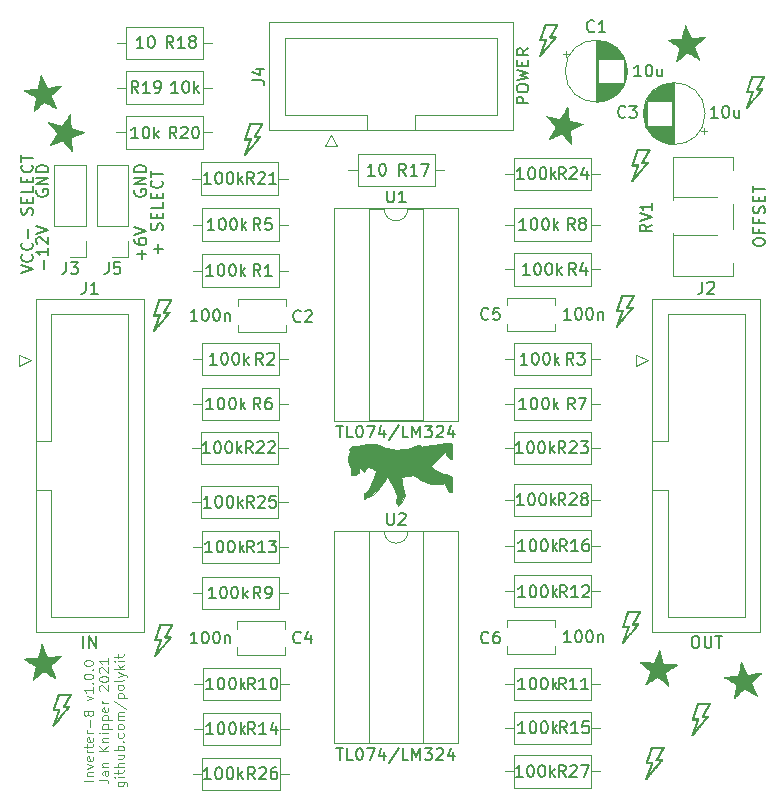
<source format=gbr>
%TF.GenerationSoftware,KiCad,Pcbnew,5.99.0+really5.1.10+dfsg1-1*%
%TF.CreationDate,2022-01-09T12:47:15+01:00*%
%TF.ProjectId,inverter-8,696e7665-7274-4657-922d-382e6b696361,v1.0.0*%
%TF.SameCoordinates,Original*%
%TF.FileFunction,Legend,Top*%
%TF.FilePolarity,Positive*%
%FSLAX46Y46*%
G04 Gerber Fmt 4.6, Leading zero omitted, Abs format (unit mm)*
G04 Created by KiCad (PCBNEW 5.99.0+really5.1.10+dfsg1-1) date 2022-01-09 12:47:15*
%MOMM*%
%LPD*%
G01*
G04 APERTURE LIST*
%ADD10C,0.150000*%
%ADD11C,0.100000*%
%ADD12C,0.120000*%
%ADD13C,0.010000*%
G04 APERTURE END LIST*
D10*
X127700000Y-81561904D02*
X127652380Y-81657142D01*
X127652380Y-81800000D01*
X127700000Y-81942857D01*
X127795238Y-82038095D01*
X127890476Y-82085714D01*
X128080952Y-82133333D01*
X128223809Y-82133333D01*
X128414285Y-82085714D01*
X128509523Y-82038095D01*
X128604761Y-81942857D01*
X128652380Y-81800000D01*
X128652380Y-81704761D01*
X128604761Y-81561904D01*
X128557142Y-81514285D01*
X128223809Y-81514285D01*
X128223809Y-81704761D01*
X128652380Y-81085714D02*
X127652380Y-81085714D01*
X128652380Y-80514285D01*
X127652380Y-80514285D01*
X128652380Y-80038095D02*
X127652380Y-80038095D01*
X127652380Y-79800000D01*
X127700000Y-79657142D01*
X127795238Y-79561904D01*
X127890476Y-79514285D01*
X128080952Y-79466666D01*
X128223809Y-79466666D01*
X128414285Y-79514285D01*
X128509523Y-79561904D01*
X128604761Y-79657142D01*
X128652380Y-79800000D01*
X128652380Y-80038095D01*
X128271428Y-87385714D02*
X128271428Y-86623809D01*
X128652380Y-87004761D02*
X127890476Y-87004761D01*
X127652380Y-85719047D02*
X127652380Y-85909523D01*
X127700000Y-86004761D01*
X127747619Y-86052380D01*
X127890476Y-86147619D01*
X128080952Y-86195238D01*
X128461904Y-86195238D01*
X128557142Y-86147619D01*
X128604761Y-86100000D01*
X128652380Y-86004761D01*
X128652380Y-85814285D01*
X128604761Y-85719047D01*
X128557142Y-85671428D01*
X128461904Y-85623809D01*
X128223809Y-85623809D01*
X128128571Y-85671428D01*
X128080952Y-85719047D01*
X128033333Y-85814285D01*
X128033333Y-86004761D01*
X128080952Y-86100000D01*
X128128571Y-86147619D01*
X128223809Y-86195238D01*
X127652380Y-85338095D02*
X128652380Y-85004761D01*
X127652380Y-84671428D01*
D11*
X124161904Y-131585714D02*
X123361904Y-131585714D01*
X123628571Y-131204761D02*
X124161904Y-131204761D01*
X123704761Y-131204761D02*
X123666666Y-131166666D01*
X123628571Y-131090476D01*
X123628571Y-130976190D01*
X123666666Y-130900000D01*
X123742857Y-130861904D01*
X124161904Y-130861904D01*
X123628571Y-130557142D02*
X124161904Y-130366666D01*
X123628571Y-130176190D01*
X124123809Y-129566666D02*
X124161904Y-129642857D01*
X124161904Y-129795238D01*
X124123809Y-129871428D01*
X124047619Y-129909523D01*
X123742857Y-129909523D01*
X123666666Y-129871428D01*
X123628571Y-129795238D01*
X123628571Y-129642857D01*
X123666666Y-129566666D01*
X123742857Y-129528571D01*
X123819047Y-129528571D01*
X123895238Y-129909523D01*
X124161904Y-129185714D02*
X123628571Y-129185714D01*
X123780952Y-129185714D02*
X123704761Y-129147619D01*
X123666666Y-129109523D01*
X123628571Y-129033333D01*
X123628571Y-128957142D01*
X123628571Y-128804761D02*
X123628571Y-128500000D01*
X123361904Y-128690476D02*
X124047619Y-128690476D01*
X124123809Y-128652380D01*
X124161904Y-128576190D01*
X124161904Y-128500000D01*
X124123809Y-127928571D02*
X124161904Y-128004761D01*
X124161904Y-128157142D01*
X124123809Y-128233333D01*
X124047619Y-128271428D01*
X123742857Y-128271428D01*
X123666666Y-128233333D01*
X123628571Y-128157142D01*
X123628571Y-128004761D01*
X123666666Y-127928571D01*
X123742857Y-127890476D01*
X123819047Y-127890476D01*
X123895238Y-128271428D01*
X124161904Y-127547619D02*
X123628571Y-127547619D01*
X123780952Y-127547619D02*
X123704761Y-127509523D01*
X123666666Y-127471428D01*
X123628571Y-127395238D01*
X123628571Y-127319047D01*
X123857142Y-127052380D02*
X123857142Y-126442857D01*
X123704761Y-125947619D02*
X123666666Y-126023809D01*
X123628571Y-126061904D01*
X123552380Y-126100000D01*
X123514285Y-126100000D01*
X123438095Y-126061904D01*
X123400000Y-126023809D01*
X123361904Y-125947619D01*
X123361904Y-125795238D01*
X123400000Y-125719047D01*
X123438095Y-125680952D01*
X123514285Y-125642857D01*
X123552380Y-125642857D01*
X123628571Y-125680952D01*
X123666666Y-125719047D01*
X123704761Y-125795238D01*
X123704761Y-125947619D01*
X123742857Y-126023809D01*
X123780952Y-126061904D01*
X123857142Y-126100000D01*
X124009523Y-126100000D01*
X124085714Y-126061904D01*
X124123809Y-126023809D01*
X124161904Y-125947619D01*
X124161904Y-125795238D01*
X124123809Y-125719047D01*
X124085714Y-125680952D01*
X124009523Y-125642857D01*
X123857142Y-125642857D01*
X123780952Y-125680952D01*
X123742857Y-125719047D01*
X123704761Y-125795238D01*
X123628571Y-124766666D02*
X124161904Y-124576190D01*
X123628571Y-124385714D01*
X124161904Y-123661904D02*
X124161904Y-124119047D01*
X124161904Y-123890476D02*
X123361904Y-123890476D01*
X123476190Y-123966666D01*
X123552380Y-124042857D01*
X123590476Y-124119047D01*
X124085714Y-123319047D02*
X124123809Y-123280952D01*
X124161904Y-123319047D01*
X124123809Y-123357142D01*
X124085714Y-123319047D01*
X124161904Y-123319047D01*
X123361904Y-122785714D02*
X123361904Y-122709523D01*
X123400000Y-122633333D01*
X123438095Y-122595238D01*
X123514285Y-122557142D01*
X123666666Y-122519047D01*
X123857142Y-122519047D01*
X124009523Y-122557142D01*
X124085714Y-122595238D01*
X124123809Y-122633333D01*
X124161904Y-122709523D01*
X124161904Y-122785714D01*
X124123809Y-122861904D01*
X124085714Y-122900000D01*
X124009523Y-122938095D01*
X123857142Y-122976190D01*
X123666666Y-122976190D01*
X123514285Y-122938095D01*
X123438095Y-122900000D01*
X123400000Y-122861904D01*
X123361904Y-122785714D01*
X124085714Y-122176190D02*
X124123809Y-122138095D01*
X124161904Y-122176190D01*
X124123809Y-122214285D01*
X124085714Y-122176190D01*
X124161904Y-122176190D01*
X123361904Y-121642857D02*
X123361904Y-121566666D01*
X123400000Y-121490476D01*
X123438095Y-121452380D01*
X123514285Y-121414285D01*
X123666666Y-121376190D01*
X123857142Y-121376190D01*
X124009523Y-121414285D01*
X124085714Y-121452380D01*
X124123809Y-121490476D01*
X124161904Y-121566666D01*
X124161904Y-121642857D01*
X124123809Y-121719047D01*
X124085714Y-121757142D01*
X124009523Y-121795238D01*
X123857142Y-121833333D01*
X123666666Y-121833333D01*
X123514285Y-121795238D01*
X123438095Y-121757142D01*
X123400000Y-121719047D01*
X123361904Y-121642857D01*
X124661904Y-131509523D02*
X125233333Y-131509523D01*
X125347619Y-131547619D01*
X125423809Y-131623809D01*
X125461904Y-131738095D01*
X125461904Y-131814285D01*
X125461904Y-130785714D02*
X125042857Y-130785714D01*
X124966666Y-130823809D01*
X124928571Y-130900000D01*
X124928571Y-131052380D01*
X124966666Y-131128571D01*
X125423809Y-130785714D02*
X125461904Y-130861904D01*
X125461904Y-131052380D01*
X125423809Y-131128571D01*
X125347619Y-131166666D01*
X125271428Y-131166666D01*
X125195238Y-131128571D01*
X125157142Y-131052380D01*
X125157142Y-130861904D01*
X125119047Y-130785714D01*
X124928571Y-130404761D02*
X125461904Y-130404761D01*
X125004761Y-130404761D02*
X124966666Y-130366666D01*
X124928571Y-130290476D01*
X124928571Y-130176190D01*
X124966666Y-130100000D01*
X125042857Y-130061904D01*
X125461904Y-130061904D01*
X125461904Y-129071428D02*
X124661904Y-129071428D01*
X125461904Y-128614285D02*
X125004761Y-128957142D01*
X124661904Y-128614285D02*
X125119047Y-129071428D01*
X124928571Y-128271428D02*
X125461904Y-128271428D01*
X125004761Y-128271428D02*
X124966666Y-128233333D01*
X124928571Y-128157142D01*
X124928571Y-128042857D01*
X124966666Y-127966666D01*
X125042857Y-127928571D01*
X125461904Y-127928571D01*
X125461904Y-127547619D02*
X124928571Y-127547619D01*
X124661904Y-127547619D02*
X124700000Y-127585714D01*
X124738095Y-127547619D01*
X124700000Y-127509523D01*
X124661904Y-127547619D01*
X124738095Y-127547619D01*
X124928571Y-127166666D02*
X125728571Y-127166666D01*
X124966666Y-127166666D02*
X124928571Y-127090476D01*
X124928571Y-126938095D01*
X124966666Y-126861904D01*
X125004761Y-126823809D01*
X125080952Y-126785714D01*
X125309523Y-126785714D01*
X125385714Y-126823809D01*
X125423809Y-126861904D01*
X125461904Y-126938095D01*
X125461904Y-127090476D01*
X125423809Y-127166666D01*
X124928571Y-126442857D02*
X125728571Y-126442857D01*
X124966666Y-126442857D02*
X124928571Y-126366666D01*
X124928571Y-126214285D01*
X124966666Y-126138095D01*
X125004761Y-126100000D01*
X125080952Y-126061904D01*
X125309523Y-126061904D01*
X125385714Y-126100000D01*
X125423809Y-126138095D01*
X125461904Y-126214285D01*
X125461904Y-126366666D01*
X125423809Y-126442857D01*
X125423809Y-125414285D02*
X125461904Y-125490476D01*
X125461904Y-125642857D01*
X125423809Y-125719047D01*
X125347619Y-125757142D01*
X125042857Y-125757142D01*
X124966666Y-125719047D01*
X124928571Y-125642857D01*
X124928571Y-125490476D01*
X124966666Y-125414285D01*
X125042857Y-125376190D01*
X125119047Y-125376190D01*
X125195238Y-125757142D01*
X125461904Y-125033333D02*
X124928571Y-125033333D01*
X125080952Y-125033333D02*
X125004761Y-124995238D01*
X124966666Y-124957142D01*
X124928571Y-124880952D01*
X124928571Y-124804761D01*
X124738095Y-123966666D02*
X124700000Y-123928571D01*
X124661904Y-123852380D01*
X124661904Y-123661904D01*
X124700000Y-123585714D01*
X124738095Y-123547619D01*
X124814285Y-123509523D01*
X124890476Y-123509523D01*
X125004761Y-123547619D01*
X125461904Y-124004761D01*
X125461904Y-123509523D01*
X124661904Y-123014285D02*
X124661904Y-122938095D01*
X124700000Y-122861904D01*
X124738095Y-122823809D01*
X124814285Y-122785714D01*
X124966666Y-122747619D01*
X125157142Y-122747619D01*
X125309523Y-122785714D01*
X125385714Y-122823809D01*
X125423809Y-122861904D01*
X125461904Y-122938095D01*
X125461904Y-123014285D01*
X125423809Y-123090476D01*
X125385714Y-123128571D01*
X125309523Y-123166666D01*
X125157142Y-123204761D01*
X124966666Y-123204761D01*
X124814285Y-123166666D01*
X124738095Y-123128571D01*
X124700000Y-123090476D01*
X124661904Y-123014285D01*
X124738095Y-122442857D02*
X124700000Y-122404761D01*
X124661904Y-122328571D01*
X124661904Y-122138095D01*
X124700000Y-122061904D01*
X124738095Y-122023809D01*
X124814285Y-121985714D01*
X124890476Y-121985714D01*
X125004761Y-122023809D01*
X125461904Y-122480952D01*
X125461904Y-121985714D01*
X125461904Y-121223809D02*
X125461904Y-121680952D01*
X125461904Y-121452380D02*
X124661904Y-121452380D01*
X124776190Y-121528571D01*
X124852380Y-121604761D01*
X124890476Y-121680952D01*
X126228571Y-131661904D02*
X126876190Y-131661904D01*
X126952380Y-131700000D01*
X126990476Y-131738095D01*
X127028571Y-131814285D01*
X127028571Y-131928571D01*
X126990476Y-132004761D01*
X126723809Y-131661904D02*
X126761904Y-131738095D01*
X126761904Y-131890476D01*
X126723809Y-131966666D01*
X126685714Y-132004761D01*
X126609523Y-132042857D01*
X126380952Y-132042857D01*
X126304761Y-132004761D01*
X126266666Y-131966666D01*
X126228571Y-131890476D01*
X126228571Y-131738095D01*
X126266666Y-131661904D01*
X126761904Y-131280952D02*
X126228571Y-131280952D01*
X125961904Y-131280952D02*
X126000000Y-131319047D01*
X126038095Y-131280952D01*
X126000000Y-131242857D01*
X125961904Y-131280952D01*
X126038095Y-131280952D01*
X126228571Y-131014285D02*
X126228571Y-130709523D01*
X125961904Y-130900000D02*
X126647619Y-130900000D01*
X126723809Y-130861904D01*
X126761904Y-130785714D01*
X126761904Y-130709523D01*
X126761904Y-130442857D02*
X125961904Y-130442857D01*
X126761904Y-130100000D02*
X126342857Y-130100000D01*
X126266666Y-130138095D01*
X126228571Y-130214285D01*
X126228571Y-130328571D01*
X126266666Y-130404761D01*
X126304761Y-130442857D01*
X126228571Y-129376190D02*
X126761904Y-129376190D01*
X126228571Y-129719047D02*
X126647619Y-129719047D01*
X126723809Y-129680952D01*
X126761904Y-129604761D01*
X126761904Y-129490476D01*
X126723809Y-129414285D01*
X126685714Y-129376190D01*
X126761904Y-128995238D02*
X125961904Y-128995238D01*
X126266666Y-128995238D02*
X126228571Y-128919047D01*
X126228571Y-128766666D01*
X126266666Y-128690476D01*
X126304761Y-128652380D01*
X126380952Y-128614285D01*
X126609523Y-128614285D01*
X126685714Y-128652380D01*
X126723809Y-128690476D01*
X126761904Y-128766666D01*
X126761904Y-128919047D01*
X126723809Y-128995238D01*
X126685714Y-128271428D02*
X126723809Y-128233333D01*
X126761904Y-128271428D01*
X126723809Y-128309523D01*
X126685714Y-128271428D01*
X126761904Y-128271428D01*
X126723809Y-127547619D02*
X126761904Y-127623809D01*
X126761904Y-127776190D01*
X126723809Y-127852380D01*
X126685714Y-127890476D01*
X126609523Y-127928571D01*
X126380952Y-127928571D01*
X126304761Y-127890476D01*
X126266666Y-127852380D01*
X126228571Y-127776190D01*
X126228571Y-127623809D01*
X126266666Y-127547619D01*
X126761904Y-127090476D02*
X126723809Y-127166666D01*
X126685714Y-127204761D01*
X126609523Y-127242857D01*
X126380952Y-127242857D01*
X126304761Y-127204761D01*
X126266666Y-127166666D01*
X126228571Y-127090476D01*
X126228571Y-126976190D01*
X126266666Y-126900000D01*
X126304761Y-126861904D01*
X126380952Y-126823809D01*
X126609523Y-126823809D01*
X126685714Y-126861904D01*
X126723809Y-126900000D01*
X126761904Y-126976190D01*
X126761904Y-127090476D01*
X126761904Y-126480952D02*
X126228571Y-126480952D01*
X126304761Y-126480952D02*
X126266666Y-126442857D01*
X126228571Y-126366666D01*
X126228571Y-126252380D01*
X126266666Y-126176190D01*
X126342857Y-126138095D01*
X126761904Y-126138095D01*
X126342857Y-126138095D02*
X126266666Y-126100000D01*
X126228571Y-126023809D01*
X126228571Y-125909523D01*
X126266666Y-125833333D01*
X126342857Y-125795238D01*
X126761904Y-125795238D01*
X125923809Y-124842857D02*
X126952380Y-125528571D01*
X126228571Y-124576190D02*
X127028571Y-124576190D01*
X126266666Y-124576190D02*
X126228571Y-124500000D01*
X126228571Y-124347619D01*
X126266666Y-124271428D01*
X126304761Y-124233333D01*
X126380952Y-124195238D01*
X126609523Y-124195238D01*
X126685714Y-124233333D01*
X126723809Y-124271428D01*
X126761904Y-124347619D01*
X126761904Y-124500000D01*
X126723809Y-124576190D01*
X126761904Y-123738095D02*
X126723809Y-123814285D01*
X126685714Y-123852380D01*
X126609523Y-123890476D01*
X126380952Y-123890476D01*
X126304761Y-123852380D01*
X126266666Y-123814285D01*
X126228571Y-123738095D01*
X126228571Y-123623809D01*
X126266666Y-123547619D01*
X126304761Y-123509523D01*
X126380952Y-123471428D01*
X126609523Y-123471428D01*
X126685714Y-123509523D01*
X126723809Y-123547619D01*
X126761904Y-123623809D01*
X126761904Y-123738095D01*
X126761904Y-123014285D02*
X126723809Y-123090476D01*
X126647619Y-123128571D01*
X125961904Y-123128571D01*
X126228571Y-122785714D02*
X126761904Y-122595238D01*
X126228571Y-122404761D02*
X126761904Y-122595238D01*
X126952380Y-122671428D01*
X126990476Y-122709523D01*
X127028571Y-122785714D01*
X126761904Y-122100000D02*
X125961904Y-122100000D01*
X126457142Y-122023809D02*
X126761904Y-121795238D01*
X126228571Y-121795238D02*
X126533333Y-122100000D01*
X126761904Y-121452380D02*
X126228571Y-121452380D01*
X125961904Y-121452380D02*
X126000000Y-121490476D01*
X126038095Y-121452380D01*
X126000000Y-121414285D01*
X125961904Y-121452380D01*
X126038095Y-121452380D01*
X126228571Y-121185714D02*
X126228571Y-120880952D01*
X125961904Y-121071428D02*
X126647619Y-121071428D01*
X126723809Y-121033333D01*
X126761904Y-120957142D01*
X126761904Y-120880952D01*
D10*
X119971428Y-88261904D02*
X119971428Y-87500000D01*
X120352380Y-86500000D02*
X120352380Y-87071428D01*
X120352380Y-86785714D02*
X119352380Y-86785714D01*
X119495238Y-86880952D01*
X119590476Y-86976190D01*
X119638095Y-87071428D01*
X119447619Y-86119047D02*
X119400000Y-86071428D01*
X119352380Y-85976190D01*
X119352380Y-85738095D01*
X119400000Y-85642857D01*
X119447619Y-85595238D01*
X119542857Y-85547619D01*
X119638095Y-85547619D01*
X119780952Y-85595238D01*
X120352380Y-86166666D01*
X120352380Y-85547619D01*
X119352380Y-85261904D02*
X120352380Y-84928571D01*
X119352380Y-84595238D01*
X119400000Y-81561904D02*
X119352380Y-81657142D01*
X119352380Y-81800000D01*
X119400000Y-81942857D01*
X119495238Y-82038095D01*
X119590476Y-82085714D01*
X119780952Y-82133333D01*
X119923809Y-82133333D01*
X120114285Y-82085714D01*
X120209523Y-82038095D01*
X120304761Y-81942857D01*
X120352380Y-81800000D01*
X120352380Y-81704761D01*
X120304761Y-81561904D01*
X120257142Y-81514285D01*
X119923809Y-81514285D01*
X119923809Y-81704761D01*
X120352380Y-81085714D02*
X119352380Y-81085714D01*
X120352380Y-80514285D01*
X119352380Y-80514285D01*
X120352380Y-80038095D02*
X119352380Y-80038095D01*
X119352380Y-79800000D01*
X119400000Y-79657142D01*
X119495238Y-79561904D01*
X119590476Y-79514285D01*
X119780952Y-79466666D01*
X119923809Y-79466666D01*
X120114285Y-79514285D01*
X120209523Y-79561904D01*
X120304761Y-79657142D01*
X120352380Y-79800000D01*
X120352380Y-80038095D01*
D12*
%TO.C,RV1*%
X178321000Y-88821000D02*
X173280000Y-88821000D01*
X178321000Y-78780000D02*
X173280000Y-78780000D01*
X173280000Y-88821000D02*
X173280000Y-85225000D01*
X173280000Y-82375000D02*
X173280000Y-78780000D01*
X178321000Y-79875000D02*
X178321000Y-78780000D01*
X178321000Y-88821000D02*
X178321000Y-87726000D01*
X178321000Y-84874000D02*
X178321000Y-82725000D01*
X176963000Y-85420000D02*
X173280000Y-85420000D01*
X176963000Y-82180000D02*
X173280000Y-82180000D01*
X178321000Y-84874000D02*
X178321000Y-82725000D01*
X173280000Y-85420000D02*
X173280000Y-85225000D01*
X173280000Y-82375000D02*
X173280000Y-82180000D01*
%TO.C,R28*%
X159810000Y-106430000D02*
X159810000Y-109170000D01*
X159810000Y-109170000D02*
X166350000Y-109170000D01*
X166350000Y-109170000D02*
X166350000Y-106430000D01*
X166350000Y-106430000D02*
X159810000Y-106430000D01*
X159040000Y-107800000D02*
X159810000Y-107800000D01*
X167120000Y-107800000D02*
X166350000Y-107800000D01*
%TO.C,R27*%
X159810000Y-129430000D02*
X159810000Y-132170000D01*
X159810000Y-132170000D02*
X166350000Y-132170000D01*
X166350000Y-132170000D02*
X166350000Y-129430000D01*
X166350000Y-129430000D02*
X159810000Y-129430000D01*
X159040000Y-130800000D02*
X159810000Y-130800000D01*
X167120000Y-130800000D02*
X166350000Y-130800000D01*
%TO.C,R26*%
X133410000Y-129630000D02*
X133410000Y-132370000D01*
X133410000Y-132370000D02*
X139950000Y-132370000D01*
X139950000Y-132370000D02*
X139950000Y-129630000D01*
X139950000Y-129630000D02*
X133410000Y-129630000D01*
X132640000Y-131000000D02*
X133410000Y-131000000D01*
X140720000Y-131000000D02*
X139950000Y-131000000D01*
%TO.C,R25*%
X133310000Y-106630000D02*
X133310000Y-109370000D01*
X133310000Y-109370000D02*
X139850000Y-109370000D01*
X139850000Y-109370000D02*
X139850000Y-106630000D01*
X139850000Y-106630000D02*
X133310000Y-106630000D01*
X132540000Y-108000000D02*
X133310000Y-108000000D01*
X140620000Y-108000000D02*
X139850000Y-108000000D01*
%TO.C,R24*%
X159810000Y-78830000D02*
X159810000Y-81570000D01*
X159810000Y-81570000D02*
X166350000Y-81570000D01*
X166350000Y-81570000D02*
X166350000Y-78830000D01*
X166350000Y-78830000D02*
X159810000Y-78830000D01*
X159040000Y-80200000D02*
X159810000Y-80200000D01*
X167120000Y-80200000D02*
X166350000Y-80200000D01*
%TO.C,R23*%
X159810000Y-102030000D02*
X159810000Y-104770000D01*
X159810000Y-104770000D02*
X166350000Y-104770000D01*
X166350000Y-104770000D02*
X166350000Y-102030000D01*
X166350000Y-102030000D02*
X159810000Y-102030000D01*
X159040000Y-103400000D02*
X159810000Y-103400000D01*
X167120000Y-103400000D02*
X166350000Y-103400000D01*
%TO.C,R22*%
X133310000Y-102030000D02*
X133310000Y-104770000D01*
X133310000Y-104770000D02*
X139850000Y-104770000D01*
X139850000Y-104770000D02*
X139850000Y-102030000D01*
X139850000Y-102030000D02*
X133310000Y-102030000D01*
X132540000Y-103400000D02*
X133310000Y-103400000D01*
X140620000Y-103400000D02*
X139850000Y-103400000D01*
%TO.C,R21*%
X133310000Y-79230000D02*
X133310000Y-81970000D01*
X133310000Y-81970000D02*
X139850000Y-81970000D01*
X139850000Y-81970000D02*
X139850000Y-79230000D01*
X139850000Y-79230000D02*
X133310000Y-79230000D01*
X132540000Y-80600000D02*
X133310000Y-80600000D01*
X140620000Y-80600000D02*
X139850000Y-80600000D01*
D13*
%TO.C,G\u002A\u002A\u002A*%
G36*
X119726543Y-71832521D02*
G01*
X119746805Y-71871844D01*
X119777294Y-71933701D01*
X119816493Y-72014936D01*
X119862876Y-72112396D01*
X119914925Y-72222926D01*
X119971118Y-72343369D01*
X119976483Y-72354925D01*
X120225778Y-72892088D01*
X120821908Y-72818915D01*
X120973095Y-72800736D01*
X121105821Y-72785547D01*
X121217822Y-72773567D01*
X121306831Y-72765019D01*
X121370585Y-72760123D01*
X121406816Y-72759102D01*
X121414577Y-72760968D01*
X121402532Y-72774918D01*
X121369788Y-72807893D01*
X121318970Y-72857373D01*
X121252704Y-72920845D01*
X121173618Y-72995792D01*
X121084338Y-73079695D01*
X120989756Y-73167936D01*
X120892916Y-73258392D01*
X120803638Y-73342601D01*
X120724567Y-73418005D01*
X120658346Y-73482048D01*
X120607620Y-73532173D01*
X120575033Y-73565823D01*
X120563256Y-73580307D01*
X120568409Y-73599542D01*
X120585521Y-73643598D01*
X120612922Y-73708615D01*
X120648943Y-73790737D01*
X120691920Y-73886103D01*
X120740183Y-73990858D01*
X120747515Y-74006586D01*
X120820803Y-74163674D01*
X120881604Y-74294361D01*
X120930941Y-74400979D01*
X120969838Y-74485859D01*
X120999319Y-74551332D01*
X121020407Y-74599729D01*
X121034126Y-74633381D01*
X121041497Y-74654621D01*
X121043546Y-74665778D01*
X121041296Y-74669186D01*
X121038022Y-74668354D01*
X121020078Y-74658851D01*
X120977623Y-74635726D01*
X120913906Y-74600766D01*
X120832172Y-74555759D01*
X120735671Y-74502495D01*
X120627650Y-74442760D01*
X120515599Y-74380695D01*
X120399908Y-74316817D01*
X120292838Y-74258181D01*
X120197584Y-74206502D01*
X120117340Y-74163491D01*
X120055301Y-74130863D01*
X120014663Y-74110328D01*
X119998686Y-74103588D01*
X119984263Y-74114448D01*
X119949369Y-74144597D01*
X119896691Y-74191601D01*
X119828913Y-74253028D01*
X119748721Y-74326444D01*
X119658801Y-74409415D01*
X119563840Y-74497640D01*
X119466741Y-74588089D01*
X119376640Y-74671909D01*
X119296254Y-74746579D01*
X119228303Y-74809579D01*
X119175501Y-74858391D01*
X119140568Y-74890495D01*
X119126338Y-74903277D01*
X119119228Y-74897438D01*
X119120266Y-74864133D01*
X119126485Y-74822505D01*
X119133726Y-74783340D01*
X119146165Y-74717759D01*
X119162892Y-74630505D01*
X119182990Y-74526320D01*
X119205549Y-74409947D01*
X119229655Y-74286124D01*
X119238703Y-74239780D01*
X119261893Y-74118948D01*
X119282422Y-74007798D01*
X119299626Y-73910239D01*
X119312850Y-73830181D01*
X119321434Y-73771537D01*
X119324719Y-73738217D01*
X119324212Y-73732352D01*
X119308456Y-73720623D01*
X119268005Y-73695510D01*
X119206030Y-73658841D01*
X119125704Y-73612450D01*
X119030195Y-73558167D01*
X118922677Y-73497823D01*
X118806377Y-73433284D01*
X118690481Y-73369023D01*
X118583797Y-73309305D01*
X118489426Y-73255908D01*
X118410468Y-73210611D01*
X118350021Y-73175191D01*
X118311187Y-73151427D01*
X118297064Y-73141097D01*
X118297056Y-73141057D01*
X118311912Y-73136515D01*
X118354872Y-73128728D01*
X118422512Y-73118189D01*
X118511408Y-73105389D01*
X118618132Y-73090818D01*
X118739264Y-73074968D01*
X118871375Y-73058328D01*
X118890392Y-73055983D01*
X119485193Y-72982838D01*
X119597034Y-72401424D01*
X119622514Y-72270164D01*
X119646440Y-72149208D01*
X119668098Y-72041987D01*
X119686776Y-71951930D01*
X119701763Y-71882468D01*
X119712345Y-71837028D01*
X119717811Y-71819041D01*
X119718031Y-71818886D01*
X119726543Y-71832521D01*
G37*
X119726543Y-71832521D02*
X119746805Y-71871844D01*
X119777294Y-71933701D01*
X119816493Y-72014936D01*
X119862876Y-72112396D01*
X119914925Y-72222926D01*
X119971118Y-72343369D01*
X119976483Y-72354925D01*
X120225778Y-72892088D01*
X120821908Y-72818915D01*
X120973095Y-72800736D01*
X121105821Y-72785547D01*
X121217822Y-72773567D01*
X121306831Y-72765019D01*
X121370585Y-72760123D01*
X121406816Y-72759102D01*
X121414577Y-72760968D01*
X121402532Y-72774918D01*
X121369788Y-72807893D01*
X121318970Y-72857373D01*
X121252704Y-72920845D01*
X121173618Y-72995792D01*
X121084338Y-73079695D01*
X120989756Y-73167936D01*
X120892916Y-73258392D01*
X120803638Y-73342601D01*
X120724567Y-73418005D01*
X120658346Y-73482048D01*
X120607620Y-73532173D01*
X120575033Y-73565823D01*
X120563256Y-73580307D01*
X120568409Y-73599542D01*
X120585521Y-73643598D01*
X120612922Y-73708615D01*
X120648943Y-73790737D01*
X120691920Y-73886103D01*
X120740183Y-73990858D01*
X120747515Y-74006586D01*
X120820803Y-74163674D01*
X120881604Y-74294361D01*
X120930941Y-74400979D01*
X120969838Y-74485859D01*
X120999319Y-74551332D01*
X121020407Y-74599729D01*
X121034126Y-74633381D01*
X121041497Y-74654621D01*
X121043546Y-74665778D01*
X121041296Y-74669186D01*
X121038022Y-74668354D01*
X121020078Y-74658851D01*
X120977623Y-74635726D01*
X120913906Y-74600766D01*
X120832172Y-74555759D01*
X120735671Y-74502495D01*
X120627650Y-74442760D01*
X120515599Y-74380695D01*
X120399908Y-74316817D01*
X120292838Y-74258181D01*
X120197584Y-74206502D01*
X120117340Y-74163491D01*
X120055301Y-74130863D01*
X120014663Y-74110328D01*
X119998686Y-74103588D01*
X119984263Y-74114448D01*
X119949369Y-74144597D01*
X119896691Y-74191601D01*
X119828913Y-74253028D01*
X119748721Y-74326444D01*
X119658801Y-74409415D01*
X119563840Y-74497640D01*
X119466741Y-74588089D01*
X119376640Y-74671909D01*
X119296254Y-74746579D01*
X119228303Y-74809579D01*
X119175501Y-74858391D01*
X119140568Y-74890495D01*
X119126338Y-74903277D01*
X119119228Y-74897438D01*
X119120266Y-74864133D01*
X119126485Y-74822505D01*
X119133726Y-74783340D01*
X119146165Y-74717759D01*
X119162892Y-74630505D01*
X119182990Y-74526320D01*
X119205549Y-74409947D01*
X119229655Y-74286124D01*
X119238703Y-74239780D01*
X119261893Y-74118948D01*
X119282422Y-74007798D01*
X119299626Y-73910239D01*
X119312850Y-73830181D01*
X119321434Y-73771537D01*
X119324719Y-73738217D01*
X119324212Y-73732352D01*
X119308456Y-73720623D01*
X119268005Y-73695510D01*
X119206030Y-73658841D01*
X119125704Y-73612450D01*
X119030195Y-73558167D01*
X118922677Y-73497823D01*
X118806377Y-73433284D01*
X118690481Y-73369023D01*
X118583797Y-73309305D01*
X118489426Y-73255908D01*
X118410468Y-73210611D01*
X118350021Y-73175191D01*
X118311187Y-73151427D01*
X118297064Y-73141097D01*
X118297056Y-73141057D01*
X118311912Y-73136515D01*
X118354872Y-73128728D01*
X118422512Y-73118189D01*
X118511408Y-73105389D01*
X118618132Y-73090818D01*
X118739264Y-73074968D01*
X118871375Y-73058328D01*
X118890392Y-73055983D01*
X119485193Y-72982838D01*
X119597034Y-72401424D01*
X119622514Y-72270164D01*
X119646440Y-72149208D01*
X119668098Y-72041987D01*
X119686776Y-71951930D01*
X119701763Y-71882468D01*
X119712345Y-71837028D01*
X119717811Y-71819041D01*
X119718031Y-71818886D01*
X119726543Y-71832521D01*
D12*
%TO.C,R20*%
X134220000Y-76700000D02*
X133450000Y-76700000D01*
X126140000Y-76700000D02*
X126910000Y-76700000D01*
X133450000Y-75330000D02*
X126910000Y-75330000D01*
X133450000Y-78070000D02*
X133450000Y-75330000D01*
X126910000Y-78070000D02*
X133450000Y-78070000D01*
X126910000Y-75330000D02*
X126910000Y-78070000D01*
%TO.C,R19*%
X126180000Y-72900000D02*
X126950000Y-72900000D01*
X134260000Y-72900000D02*
X133490000Y-72900000D01*
X126950000Y-74270000D02*
X133490000Y-74270000D01*
X126950000Y-71530000D02*
X126950000Y-74270000D01*
X133490000Y-71530000D02*
X126950000Y-71530000D01*
X133490000Y-74270000D02*
X133490000Y-71530000D01*
%TO.C,J5*%
X127130000Y-87230000D02*
X125800000Y-87230000D01*
X127130000Y-85900000D02*
X127130000Y-87230000D01*
X127130000Y-84630000D02*
X124470000Y-84630000D01*
X124470000Y-84630000D02*
X124470000Y-79490000D01*
X127130000Y-84630000D02*
X127130000Y-79490000D01*
X127130000Y-79490000D02*
X124470000Y-79490000D01*
D13*
%TO.C,G\u002A\u002A\u002A*%
G36*
X179026543Y-121532521D02*
G01*
X179046805Y-121571844D01*
X179077294Y-121633701D01*
X179116493Y-121714936D01*
X179162876Y-121812396D01*
X179214925Y-121922926D01*
X179271118Y-122043369D01*
X179276483Y-122054925D01*
X179525778Y-122592088D01*
X180121908Y-122518915D01*
X180273095Y-122500736D01*
X180405821Y-122485547D01*
X180517822Y-122473567D01*
X180606831Y-122465019D01*
X180670585Y-122460123D01*
X180706816Y-122459102D01*
X180714577Y-122460968D01*
X180702532Y-122474918D01*
X180669788Y-122507893D01*
X180618970Y-122557373D01*
X180552704Y-122620845D01*
X180473618Y-122695792D01*
X180384338Y-122779695D01*
X180289756Y-122867936D01*
X180192916Y-122958392D01*
X180103638Y-123042601D01*
X180024567Y-123118005D01*
X179958346Y-123182048D01*
X179907620Y-123232173D01*
X179875033Y-123265823D01*
X179863256Y-123280307D01*
X179868409Y-123299542D01*
X179885521Y-123343598D01*
X179912922Y-123408615D01*
X179948943Y-123490737D01*
X179991920Y-123586103D01*
X180040183Y-123690858D01*
X180047515Y-123706586D01*
X180120803Y-123863674D01*
X180181604Y-123994361D01*
X180230941Y-124100979D01*
X180269838Y-124185859D01*
X180299319Y-124251332D01*
X180320407Y-124299729D01*
X180334126Y-124333381D01*
X180341497Y-124354621D01*
X180343546Y-124365778D01*
X180341296Y-124369186D01*
X180338022Y-124368354D01*
X180320078Y-124358851D01*
X180277623Y-124335726D01*
X180213906Y-124300766D01*
X180132172Y-124255759D01*
X180035671Y-124202495D01*
X179927650Y-124142760D01*
X179815599Y-124080695D01*
X179699908Y-124016817D01*
X179592838Y-123958181D01*
X179497584Y-123906502D01*
X179417340Y-123863491D01*
X179355301Y-123830863D01*
X179314663Y-123810328D01*
X179298686Y-123803588D01*
X179284263Y-123814448D01*
X179249369Y-123844597D01*
X179196691Y-123891601D01*
X179128913Y-123953028D01*
X179048721Y-124026444D01*
X178958801Y-124109415D01*
X178863840Y-124197640D01*
X178766741Y-124288089D01*
X178676640Y-124371909D01*
X178596254Y-124446579D01*
X178528303Y-124509579D01*
X178475501Y-124558391D01*
X178440568Y-124590495D01*
X178426338Y-124603277D01*
X178419228Y-124597438D01*
X178420266Y-124564133D01*
X178426485Y-124522505D01*
X178433726Y-124483340D01*
X178446165Y-124417759D01*
X178462892Y-124330505D01*
X178482990Y-124226320D01*
X178505549Y-124109947D01*
X178529655Y-123986124D01*
X178538703Y-123939780D01*
X178561893Y-123818948D01*
X178582422Y-123707798D01*
X178599626Y-123610239D01*
X178612850Y-123530181D01*
X178621434Y-123471537D01*
X178624719Y-123438217D01*
X178624212Y-123432352D01*
X178608456Y-123420623D01*
X178568005Y-123395510D01*
X178506030Y-123358841D01*
X178425704Y-123312450D01*
X178330195Y-123258167D01*
X178222677Y-123197823D01*
X178106377Y-123133284D01*
X177990481Y-123069023D01*
X177883797Y-123009305D01*
X177789426Y-122955908D01*
X177710468Y-122910611D01*
X177650021Y-122875191D01*
X177611187Y-122851427D01*
X177597064Y-122841097D01*
X177597056Y-122841057D01*
X177611912Y-122836515D01*
X177654872Y-122828728D01*
X177722512Y-122818189D01*
X177811408Y-122805389D01*
X177918132Y-122790818D01*
X178039264Y-122774968D01*
X178171375Y-122758328D01*
X178190392Y-122755983D01*
X178785193Y-122682838D01*
X178897034Y-122101424D01*
X178922514Y-121970164D01*
X178946440Y-121849208D01*
X178968098Y-121741987D01*
X178986776Y-121651930D01*
X179001763Y-121582468D01*
X179012345Y-121537028D01*
X179017811Y-121519041D01*
X179018031Y-121518886D01*
X179026543Y-121532521D01*
G37*
X179026543Y-121532521D02*
X179046805Y-121571844D01*
X179077294Y-121633701D01*
X179116493Y-121714936D01*
X179162876Y-121812396D01*
X179214925Y-121922926D01*
X179271118Y-122043369D01*
X179276483Y-122054925D01*
X179525778Y-122592088D01*
X180121908Y-122518915D01*
X180273095Y-122500736D01*
X180405821Y-122485547D01*
X180517822Y-122473567D01*
X180606831Y-122465019D01*
X180670585Y-122460123D01*
X180706816Y-122459102D01*
X180714577Y-122460968D01*
X180702532Y-122474918D01*
X180669788Y-122507893D01*
X180618970Y-122557373D01*
X180552704Y-122620845D01*
X180473618Y-122695792D01*
X180384338Y-122779695D01*
X180289756Y-122867936D01*
X180192916Y-122958392D01*
X180103638Y-123042601D01*
X180024567Y-123118005D01*
X179958346Y-123182048D01*
X179907620Y-123232173D01*
X179875033Y-123265823D01*
X179863256Y-123280307D01*
X179868409Y-123299542D01*
X179885521Y-123343598D01*
X179912922Y-123408615D01*
X179948943Y-123490737D01*
X179991920Y-123586103D01*
X180040183Y-123690858D01*
X180047515Y-123706586D01*
X180120803Y-123863674D01*
X180181604Y-123994361D01*
X180230941Y-124100979D01*
X180269838Y-124185859D01*
X180299319Y-124251332D01*
X180320407Y-124299729D01*
X180334126Y-124333381D01*
X180341497Y-124354621D01*
X180343546Y-124365778D01*
X180341296Y-124369186D01*
X180338022Y-124368354D01*
X180320078Y-124358851D01*
X180277623Y-124335726D01*
X180213906Y-124300766D01*
X180132172Y-124255759D01*
X180035671Y-124202495D01*
X179927650Y-124142760D01*
X179815599Y-124080695D01*
X179699908Y-124016817D01*
X179592838Y-123958181D01*
X179497584Y-123906502D01*
X179417340Y-123863491D01*
X179355301Y-123830863D01*
X179314663Y-123810328D01*
X179298686Y-123803588D01*
X179284263Y-123814448D01*
X179249369Y-123844597D01*
X179196691Y-123891601D01*
X179128913Y-123953028D01*
X179048721Y-124026444D01*
X178958801Y-124109415D01*
X178863840Y-124197640D01*
X178766741Y-124288089D01*
X178676640Y-124371909D01*
X178596254Y-124446579D01*
X178528303Y-124509579D01*
X178475501Y-124558391D01*
X178440568Y-124590495D01*
X178426338Y-124603277D01*
X178419228Y-124597438D01*
X178420266Y-124564133D01*
X178426485Y-124522505D01*
X178433726Y-124483340D01*
X178446165Y-124417759D01*
X178462892Y-124330505D01*
X178482990Y-124226320D01*
X178505549Y-124109947D01*
X178529655Y-123986124D01*
X178538703Y-123939780D01*
X178561893Y-123818948D01*
X178582422Y-123707798D01*
X178599626Y-123610239D01*
X178612850Y-123530181D01*
X178621434Y-123471537D01*
X178624719Y-123438217D01*
X178624212Y-123432352D01*
X178608456Y-123420623D01*
X178568005Y-123395510D01*
X178506030Y-123358841D01*
X178425704Y-123312450D01*
X178330195Y-123258167D01*
X178222677Y-123197823D01*
X178106377Y-123133284D01*
X177990481Y-123069023D01*
X177883797Y-123009305D01*
X177789426Y-122955908D01*
X177710468Y-122910611D01*
X177650021Y-122875191D01*
X177611187Y-122851427D01*
X177597064Y-122841097D01*
X177597056Y-122841057D01*
X177611912Y-122836515D01*
X177654872Y-122828728D01*
X177722512Y-122818189D01*
X177811408Y-122805389D01*
X177918132Y-122790818D01*
X178039264Y-122774968D01*
X178171375Y-122758328D01*
X178190392Y-122755983D01*
X178785193Y-122682838D01*
X178897034Y-122101424D01*
X178922514Y-121970164D01*
X178946440Y-121849208D01*
X178968098Y-121741987D01*
X178986776Y-121651930D01*
X179001763Y-121582468D01*
X179012345Y-121537028D01*
X179017811Y-121519041D01*
X179018031Y-121518886D01*
X179026543Y-121532521D01*
G36*
X172109738Y-120526385D02*
G01*
X172122124Y-120568852D01*
X172140251Y-120635390D01*
X172163229Y-120722613D01*
X172190163Y-120827132D01*
X172220166Y-120945562D01*
X172252345Y-121074515D01*
X172255407Y-121086882D01*
X172397626Y-121661744D01*
X172996766Y-121703662D01*
X173148643Y-121714665D01*
X173281829Y-121725080D01*
X173394058Y-121734691D01*
X173483063Y-121743284D01*
X173546580Y-121750643D01*
X173582339Y-121756553D01*
X173589602Y-121759866D01*
X173575117Y-121771262D01*
X173536682Y-121797383D01*
X173477357Y-121836257D01*
X173400198Y-121885919D01*
X173308263Y-121944398D01*
X173204614Y-122009725D01*
X173094933Y-122078297D01*
X172982613Y-122148614D01*
X172878907Y-122214240D01*
X172786901Y-122273172D01*
X172709676Y-122323402D01*
X172650319Y-122362928D01*
X172611910Y-122389741D01*
X172597585Y-122401712D01*
X172598973Y-122421577D01*
X172607364Y-122468089D01*
X172621856Y-122537140D01*
X172641546Y-122624626D01*
X172665536Y-122726440D01*
X172692925Y-122838479D01*
X172697121Y-122855317D01*
X172739088Y-123023503D01*
X172773836Y-123163391D01*
X172801923Y-123277464D01*
X172823910Y-123368206D01*
X172840356Y-123438101D01*
X172851822Y-123489633D01*
X172858868Y-123525284D01*
X172862051Y-123547540D01*
X172861933Y-123558884D01*
X172859074Y-123561799D01*
X172856019Y-123560358D01*
X172840218Y-123547607D01*
X172802956Y-123516805D01*
X172747080Y-123470329D01*
X172675435Y-123410554D01*
X172590871Y-123339855D01*
X172496232Y-123260606D01*
X172398083Y-123178301D01*
X172296706Y-123093522D01*
X172202791Y-123015534D01*
X172119148Y-122946628D01*
X172048585Y-122889097D01*
X171993912Y-122845230D01*
X171957938Y-122817319D01*
X171943541Y-122807654D01*
X171927311Y-122815562D01*
X171887306Y-122838499D01*
X171826626Y-122874589D01*
X171748373Y-122921954D01*
X171655646Y-122978720D01*
X171551546Y-123043009D01*
X171441496Y-123111493D01*
X171328922Y-123181754D01*
X171224483Y-123246841D01*
X171131327Y-123304801D01*
X171052602Y-123353678D01*
X170991457Y-123391518D01*
X170951040Y-123416366D01*
X170934632Y-123426199D01*
X170928767Y-123419110D01*
X170936141Y-123386615D01*
X170950189Y-123346939D01*
X170964770Y-123309875D01*
X170989494Y-123247872D01*
X171022562Y-123165413D01*
X171062171Y-123066977D01*
X171106520Y-122957046D01*
X171153809Y-122840098D01*
X171171535Y-122796332D01*
X171217354Y-122682145D01*
X171258714Y-122576954D01*
X171294218Y-122484470D01*
X171322475Y-122408407D01*
X171342091Y-122352478D01*
X171351673Y-122320397D01*
X171352294Y-122314543D01*
X171339065Y-122300023D01*
X171304149Y-122267653D01*
X171250310Y-122219833D01*
X171180311Y-122158967D01*
X171096915Y-122087457D01*
X171002886Y-122007707D01*
X170901039Y-121922162D01*
X170799533Y-121836968D01*
X170706204Y-121757991D01*
X170623756Y-121687568D01*
X170554892Y-121628037D01*
X170502313Y-121581734D01*
X170468727Y-121550997D01*
X170456834Y-121538162D01*
X170456834Y-121538121D01*
X170472284Y-121536497D01*
X170515941Y-121537051D01*
X170584349Y-121539612D01*
X170674053Y-121544009D01*
X170781598Y-121550070D01*
X170903528Y-121557623D01*
X171036387Y-121566498D01*
X171055502Y-121567824D01*
X171653331Y-121609516D01*
X171874057Y-121060125D01*
X171924114Y-120936138D01*
X171970680Y-120821970D01*
X172012399Y-120720851D01*
X172047918Y-120636013D01*
X172075883Y-120570687D01*
X172094941Y-120528100D01*
X172103738Y-120511487D01*
X172103984Y-120511377D01*
X172109738Y-120526385D01*
G37*
X172109738Y-120526385D02*
X172122124Y-120568852D01*
X172140251Y-120635390D01*
X172163229Y-120722613D01*
X172190163Y-120827132D01*
X172220166Y-120945562D01*
X172252345Y-121074515D01*
X172255407Y-121086882D01*
X172397626Y-121661744D01*
X172996766Y-121703662D01*
X173148643Y-121714665D01*
X173281829Y-121725080D01*
X173394058Y-121734691D01*
X173483063Y-121743284D01*
X173546580Y-121750643D01*
X173582339Y-121756553D01*
X173589602Y-121759866D01*
X173575117Y-121771262D01*
X173536682Y-121797383D01*
X173477357Y-121836257D01*
X173400198Y-121885919D01*
X173308263Y-121944398D01*
X173204614Y-122009725D01*
X173094933Y-122078297D01*
X172982613Y-122148614D01*
X172878907Y-122214240D01*
X172786901Y-122273172D01*
X172709676Y-122323402D01*
X172650319Y-122362928D01*
X172611910Y-122389741D01*
X172597585Y-122401712D01*
X172598973Y-122421577D01*
X172607364Y-122468089D01*
X172621856Y-122537140D01*
X172641546Y-122624626D01*
X172665536Y-122726440D01*
X172692925Y-122838479D01*
X172697121Y-122855317D01*
X172739088Y-123023503D01*
X172773836Y-123163391D01*
X172801923Y-123277464D01*
X172823910Y-123368206D01*
X172840356Y-123438101D01*
X172851822Y-123489633D01*
X172858868Y-123525284D01*
X172862051Y-123547540D01*
X172861933Y-123558884D01*
X172859074Y-123561799D01*
X172856019Y-123560358D01*
X172840218Y-123547607D01*
X172802956Y-123516805D01*
X172747080Y-123470329D01*
X172675435Y-123410554D01*
X172590871Y-123339855D01*
X172496232Y-123260606D01*
X172398083Y-123178301D01*
X172296706Y-123093522D01*
X172202791Y-123015534D01*
X172119148Y-122946628D01*
X172048585Y-122889097D01*
X171993912Y-122845230D01*
X171957938Y-122817319D01*
X171943541Y-122807654D01*
X171927311Y-122815562D01*
X171887306Y-122838499D01*
X171826626Y-122874589D01*
X171748373Y-122921954D01*
X171655646Y-122978720D01*
X171551546Y-123043009D01*
X171441496Y-123111493D01*
X171328922Y-123181754D01*
X171224483Y-123246841D01*
X171131327Y-123304801D01*
X171052602Y-123353678D01*
X170991457Y-123391518D01*
X170951040Y-123416366D01*
X170934632Y-123426199D01*
X170928767Y-123419110D01*
X170936141Y-123386615D01*
X170950189Y-123346939D01*
X170964770Y-123309875D01*
X170989494Y-123247872D01*
X171022562Y-123165413D01*
X171062171Y-123066977D01*
X171106520Y-122957046D01*
X171153809Y-122840098D01*
X171171535Y-122796332D01*
X171217354Y-122682145D01*
X171258714Y-122576954D01*
X171294218Y-122484470D01*
X171322475Y-122408407D01*
X171342091Y-122352478D01*
X171351673Y-122320397D01*
X171352294Y-122314543D01*
X171339065Y-122300023D01*
X171304149Y-122267653D01*
X171250310Y-122219833D01*
X171180311Y-122158967D01*
X171096915Y-122087457D01*
X171002886Y-122007707D01*
X170901039Y-121922162D01*
X170799533Y-121836968D01*
X170706204Y-121757991D01*
X170623756Y-121687568D01*
X170554892Y-121628037D01*
X170502313Y-121581734D01*
X170468727Y-121550997D01*
X170456834Y-121538162D01*
X170456834Y-121538121D01*
X170472284Y-121536497D01*
X170515941Y-121537051D01*
X170584349Y-121539612D01*
X170674053Y-121544009D01*
X170781598Y-121550070D01*
X170903528Y-121557623D01*
X171036387Y-121566498D01*
X171055502Y-121567824D01*
X171653331Y-121609516D01*
X171874057Y-121060125D01*
X171924114Y-120936138D01*
X171970680Y-120821970D01*
X172012399Y-120720851D01*
X172047918Y-120636013D01*
X172075883Y-120570687D01*
X172094941Y-120528100D01*
X172103738Y-120511487D01*
X172103984Y-120511377D01*
X172109738Y-120526385D01*
G36*
X122188901Y-75174399D02*
G01*
X122192957Y-75218448D01*
X122198054Y-75287223D01*
X122203967Y-75377227D01*
X122210463Y-75484966D01*
X122217317Y-75606945D01*
X122224300Y-75739669D01*
X122224946Y-75752392D01*
X122254863Y-76343829D01*
X122834996Y-76499298D01*
X122981984Y-76539079D01*
X123110735Y-76574716D01*
X123219068Y-76605565D01*
X123304799Y-76630982D01*
X123365744Y-76650325D01*
X123399719Y-76662951D01*
X123406216Y-76667588D01*
X123389823Y-76676011D01*
X123347110Y-76694318D01*
X123281457Y-76721159D01*
X123196240Y-76755185D01*
X123094836Y-76795048D01*
X122980626Y-76839398D01*
X122859877Y-76885782D01*
X122736203Y-76933375D01*
X122621880Y-76978008D01*
X122520320Y-77018301D01*
X122434930Y-77052873D01*
X122369120Y-77080347D01*
X122326301Y-77099338D01*
X122309955Y-77108356D01*
X122307528Y-77128121D01*
X122306890Y-77175379D01*
X122307939Y-77245927D01*
X122310575Y-77335562D01*
X122314697Y-77440084D01*
X122320204Y-77555290D01*
X122321111Y-77572620D01*
X122330216Y-77745723D01*
X122337633Y-77889671D01*
X122343438Y-78007008D01*
X122347706Y-78100278D01*
X122350514Y-78172027D01*
X122351937Y-78224799D01*
X122352050Y-78261140D01*
X122350928Y-78283595D01*
X122348648Y-78294707D01*
X122345285Y-78297024D01*
X122342561Y-78295026D01*
X122329484Y-78279494D01*
X122298783Y-78242148D01*
X122252802Y-78185865D01*
X122193879Y-78113517D01*
X122124358Y-78027981D01*
X122046580Y-77932131D01*
X121965938Y-77832610D01*
X121882600Y-77730045D01*
X121805292Y-77635570D01*
X121736334Y-77551971D01*
X121678045Y-77482032D01*
X121632746Y-77428539D01*
X121602759Y-77394277D01*
X121590471Y-77382042D01*
X121573030Y-77386708D01*
X121529383Y-77401591D01*
X121462932Y-77425439D01*
X121377079Y-77457003D01*
X121275224Y-77495033D01*
X121160770Y-77538277D01*
X121039674Y-77584504D01*
X120915763Y-77631994D01*
X120800823Y-77675957D01*
X120698319Y-77715077D01*
X120611715Y-77748035D01*
X120544472Y-77773513D01*
X120500057Y-77790193D01*
X120482074Y-77796714D01*
X120477670Y-77788637D01*
X120491109Y-77758145D01*
X120512469Y-77721879D01*
X120533854Y-77688278D01*
X120569955Y-77632132D01*
X120618149Y-77557497D01*
X120675813Y-77468428D01*
X120740323Y-77368979D01*
X120809058Y-77263202D01*
X120834809Y-77223622D01*
X120901574Y-77120276D01*
X120962246Y-77024910D01*
X121014744Y-76940900D01*
X121056995Y-76871626D01*
X121086922Y-76820467D01*
X121102450Y-76790804D01*
X121104176Y-76785175D01*
X121093961Y-76768399D01*
X121065864Y-76729961D01*
X121022138Y-76672746D01*
X120965039Y-76599642D01*
X120896820Y-76513534D01*
X120819736Y-76417307D01*
X120736082Y-76313900D01*
X120652697Y-76210903D01*
X120576152Y-76115569D01*
X120508656Y-76030708D01*
X120452416Y-75959132D01*
X120409639Y-75903646D01*
X120382534Y-75867066D01*
X120373309Y-75852198D01*
X120373317Y-75852157D01*
X120388793Y-75853511D01*
X120431542Y-75862384D01*
X120498204Y-75877951D01*
X120585422Y-75899384D01*
X120689834Y-75925854D01*
X120808082Y-75956534D01*
X120936808Y-75990596D01*
X120955318Y-75995546D01*
X121534208Y-76150543D01*
X121855707Y-75653362D01*
X121928503Y-75541204D01*
X121995997Y-75438019D01*
X122056244Y-75346718D01*
X122107298Y-75270216D01*
X122147214Y-75211426D01*
X122174048Y-75173259D01*
X122185854Y-75158630D01*
X122186116Y-75158569D01*
X122188901Y-75174399D01*
G37*
X122188901Y-75174399D02*
X122192957Y-75218448D01*
X122198054Y-75287223D01*
X122203967Y-75377227D01*
X122210463Y-75484966D01*
X122217317Y-75606945D01*
X122224300Y-75739669D01*
X122224946Y-75752392D01*
X122254863Y-76343829D01*
X122834996Y-76499298D01*
X122981984Y-76539079D01*
X123110735Y-76574716D01*
X123219068Y-76605565D01*
X123304799Y-76630982D01*
X123365744Y-76650325D01*
X123399719Y-76662951D01*
X123406216Y-76667588D01*
X123389823Y-76676011D01*
X123347110Y-76694318D01*
X123281457Y-76721159D01*
X123196240Y-76755185D01*
X123094836Y-76795048D01*
X122980626Y-76839398D01*
X122859877Y-76885782D01*
X122736203Y-76933375D01*
X122621880Y-76978008D01*
X122520320Y-77018301D01*
X122434930Y-77052873D01*
X122369120Y-77080347D01*
X122326301Y-77099338D01*
X122309955Y-77108356D01*
X122307528Y-77128121D01*
X122306890Y-77175379D01*
X122307939Y-77245927D01*
X122310575Y-77335562D01*
X122314697Y-77440084D01*
X122320204Y-77555290D01*
X122321111Y-77572620D01*
X122330216Y-77745723D01*
X122337633Y-77889671D01*
X122343438Y-78007008D01*
X122347706Y-78100278D01*
X122350514Y-78172027D01*
X122351937Y-78224799D01*
X122352050Y-78261140D01*
X122350928Y-78283595D01*
X122348648Y-78294707D01*
X122345285Y-78297024D01*
X122342561Y-78295026D01*
X122329484Y-78279494D01*
X122298783Y-78242148D01*
X122252802Y-78185865D01*
X122193879Y-78113517D01*
X122124358Y-78027981D01*
X122046580Y-77932131D01*
X121965938Y-77832610D01*
X121882600Y-77730045D01*
X121805292Y-77635570D01*
X121736334Y-77551971D01*
X121678045Y-77482032D01*
X121632746Y-77428539D01*
X121602759Y-77394277D01*
X121590471Y-77382042D01*
X121573030Y-77386708D01*
X121529383Y-77401591D01*
X121462932Y-77425439D01*
X121377079Y-77457003D01*
X121275224Y-77495033D01*
X121160770Y-77538277D01*
X121039674Y-77584504D01*
X120915763Y-77631994D01*
X120800823Y-77675957D01*
X120698319Y-77715077D01*
X120611715Y-77748035D01*
X120544472Y-77773513D01*
X120500057Y-77790193D01*
X120482074Y-77796714D01*
X120477670Y-77788637D01*
X120491109Y-77758145D01*
X120512469Y-77721879D01*
X120533854Y-77688278D01*
X120569955Y-77632132D01*
X120618149Y-77557497D01*
X120675813Y-77468428D01*
X120740323Y-77368979D01*
X120809058Y-77263202D01*
X120834809Y-77223622D01*
X120901574Y-77120276D01*
X120962246Y-77024910D01*
X121014744Y-76940900D01*
X121056995Y-76871626D01*
X121086922Y-76820467D01*
X121102450Y-76790804D01*
X121104176Y-76785175D01*
X121093961Y-76768399D01*
X121065864Y-76729961D01*
X121022138Y-76672746D01*
X120965039Y-76599642D01*
X120896820Y-76513534D01*
X120819736Y-76417307D01*
X120736082Y-76313900D01*
X120652697Y-76210903D01*
X120576152Y-76115569D01*
X120508656Y-76030708D01*
X120452416Y-75959132D01*
X120409639Y-75903646D01*
X120382534Y-75867066D01*
X120373309Y-75852198D01*
X120373317Y-75852157D01*
X120388793Y-75853511D01*
X120431542Y-75862384D01*
X120498204Y-75877951D01*
X120585422Y-75899384D01*
X120689834Y-75925854D01*
X120808082Y-75956534D01*
X120936808Y-75990596D01*
X120955318Y-75995546D01*
X121534208Y-76150543D01*
X121855707Y-75653362D01*
X121928503Y-75541204D01*
X121995997Y-75438019D01*
X122056244Y-75346718D01*
X122107298Y-75270216D01*
X122147214Y-75211426D01*
X122174048Y-75173259D01*
X122185854Y-75158630D01*
X122186116Y-75158569D01*
X122188901Y-75174399D01*
G36*
X174303583Y-67625454D02*
G01*
X174321758Y-67665783D01*
X174348969Y-67729151D01*
X174383862Y-67812327D01*
X174425081Y-67912081D01*
X174471274Y-68025183D01*
X174521087Y-68148402D01*
X174525840Y-68160223D01*
X174746680Y-68709697D01*
X175345823Y-68667823D01*
X175497754Y-68657582D01*
X175631093Y-68649360D01*
X175743567Y-68643258D01*
X175832902Y-68639380D01*
X175896825Y-68637827D01*
X175933059Y-68638704D01*
X175940712Y-68640973D01*
X175927954Y-68654275D01*
X175893528Y-68685490D01*
X175840191Y-68732243D01*
X175770694Y-68792159D01*
X175687793Y-68862864D01*
X175594244Y-68941981D01*
X175495175Y-69025150D01*
X175393733Y-69110414D01*
X175300170Y-69189835D01*
X175217261Y-69260998D01*
X175147779Y-69321487D01*
X175094500Y-69368889D01*
X175060196Y-69400787D01*
X175047677Y-69414635D01*
X175051816Y-69434113D01*
X175066599Y-69479005D01*
X175090559Y-69545367D01*
X175122234Y-69629261D01*
X175160160Y-69726746D01*
X175202875Y-69833883D01*
X175209374Y-69849973D01*
X175274340Y-70010682D01*
X175328218Y-70144372D01*
X175371907Y-70253426D01*
X175406309Y-70340225D01*
X175432323Y-70407151D01*
X175450849Y-70456585D01*
X175462788Y-70490909D01*
X175469038Y-70512506D01*
X175470500Y-70523755D01*
X175468074Y-70527040D01*
X175464848Y-70526038D01*
X175447426Y-70515610D01*
X175406240Y-70490294D01*
X175344440Y-70452047D01*
X175265173Y-70402824D01*
X175171592Y-70344582D01*
X175066846Y-70279276D01*
X174958196Y-70211432D01*
X174846007Y-70141586D01*
X174742152Y-70077428D01*
X174649733Y-70020834D01*
X174571851Y-69973683D01*
X174511604Y-69937852D01*
X174472096Y-69915219D01*
X174456495Y-69907652D01*
X174441523Y-69917741D01*
X174405099Y-69946023D01*
X174350033Y-69990206D01*
X174279133Y-70048002D01*
X174195209Y-70117120D01*
X174101069Y-70195271D01*
X174001621Y-70278405D01*
X173899922Y-70363649D01*
X173805557Y-70442638D01*
X173721374Y-70512999D01*
X173650218Y-70572357D01*
X173594934Y-70618338D01*
X173558369Y-70648569D01*
X173543489Y-70660590D01*
X173536695Y-70654387D01*
X173539474Y-70621181D01*
X173547863Y-70579936D01*
X173557144Y-70541203D01*
X173572999Y-70476363D01*
X173594268Y-70390105D01*
X173619792Y-70287114D01*
X173648411Y-70172081D01*
X173678964Y-70049689D01*
X173690425Y-70003882D01*
X173719907Y-69884430D01*
X173746225Y-69774506D01*
X173768512Y-69677981D01*
X173785907Y-69598726D01*
X173797549Y-69540611D01*
X173802573Y-69507509D01*
X173802373Y-69501625D01*
X173787253Y-69489088D01*
X173748171Y-69461892D01*
X173688201Y-69422030D01*
X173610412Y-69371498D01*
X173517876Y-69312291D01*
X173413663Y-69246403D01*
X173300901Y-69175865D01*
X173188526Y-69105627D01*
X173085114Y-69040408D01*
X172993667Y-68982145D01*
X172917188Y-68932777D01*
X172858677Y-68894242D01*
X172821140Y-68868479D01*
X172807577Y-68857424D01*
X172807571Y-68857383D01*
X172822644Y-68853625D01*
X172865953Y-68848097D01*
X172934052Y-68841113D01*
X173023496Y-68832983D01*
X173130837Y-68824017D01*
X173252632Y-68814528D01*
X173385433Y-68804826D01*
X173404547Y-68803479D01*
X174002360Y-68761564D01*
X174144477Y-68186800D01*
X174176792Y-68057053D01*
X174207015Y-67937515D01*
X174234255Y-67831574D01*
X174257621Y-67742618D01*
X174276222Y-67674036D01*
X174289168Y-67629211D01*
X174295568Y-67611536D01*
X174295796Y-67611393D01*
X174303583Y-67625454D01*
G37*
X174303583Y-67625454D02*
X174321758Y-67665783D01*
X174348969Y-67729151D01*
X174383862Y-67812327D01*
X174425081Y-67912081D01*
X174471274Y-68025183D01*
X174521087Y-68148402D01*
X174525840Y-68160223D01*
X174746680Y-68709697D01*
X175345823Y-68667823D01*
X175497754Y-68657582D01*
X175631093Y-68649360D01*
X175743567Y-68643258D01*
X175832902Y-68639380D01*
X175896825Y-68637827D01*
X175933059Y-68638704D01*
X175940712Y-68640973D01*
X175927954Y-68654275D01*
X175893528Y-68685490D01*
X175840191Y-68732243D01*
X175770694Y-68792159D01*
X175687793Y-68862864D01*
X175594244Y-68941981D01*
X175495175Y-69025150D01*
X175393733Y-69110414D01*
X175300170Y-69189835D01*
X175217261Y-69260998D01*
X175147779Y-69321487D01*
X175094500Y-69368889D01*
X175060196Y-69400787D01*
X175047677Y-69414635D01*
X175051816Y-69434113D01*
X175066599Y-69479005D01*
X175090559Y-69545367D01*
X175122234Y-69629261D01*
X175160160Y-69726746D01*
X175202875Y-69833883D01*
X175209374Y-69849973D01*
X175274340Y-70010682D01*
X175328218Y-70144372D01*
X175371907Y-70253426D01*
X175406309Y-70340225D01*
X175432323Y-70407151D01*
X175450849Y-70456585D01*
X175462788Y-70490909D01*
X175469038Y-70512506D01*
X175470500Y-70523755D01*
X175468074Y-70527040D01*
X175464848Y-70526038D01*
X175447426Y-70515610D01*
X175406240Y-70490294D01*
X175344440Y-70452047D01*
X175265173Y-70402824D01*
X175171592Y-70344582D01*
X175066846Y-70279276D01*
X174958196Y-70211432D01*
X174846007Y-70141586D01*
X174742152Y-70077428D01*
X174649733Y-70020834D01*
X174571851Y-69973683D01*
X174511604Y-69937852D01*
X174472096Y-69915219D01*
X174456495Y-69907652D01*
X174441523Y-69917741D01*
X174405099Y-69946023D01*
X174350033Y-69990206D01*
X174279133Y-70048002D01*
X174195209Y-70117120D01*
X174101069Y-70195271D01*
X174001621Y-70278405D01*
X173899922Y-70363649D01*
X173805557Y-70442638D01*
X173721374Y-70512999D01*
X173650218Y-70572357D01*
X173594934Y-70618338D01*
X173558369Y-70648569D01*
X173543489Y-70660590D01*
X173536695Y-70654387D01*
X173539474Y-70621181D01*
X173547863Y-70579936D01*
X173557144Y-70541203D01*
X173572999Y-70476363D01*
X173594268Y-70390105D01*
X173619792Y-70287114D01*
X173648411Y-70172081D01*
X173678964Y-70049689D01*
X173690425Y-70003882D01*
X173719907Y-69884430D01*
X173746225Y-69774506D01*
X173768512Y-69677981D01*
X173785907Y-69598726D01*
X173797549Y-69540611D01*
X173802573Y-69507509D01*
X173802373Y-69501625D01*
X173787253Y-69489088D01*
X173748171Y-69461892D01*
X173688201Y-69422030D01*
X173610412Y-69371498D01*
X173517876Y-69312291D01*
X173413663Y-69246403D01*
X173300901Y-69175865D01*
X173188526Y-69105627D01*
X173085114Y-69040408D01*
X172993667Y-68982145D01*
X172917188Y-68932777D01*
X172858677Y-68894242D01*
X172821140Y-68868479D01*
X172807577Y-68857424D01*
X172807571Y-68857383D01*
X172822644Y-68853625D01*
X172865953Y-68848097D01*
X172934052Y-68841113D01*
X173023496Y-68832983D01*
X173130837Y-68824017D01*
X173252632Y-68814528D01*
X173385433Y-68804826D01*
X173404547Y-68803479D01*
X174002360Y-68761564D01*
X174144477Y-68186800D01*
X174176792Y-68057053D01*
X174207015Y-67937515D01*
X174234255Y-67831574D01*
X174257621Y-67742618D01*
X174276222Y-67674036D01*
X174289168Y-67629211D01*
X174295568Y-67611536D01*
X174295796Y-67611393D01*
X174303583Y-67625454D01*
G36*
X164313758Y-74555999D02*
G01*
X164320113Y-74599776D01*
X164328803Y-74668190D01*
X164339418Y-74757761D01*
X164351544Y-74865012D01*
X164364773Y-74986465D01*
X164378692Y-75118642D01*
X164380003Y-75131314D01*
X164440833Y-75720375D01*
X165028307Y-75845269D01*
X165177175Y-75877302D01*
X165307616Y-75906152D01*
X165417415Y-75931289D01*
X165504358Y-75952185D01*
X165566232Y-75968312D01*
X165600821Y-75979142D01*
X165607552Y-75983433D01*
X165591622Y-75992702D01*
X165549926Y-76013220D01*
X165485768Y-76043459D01*
X165402448Y-76081899D01*
X165303270Y-76127015D01*
X165191537Y-76177281D01*
X165073381Y-76229921D01*
X164952367Y-76283921D01*
X164840537Y-76334476D01*
X164741225Y-76380029D01*
X164657761Y-76419023D01*
X164593480Y-76449903D01*
X164551713Y-76471109D01*
X164535862Y-76480970D01*
X164534472Y-76500835D01*
X164536308Y-76548062D01*
X164541049Y-76618458D01*
X164548372Y-76707833D01*
X164557958Y-76811995D01*
X164569487Y-76926756D01*
X164571300Y-76944014D01*
X164589451Y-77116404D01*
X164604392Y-77259766D01*
X164616330Y-77376638D01*
X164625474Y-77469557D01*
X164632033Y-77541061D01*
X164636216Y-77593687D01*
X164638231Y-77629971D01*
X164638286Y-77652454D01*
X164636590Y-77663671D01*
X164633353Y-77666160D01*
X164630529Y-77664307D01*
X164616656Y-77649481D01*
X164584043Y-77613794D01*
X164535179Y-77559994D01*
X164472551Y-77490829D01*
X164398649Y-77409049D01*
X164315961Y-77317400D01*
X164230221Y-77222236D01*
X164141629Y-77124173D01*
X164059482Y-77033874D01*
X163986243Y-76953998D01*
X163924374Y-76887206D01*
X163876338Y-76836157D01*
X163844599Y-76803511D01*
X163831687Y-76791936D01*
X163814514Y-76797509D01*
X163771706Y-76814655D01*
X163706595Y-76841948D01*
X163622510Y-76877962D01*
X163522786Y-76921271D01*
X163410751Y-76970446D01*
X163292241Y-77022947D01*
X163170985Y-77076857D01*
X163058503Y-77126776D01*
X162958187Y-77171207D01*
X162873427Y-77208652D01*
X162807610Y-77237614D01*
X162764128Y-77256595D01*
X162746512Y-77264049D01*
X162741691Y-77256213D01*
X162753515Y-77225060D01*
X162772948Y-77187725D01*
X162792545Y-77153051D01*
X162825658Y-77095093D01*
X162869880Y-77018038D01*
X162922803Y-76926073D01*
X162982021Y-76823384D01*
X163045125Y-76714155D01*
X163068769Y-76673282D01*
X163130035Y-76566583D01*
X163185632Y-76468172D01*
X163233661Y-76381530D01*
X163272229Y-76310139D01*
X163299438Y-76257485D01*
X163313392Y-76227050D01*
X163314821Y-76221338D01*
X163303742Y-76205119D01*
X163273671Y-76168204D01*
X163227011Y-76113357D01*
X163166165Y-76043341D01*
X163093533Y-75960921D01*
X163011518Y-75868860D01*
X162922567Y-75769973D01*
X162833906Y-75671481D01*
X162752476Y-75580284D01*
X162680631Y-75499072D01*
X162620723Y-75430537D01*
X162575100Y-75377367D01*
X162546118Y-75342255D01*
X162536127Y-75327890D01*
X162536133Y-75327849D01*
X162551659Y-75328391D01*
X162594814Y-75335015D01*
X162662199Y-75347072D01*
X162750419Y-75363910D01*
X162856073Y-75384879D01*
X162975765Y-75409329D01*
X163106097Y-75436608D01*
X163124841Y-75440582D01*
X163711050Y-75565070D01*
X164006088Y-75051744D01*
X164072914Y-74935930D01*
X164134915Y-74829354D01*
X164190302Y-74735025D01*
X164237282Y-74655956D01*
X164274066Y-74595157D01*
X164298866Y-74555638D01*
X164309889Y-74540411D01*
X164310149Y-74540336D01*
X164313758Y-74555999D01*
G37*
X164313758Y-74555999D02*
X164320113Y-74599776D01*
X164328803Y-74668190D01*
X164339418Y-74757761D01*
X164351544Y-74865012D01*
X164364773Y-74986465D01*
X164378692Y-75118642D01*
X164380003Y-75131314D01*
X164440833Y-75720375D01*
X165028307Y-75845269D01*
X165177175Y-75877302D01*
X165307616Y-75906152D01*
X165417415Y-75931289D01*
X165504358Y-75952185D01*
X165566232Y-75968312D01*
X165600821Y-75979142D01*
X165607552Y-75983433D01*
X165591622Y-75992702D01*
X165549926Y-76013220D01*
X165485768Y-76043459D01*
X165402448Y-76081899D01*
X165303270Y-76127015D01*
X165191537Y-76177281D01*
X165073381Y-76229921D01*
X164952367Y-76283921D01*
X164840537Y-76334476D01*
X164741225Y-76380029D01*
X164657761Y-76419023D01*
X164593480Y-76449903D01*
X164551713Y-76471109D01*
X164535862Y-76480970D01*
X164534472Y-76500835D01*
X164536308Y-76548062D01*
X164541049Y-76618458D01*
X164548372Y-76707833D01*
X164557958Y-76811995D01*
X164569487Y-76926756D01*
X164571300Y-76944014D01*
X164589451Y-77116404D01*
X164604392Y-77259766D01*
X164616330Y-77376638D01*
X164625474Y-77469557D01*
X164632033Y-77541061D01*
X164636216Y-77593687D01*
X164638231Y-77629971D01*
X164638286Y-77652454D01*
X164636590Y-77663671D01*
X164633353Y-77666160D01*
X164630529Y-77664307D01*
X164616656Y-77649481D01*
X164584043Y-77613794D01*
X164535179Y-77559994D01*
X164472551Y-77490829D01*
X164398649Y-77409049D01*
X164315961Y-77317400D01*
X164230221Y-77222236D01*
X164141629Y-77124173D01*
X164059482Y-77033874D01*
X163986243Y-76953998D01*
X163924374Y-76887206D01*
X163876338Y-76836157D01*
X163844599Y-76803511D01*
X163831687Y-76791936D01*
X163814514Y-76797509D01*
X163771706Y-76814655D01*
X163706595Y-76841948D01*
X163622510Y-76877962D01*
X163522786Y-76921271D01*
X163410751Y-76970446D01*
X163292241Y-77022947D01*
X163170985Y-77076857D01*
X163058503Y-77126776D01*
X162958187Y-77171207D01*
X162873427Y-77208652D01*
X162807610Y-77237614D01*
X162764128Y-77256595D01*
X162746512Y-77264049D01*
X162741691Y-77256213D01*
X162753515Y-77225060D01*
X162772948Y-77187725D01*
X162792545Y-77153051D01*
X162825658Y-77095093D01*
X162869880Y-77018038D01*
X162922803Y-76926073D01*
X162982021Y-76823384D01*
X163045125Y-76714155D01*
X163068769Y-76673282D01*
X163130035Y-76566583D01*
X163185632Y-76468172D01*
X163233661Y-76381530D01*
X163272229Y-76310139D01*
X163299438Y-76257485D01*
X163313392Y-76227050D01*
X163314821Y-76221338D01*
X163303742Y-76205119D01*
X163273671Y-76168204D01*
X163227011Y-76113357D01*
X163166165Y-76043341D01*
X163093533Y-75960921D01*
X163011518Y-75868860D01*
X162922567Y-75769973D01*
X162833906Y-75671481D01*
X162752476Y-75580284D01*
X162680631Y-75499072D01*
X162620723Y-75430537D01*
X162575100Y-75377367D01*
X162546118Y-75342255D01*
X162536127Y-75327890D01*
X162536133Y-75327849D01*
X162551659Y-75328391D01*
X162594814Y-75335015D01*
X162662199Y-75347072D01*
X162750419Y-75363910D01*
X162856073Y-75384879D01*
X162975765Y-75409329D01*
X163106097Y-75436608D01*
X163124841Y-75440582D01*
X163711050Y-75565070D01*
X164006088Y-75051744D01*
X164072914Y-74935930D01*
X164134915Y-74829354D01*
X164190302Y-74735025D01*
X164237282Y-74655956D01*
X164274066Y-74595157D01*
X164298866Y-74555638D01*
X164309889Y-74540411D01*
X164310149Y-74540336D01*
X164313758Y-74555999D01*
G36*
X119803583Y-120025454D02*
G01*
X119821758Y-120065783D01*
X119848969Y-120129151D01*
X119883862Y-120212327D01*
X119925081Y-120312081D01*
X119971274Y-120425183D01*
X120021087Y-120548402D01*
X120025840Y-120560223D01*
X120246680Y-121109697D01*
X120845823Y-121067823D01*
X120997754Y-121057582D01*
X121131093Y-121049360D01*
X121243567Y-121043258D01*
X121332902Y-121039380D01*
X121396825Y-121037827D01*
X121433059Y-121038704D01*
X121440712Y-121040973D01*
X121427954Y-121054275D01*
X121393528Y-121085490D01*
X121340191Y-121132243D01*
X121270694Y-121192159D01*
X121187793Y-121262864D01*
X121094244Y-121341981D01*
X120995175Y-121425150D01*
X120893733Y-121510414D01*
X120800170Y-121589835D01*
X120717261Y-121660998D01*
X120647779Y-121721487D01*
X120594500Y-121768889D01*
X120560196Y-121800787D01*
X120547677Y-121814635D01*
X120551816Y-121834113D01*
X120566599Y-121879005D01*
X120590559Y-121945367D01*
X120622234Y-122029261D01*
X120660160Y-122126746D01*
X120702875Y-122233883D01*
X120709374Y-122249973D01*
X120774340Y-122410682D01*
X120828218Y-122544372D01*
X120871907Y-122653426D01*
X120906309Y-122740225D01*
X120932323Y-122807151D01*
X120950849Y-122856585D01*
X120962788Y-122890909D01*
X120969038Y-122912506D01*
X120970500Y-122923755D01*
X120968074Y-122927040D01*
X120964848Y-122926038D01*
X120947426Y-122915610D01*
X120906240Y-122890294D01*
X120844440Y-122852047D01*
X120765173Y-122802824D01*
X120671592Y-122744582D01*
X120566846Y-122679276D01*
X120458196Y-122611432D01*
X120346007Y-122541586D01*
X120242152Y-122477428D01*
X120149733Y-122420834D01*
X120071851Y-122373683D01*
X120011604Y-122337852D01*
X119972096Y-122315219D01*
X119956495Y-122307652D01*
X119941523Y-122317741D01*
X119905099Y-122346023D01*
X119850033Y-122390206D01*
X119779133Y-122448002D01*
X119695209Y-122517120D01*
X119601069Y-122595271D01*
X119501621Y-122678405D01*
X119399922Y-122763649D01*
X119305557Y-122842638D01*
X119221374Y-122912999D01*
X119150218Y-122972357D01*
X119094934Y-123018338D01*
X119058369Y-123048569D01*
X119043489Y-123060590D01*
X119036695Y-123054387D01*
X119039474Y-123021181D01*
X119047863Y-122979936D01*
X119057144Y-122941203D01*
X119072999Y-122876363D01*
X119094268Y-122790105D01*
X119119792Y-122687114D01*
X119148411Y-122572081D01*
X119178964Y-122449689D01*
X119190425Y-122403882D01*
X119219907Y-122284430D01*
X119246225Y-122174506D01*
X119268512Y-122077981D01*
X119285907Y-121998726D01*
X119297549Y-121940611D01*
X119302573Y-121907509D01*
X119302373Y-121901625D01*
X119287253Y-121889088D01*
X119248171Y-121861892D01*
X119188201Y-121822030D01*
X119110412Y-121771498D01*
X119017876Y-121712291D01*
X118913663Y-121646403D01*
X118800901Y-121575865D01*
X118688526Y-121505627D01*
X118585114Y-121440408D01*
X118493667Y-121382145D01*
X118417188Y-121332777D01*
X118358677Y-121294242D01*
X118321140Y-121268479D01*
X118307577Y-121257424D01*
X118307571Y-121257383D01*
X118322644Y-121253625D01*
X118365953Y-121248097D01*
X118434052Y-121241113D01*
X118523496Y-121232983D01*
X118630837Y-121224017D01*
X118752632Y-121214528D01*
X118885433Y-121204826D01*
X118904547Y-121203479D01*
X119502360Y-121161564D01*
X119644477Y-120586800D01*
X119676792Y-120457053D01*
X119707015Y-120337515D01*
X119734255Y-120231574D01*
X119757621Y-120142618D01*
X119776222Y-120074036D01*
X119789168Y-120029211D01*
X119795568Y-120011536D01*
X119795796Y-120011393D01*
X119803583Y-120025454D01*
G37*
X119803583Y-120025454D02*
X119821758Y-120065783D01*
X119848969Y-120129151D01*
X119883862Y-120212327D01*
X119925081Y-120312081D01*
X119971274Y-120425183D01*
X120021087Y-120548402D01*
X120025840Y-120560223D01*
X120246680Y-121109697D01*
X120845823Y-121067823D01*
X120997754Y-121057582D01*
X121131093Y-121049360D01*
X121243567Y-121043258D01*
X121332902Y-121039380D01*
X121396825Y-121037827D01*
X121433059Y-121038704D01*
X121440712Y-121040973D01*
X121427954Y-121054275D01*
X121393528Y-121085490D01*
X121340191Y-121132243D01*
X121270694Y-121192159D01*
X121187793Y-121262864D01*
X121094244Y-121341981D01*
X120995175Y-121425150D01*
X120893733Y-121510414D01*
X120800170Y-121589835D01*
X120717261Y-121660998D01*
X120647779Y-121721487D01*
X120594500Y-121768889D01*
X120560196Y-121800787D01*
X120547677Y-121814635D01*
X120551816Y-121834113D01*
X120566599Y-121879005D01*
X120590559Y-121945367D01*
X120622234Y-122029261D01*
X120660160Y-122126746D01*
X120702875Y-122233883D01*
X120709374Y-122249973D01*
X120774340Y-122410682D01*
X120828218Y-122544372D01*
X120871907Y-122653426D01*
X120906309Y-122740225D01*
X120932323Y-122807151D01*
X120950849Y-122856585D01*
X120962788Y-122890909D01*
X120969038Y-122912506D01*
X120970500Y-122923755D01*
X120968074Y-122927040D01*
X120964848Y-122926038D01*
X120947426Y-122915610D01*
X120906240Y-122890294D01*
X120844440Y-122852047D01*
X120765173Y-122802824D01*
X120671592Y-122744582D01*
X120566846Y-122679276D01*
X120458196Y-122611432D01*
X120346007Y-122541586D01*
X120242152Y-122477428D01*
X120149733Y-122420834D01*
X120071851Y-122373683D01*
X120011604Y-122337852D01*
X119972096Y-122315219D01*
X119956495Y-122307652D01*
X119941523Y-122317741D01*
X119905099Y-122346023D01*
X119850033Y-122390206D01*
X119779133Y-122448002D01*
X119695209Y-122517120D01*
X119601069Y-122595271D01*
X119501621Y-122678405D01*
X119399922Y-122763649D01*
X119305557Y-122842638D01*
X119221374Y-122912999D01*
X119150218Y-122972357D01*
X119094934Y-123018338D01*
X119058369Y-123048569D01*
X119043489Y-123060590D01*
X119036695Y-123054387D01*
X119039474Y-123021181D01*
X119047863Y-122979936D01*
X119057144Y-122941203D01*
X119072999Y-122876363D01*
X119094268Y-122790105D01*
X119119792Y-122687114D01*
X119148411Y-122572081D01*
X119178964Y-122449689D01*
X119190425Y-122403882D01*
X119219907Y-122284430D01*
X119246225Y-122174506D01*
X119268512Y-122077981D01*
X119285907Y-121998726D01*
X119297549Y-121940611D01*
X119302573Y-121907509D01*
X119302373Y-121901625D01*
X119287253Y-121889088D01*
X119248171Y-121861892D01*
X119188201Y-121822030D01*
X119110412Y-121771498D01*
X119017876Y-121712291D01*
X118913663Y-121646403D01*
X118800901Y-121575865D01*
X118688526Y-121505627D01*
X118585114Y-121440408D01*
X118493667Y-121382145D01*
X118417188Y-121332777D01*
X118358677Y-121294242D01*
X118321140Y-121268479D01*
X118307577Y-121257424D01*
X118307571Y-121257383D01*
X118322644Y-121253625D01*
X118365953Y-121248097D01*
X118434052Y-121241113D01*
X118523496Y-121232983D01*
X118630837Y-121224017D01*
X118752632Y-121214528D01*
X118885433Y-121204826D01*
X118904547Y-121203479D01*
X119502360Y-121161564D01*
X119644477Y-120586800D01*
X119676792Y-120457053D01*
X119707015Y-120337515D01*
X119734255Y-120231574D01*
X119757621Y-120142618D01*
X119776222Y-120074036D01*
X119789168Y-120029211D01*
X119795568Y-120011536D01*
X119795796Y-120011393D01*
X119803583Y-120025454D01*
G36*
X122262407Y-124239634D02*
G01*
X122274713Y-124257117D01*
X122277191Y-124276064D01*
X122270018Y-124298059D01*
X122269152Y-124299768D01*
X122265116Y-124306984D01*
X122256170Y-124322583D01*
X122242750Y-124345812D01*
X122225294Y-124375921D01*
X122204238Y-124412158D01*
X122180019Y-124453773D01*
X122153074Y-124500013D01*
X122123840Y-124550129D01*
X122092753Y-124603369D01*
X122060251Y-124658981D01*
X122059268Y-124660662D01*
X122024537Y-124720060D01*
X121989553Y-124779894D01*
X121954964Y-124839057D01*
X121921415Y-124896443D01*
X121889553Y-124950946D01*
X121860025Y-125001459D01*
X121833478Y-125046876D01*
X121810559Y-125086090D01*
X121791914Y-125117997D01*
X121782369Y-125134333D01*
X121706632Y-125263979D01*
X121907445Y-125266625D01*
X121958799Y-125267313D01*
X122000622Y-125267937D01*
X122033964Y-125268570D01*
X122059878Y-125269283D01*
X122079414Y-125270148D01*
X122093623Y-125271238D01*
X122103557Y-125272624D01*
X122110266Y-125274379D01*
X122114802Y-125276574D01*
X122118216Y-125279281D01*
X122120186Y-125281204D01*
X122129970Y-125297334D01*
X122132113Y-125313469D01*
X122131791Y-125317804D01*
X122130513Y-125322738D01*
X122127810Y-125328871D01*
X122123215Y-125336802D01*
X122116258Y-125347134D01*
X122106471Y-125360466D01*
X122093386Y-125377400D01*
X122076534Y-125398535D01*
X122055448Y-125424472D01*
X122029658Y-125455813D01*
X121998696Y-125493157D01*
X121962093Y-125537106D01*
X121919382Y-125588259D01*
X121895870Y-125616390D01*
X121814275Y-125713989D01*
X121738488Y-125804631D01*
X121667534Y-125889482D01*
X121600440Y-125969707D01*
X121536229Y-126046473D01*
X121473926Y-126120944D01*
X121412556Y-126194287D01*
X121351145Y-126267667D01*
X121288716Y-126342250D01*
X121269969Y-126364646D01*
X121236654Y-126404443D01*
X121198166Y-126450425D01*
X121156121Y-126500659D01*
X121112135Y-126553213D01*
X121067827Y-126606155D01*
X121024814Y-126657551D01*
X120984713Y-126705471D01*
X120974827Y-126717285D01*
X120941818Y-126756612D01*
X120910472Y-126793730D01*
X120881519Y-126827790D01*
X120855693Y-126857938D01*
X120833726Y-126883325D01*
X120816349Y-126903099D01*
X120804297Y-126916410D01*
X120798389Y-126922337D01*
X120778797Y-126932222D01*
X120759142Y-126931636D01*
X120740350Y-126920645D01*
X120737592Y-126918032D01*
X120726959Y-126903985D01*
X120722181Y-126890467D01*
X120722125Y-126889176D01*
X120723935Y-126881661D01*
X120729126Y-126865265D01*
X120737338Y-126841005D01*
X120748211Y-126809899D01*
X120761384Y-126772966D01*
X120776497Y-126731223D01*
X120793191Y-126685689D01*
X120811105Y-126637383D01*
X120812574Y-126633446D01*
X120834501Y-126574701D01*
X120858604Y-126510135D01*
X120883946Y-126442257D01*
X120909591Y-126373578D01*
X120934600Y-126306606D01*
X120958037Y-126243851D01*
X120978965Y-126187823D01*
X120984074Y-126174146D01*
X121004359Y-126119846D01*
X121026296Y-126061121D01*
X121048988Y-126000370D01*
X121071542Y-125939989D01*
X121093060Y-125882376D01*
X121112647Y-125829930D01*
X121129104Y-125785863D01*
X121144116Y-125745536D01*
X121157875Y-125708323D01*
X121169957Y-125675394D01*
X121179937Y-125647916D01*
X121187391Y-125627059D01*
X121191892Y-125613991D01*
X121193083Y-125609915D01*
X121187978Y-125608881D01*
X121173413Y-125607929D01*
X121150511Y-125607084D01*
X121120394Y-125606373D01*
X121084184Y-125605821D01*
X121043005Y-125605454D01*
X120997980Y-125605296D01*
X120989184Y-125605292D01*
X120933453Y-125605249D01*
X120887331Y-125605039D01*
X120849843Y-125604534D01*
X120820015Y-125603608D01*
X120796871Y-125602137D01*
X120779438Y-125599994D01*
X120766740Y-125597053D01*
X120757803Y-125593188D01*
X120751653Y-125588273D01*
X120747315Y-125582183D01*
X120743813Y-125574792D01*
X120743286Y-125573530D01*
X120738920Y-125556173D01*
X120741528Y-125537831D01*
X120741720Y-125537160D01*
X120744242Y-125529281D01*
X120749899Y-125512158D01*
X120752481Y-125504411D01*
X120855202Y-125504411D01*
X121072230Y-125505903D01*
X121289257Y-125507396D01*
X121302024Y-125522243D01*
X121311428Y-125538016D01*
X121314791Y-125553040D01*
X121312977Y-125561188D01*
X121307786Y-125578157D01*
X121299591Y-125602872D01*
X121288769Y-125634258D01*
X121275693Y-125671239D01*
X121260738Y-125712742D01*
X121244279Y-125757691D01*
X121230494Y-125794839D01*
X121211842Y-125844802D01*
X121190224Y-125902695D01*
X121166379Y-125966538D01*
X121141049Y-126034348D01*
X121114972Y-126104144D01*
X121088891Y-126173944D01*
X121063545Y-126241765D01*
X121039675Y-126305627D01*
X121034702Y-126318929D01*
X121011443Y-126381149D01*
X120991625Y-126434188D01*
X120974981Y-126478779D01*
X120961248Y-126515655D01*
X120950160Y-126545549D01*
X120941452Y-126569194D01*
X120934858Y-126587321D01*
X120930115Y-126600665D01*
X120926956Y-126609958D01*
X120925116Y-126615933D01*
X120924331Y-126619322D01*
X120924335Y-126620858D01*
X120924863Y-126621274D01*
X120925315Y-126621292D01*
X120929008Y-126617352D01*
X120938858Y-126606026D01*
X120954239Y-126588051D01*
X120974526Y-126564167D01*
X120999096Y-126535111D01*
X121027322Y-126501623D01*
X121058580Y-126464440D01*
X121092245Y-126424301D01*
X121111846Y-126400890D01*
X121150810Y-126354327D01*
X121191112Y-126306165D01*
X121231595Y-126257788D01*
X121271104Y-126210578D01*
X121308480Y-126165917D01*
X121342567Y-126125189D01*
X121372209Y-126089774D01*
X121396247Y-126061056D01*
X121396812Y-126060381D01*
X121478504Y-125962776D01*
X121553508Y-125873129D01*
X121621946Y-125791293D01*
X121683938Y-125717125D01*
X121739607Y-125650479D01*
X121789072Y-125591209D01*
X121832455Y-125539170D01*
X121869876Y-125494217D01*
X121901457Y-125456205D01*
X121927319Y-125424988D01*
X121947583Y-125400421D01*
X121962369Y-125382359D01*
X121971799Y-125370656D01*
X121975993Y-125365168D01*
X121976250Y-125364701D01*
X121971157Y-125364045D01*
X121956678Y-125363442D01*
X121934008Y-125362911D01*
X121904345Y-125362471D01*
X121868883Y-125362140D01*
X121828820Y-125361935D01*
X121790693Y-125361875D01*
X121732219Y-125361703D01*
X121683900Y-125361188D01*
X121645823Y-125360334D01*
X121618078Y-125359143D01*
X121600752Y-125357617D01*
X121594454Y-125356157D01*
X121582497Y-125344626D01*
X121574513Y-125327484D01*
X121572270Y-125309476D01*
X121573979Y-125301293D01*
X121577657Y-125294023D01*
X121586127Y-125278620D01*
X121598822Y-125256077D01*
X121615174Y-125227386D01*
X121634617Y-125193540D01*
X121656581Y-125155532D01*
X121680500Y-125114354D01*
X121698930Y-125082759D01*
X121757373Y-124982738D01*
X121810683Y-124891489D01*
X121859070Y-124808651D01*
X121902744Y-124733861D01*
X121941918Y-124666759D01*
X121976801Y-124606981D01*
X122007604Y-124554166D01*
X122034538Y-124507952D01*
X122057814Y-124467976D01*
X122077643Y-124433877D01*
X122094234Y-124405293D01*
X122107800Y-124381861D01*
X122118551Y-124363220D01*
X122126697Y-124349007D01*
X122132449Y-124338861D01*
X122136019Y-124332420D01*
X122137616Y-124329321D01*
X122137696Y-124329130D01*
X122136720Y-124327846D01*
X122132340Y-124326723D01*
X122123950Y-124325753D01*
X122110944Y-124324925D01*
X122092717Y-124324231D01*
X122068664Y-124323661D01*
X122038179Y-124323206D01*
X122000657Y-124322856D01*
X121955492Y-124322602D01*
X121902079Y-124322435D01*
X121839812Y-124322345D01*
X121768087Y-124322324D01*
X121698647Y-124322352D01*
X121631233Y-124322424D01*
X121566904Y-124322546D01*
X121506441Y-124322714D01*
X121450623Y-124322922D01*
X121400231Y-124323167D01*
X121356045Y-124323444D01*
X121318844Y-124323748D01*
X121289410Y-124324074D01*
X121268523Y-124324418D01*
X121256962Y-124324775D01*
X121254823Y-124324998D01*
X121252594Y-124330504D01*
X121247556Y-124344525D01*
X121240240Y-124365531D01*
X121231177Y-124391995D01*
X121220897Y-124422387D01*
X121218159Y-124430542D01*
X121209942Y-124455006D01*
X121199020Y-124487469D01*
X121185690Y-124527050D01*
X121170248Y-124572869D01*
X121152992Y-124624046D01*
X121134220Y-124679701D01*
X121114228Y-124738954D01*
X121093313Y-124800924D01*
X121071774Y-124864731D01*
X121049907Y-124929495D01*
X121028009Y-124994337D01*
X121006379Y-125058375D01*
X120985312Y-125120731D01*
X120965106Y-125180523D01*
X120946059Y-125236872D01*
X120928467Y-125288897D01*
X120912629Y-125335718D01*
X120898840Y-125376456D01*
X120887399Y-125410229D01*
X120878603Y-125436159D01*
X120872749Y-125453364D01*
X120871066Y-125458278D01*
X120855202Y-125504411D01*
X120752481Y-125504411D01*
X120758428Y-125486572D01*
X120769565Y-125453304D01*
X120783050Y-125413133D01*
X120798620Y-125366840D01*
X120816013Y-125315206D01*
X120834965Y-125259010D01*
X120855215Y-125199032D01*
X120876501Y-125136054D01*
X120888718Y-125099937D01*
X120912553Y-125029464D01*
X120937030Y-124957038D01*
X120961699Y-124883993D01*
X120986112Y-124811660D01*
X121009819Y-124741371D01*
X121032372Y-124674460D01*
X121053320Y-124612258D01*
X121072215Y-124556098D01*
X121088607Y-124507311D01*
X121101916Y-124467622D01*
X121120290Y-124413008D01*
X121135764Y-124367629D01*
X121148659Y-124330638D01*
X121159294Y-124301189D01*
X121167988Y-124278435D01*
X121175061Y-124261528D01*
X121180832Y-124249623D01*
X121185622Y-124241872D01*
X121188261Y-124238757D01*
X121202852Y-124224167D01*
X122246939Y-124224167D01*
X122262407Y-124239634D01*
G37*
X122262407Y-124239634D02*
X122274713Y-124257117D01*
X122277191Y-124276064D01*
X122270018Y-124298059D01*
X122269152Y-124299768D01*
X122265116Y-124306984D01*
X122256170Y-124322583D01*
X122242750Y-124345812D01*
X122225294Y-124375921D01*
X122204238Y-124412158D01*
X122180019Y-124453773D01*
X122153074Y-124500013D01*
X122123840Y-124550129D01*
X122092753Y-124603369D01*
X122060251Y-124658981D01*
X122059268Y-124660662D01*
X122024537Y-124720060D01*
X121989553Y-124779894D01*
X121954964Y-124839057D01*
X121921415Y-124896443D01*
X121889553Y-124950946D01*
X121860025Y-125001459D01*
X121833478Y-125046876D01*
X121810559Y-125086090D01*
X121791914Y-125117997D01*
X121782369Y-125134333D01*
X121706632Y-125263979D01*
X121907445Y-125266625D01*
X121958799Y-125267313D01*
X122000622Y-125267937D01*
X122033964Y-125268570D01*
X122059878Y-125269283D01*
X122079414Y-125270148D01*
X122093623Y-125271238D01*
X122103557Y-125272624D01*
X122110266Y-125274379D01*
X122114802Y-125276574D01*
X122118216Y-125279281D01*
X122120186Y-125281204D01*
X122129970Y-125297334D01*
X122132113Y-125313469D01*
X122131791Y-125317804D01*
X122130513Y-125322738D01*
X122127810Y-125328871D01*
X122123215Y-125336802D01*
X122116258Y-125347134D01*
X122106471Y-125360466D01*
X122093386Y-125377400D01*
X122076534Y-125398535D01*
X122055448Y-125424472D01*
X122029658Y-125455813D01*
X121998696Y-125493157D01*
X121962093Y-125537106D01*
X121919382Y-125588259D01*
X121895870Y-125616390D01*
X121814275Y-125713989D01*
X121738488Y-125804631D01*
X121667534Y-125889482D01*
X121600440Y-125969707D01*
X121536229Y-126046473D01*
X121473926Y-126120944D01*
X121412556Y-126194287D01*
X121351145Y-126267667D01*
X121288716Y-126342250D01*
X121269969Y-126364646D01*
X121236654Y-126404443D01*
X121198166Y-126450425D01*
X121156121Y-126500659D01*
X121112135Y-126553213D01*
X121067827Y-126606155D01*
X121024814Y-126657551D01*
X120984713Y-126705471D01*
X120974827Y-126717285D01*
X120941818Y-126756612D01*
X120910472Y-126793730D01*
X120881519Y-126827790D01*
X120855693Y-126857938D01*
X120833726Y-126883325D01*
X120816349Y-126903099D01*
X120804297Y-126916410D01*
X120798389Y-126922337D01*
X120778797Y-126932222D01*
X120759142Y-126931636D01*
X120740350Y-126920645D01*
X120737592Y-126918032D01*
X120726959Y-126903985D01*
X120722181Y-126890467D01*
X120722125Y-126889176D01*
X120723935Y-126881661D01*
X120729126Y-126865265D01*
X120737338Y-126841005D01*
X120748211Y-126809899D01*
X120761384Y-126772966D01*
X120776497Y-126731223D01*
X120793191Y-126685689D01*
X120811105Y-126637383D01*
X120812574Y-126633446D01*
X120834501Y-126574701D01*
X120858604Y-126510135D01*
X120883946Y-126442257D01*
X120909591Y-126373578D01*
X120934600Y-126306606D01*
X120958037Y-126243851D01*
X120978965Y-126187823D01*
X120984074Y-126174146D01*
X121004359Y-126119846D01*
X121026296Y-126061121D01*
X121048988Y-126000370D01*
X121071542Y-125939989D01*
X121093060Y-125882376D01*
X121112647Y-125829930D01*
X121129104Y-125785863D01*
X121144116Y-125745536D01*
X121157875Y-125708323D01*
X121169957Y-125675394D01*
X121179937Y-125647916D01*
X121187391Y-125627059D01*
X121191892Y-125613991D01*
X121193083Y-125609915D01*
X121187978Y-125608881D01*
X121173413Y-125607929D01*
X121150511Y-125607084D01*
X121120394Y-125606373D01*
X121084184Y-125605821D01*
X121043005Y-125605454D01*
X120997980Y-125605296D01*
X120989184Y-125605292D01*
X120933453Y-125605249D01*
X120887331Y-125605039D01*
X120849843Y-125604534D01*
X120820015Y-125603608D01*
X120796871Y-125602137D01*
X120779438Y-125599994D01*
X120766740Y-125597053D01*
X120757803Y-125593188D01*
X120751653Y-125588273D01*
X120747315Y-125582183D01*
X120743813Y-125574792D01*
X120743286Y-125573530D01*
X120738920Y-125556173D01*
X120741528Y-125537831D01*
X120741720Y-125537160D01*
X120744242Y-125529281D01*
X120749899Y-125512158D01*
X120752481Y-125504411D01*
X120855202Y-125504411D01*
X121072230Y-125505903D01*
X121289257Y-125507396D01*
X121302024Y-125522243D01*
X121311428Y-125538016D01*
X121314791Y-125553040D01*
X121312977Y-125561188D01*
X121307786Y-125578157D01*
X121299591Y-125602872D01*
X121288769Y-125634258D01*
X121275693Y-125671239D01*
X121260738Y-125712742D01*
X121244279Y-125757691D01*
X121230494Y-125794839D01*
X121211842Y-125844802D01*
X121190224Y-125902695D01*
X121166379Y-125966538D01*
X121141049Y-126034348D01*
X121114972Y-126104144D01*
X121088891Y-126173944D01*
X121063545Y-126241765D01*
X121039675Y-126305627D01*
X121034702Y-126318929D01*
X121011443Y-126381149D01*
X120991625Y-126434188D01*
X120974981Y-126478779D01*
X120961248Y-126515655D01*
X120950160Y-126545549D01*
X120941452Y-126569194D01*
X120934858Y-126587321D01*
X120930115Y-126600665D01*
X120926956Y-126609958D01*
X120925116Y-126615933D01*
X120924331Y-126619322D01*
X120924335Y-126620858D01*
X120924863Y-126621274D01*
X120925315Y-126621292D01*
X120929008Y-126617352D01*
X120938858Y-126606026D01*
X120954239Y-126588051D01*
X120974526Y-126564167D01*
X120999096Y-126535111D01*
X121027322Y-126501623D01*
X121058580Y-126464440D01*
X121092245Y-126424301D01*
X121111846Y-126400890D01*
X121150810Y-126354327D01*
X121191112Y-126306165D01*
X121231595Y-126257788D01*
X121271104Y-126210578D01*
X121308480Y-126165917D01*
X121342567Y-126125189D01*
X121372209Y-126089774D01*
X121396247Y-126061056D01*
X121396812Y-126060381D01*
X121478504Y-125962776D01*
X121553508Y-125873129D01*
X121621946Y-125791293D01*
X121683938Y-125717125D01*
X121739607Y-125650479D01*
X121789072Y-125591209D01*
X121832455Y-125539170D01*
X121869876Y-125494217D01*
X121901457Y-125456205D01*
X121927319Y-125424988D01*
X121947583Y-125400421D01*
X121962369Y-125382359D01*
X121971799Y-125370656D01*
X121975993Y-125365168D01*
X121976250Y-125364701D01*
X121971157Y-125364045D01*
X121956678Y-125363442D01*
X121934008Y-125362911D01*
X121904345Y-125362471D01*
X121868883Y-125362140D01*
X121828820Y-125361935D01*
X121790693Y-125361875D01*
X121732219Y-125361703D01*
X121683900Y-125361188D01*
X121645823Y-125360334D01*
X121618078Y-125359143D01*
X121600752Y-125357617D01*
X121594454Y-125356157D01*
X121582497Y-125344626D01*
X121574513Y-125327484D01*
X121572270Y-125309476D01*
X121573979Y-125301293D01*
X121577657Y-125294023D01*
X121586127Y-125278620D01*
X121598822Y-125256077D01*
X121615174Y-125227386D01*
X121634617Y-125193540D01*
X121656581Y-125155532D01*
X121680500Y-125114354D01*
X121698930Y-125082759D01*
X121757373Y-124982738D01*
X121810683Y-124891489D01*
X121859070Y-124808651D01*
X121902744Y-124733861D01*
X121941918Y-124666759D01*
X121976801Y-124606981D01*
X122007604Y-124554166D01*
X122034538Y-124507952D01*
X122057814Y-124467976D01*
X122077643Y-124433877D01*
X122094234Y-124405293D01*
X122107800Y-124381861D01*
X122118551Y-124363220D01*
X122126697Y-124349007D01*
X122132449Y-124338861D01*
X122136019Y-124332420D01*
X122137616Y-124329321D01*
X122137696Y-124329130D01*
X122136720Y-124327846D01*
X122132340Y-124326723D01*
X122123950Y-124325753D01*
X122110944Y-124324925D01*
X122092717Y-124324231D01*
X122068664Y-124323661D01*
X122038179Y-124323206D01*
X122000657Y-124322856D01*
X121955492Y-124322602D01*
X121902079Y-124322435D01*
X121839812Y-124322345D01*
X121768087Y-124322324D01*
X121698647Y-124322352D01*
X121631233Y-124322424D01*
X121566904Y-124322546D01*
X121506441Y-124322714D01*
X121450623Y-124322922D01*
X121400231Y-124323167D01*
X121356045Y-124323444D01*
X121318844Y-124323748D01*
X121289410Y-124324074D01*
X121268523Y-124324418D01*
X121256962Y-124324775D01*
X121254823Y-124324998D01*
X121252594Y-124330504D01*
X121247556Y-124344525D01*
X121240240Y-124365531D01*
X121231177Y-124391995D01*
X121220897Y-124422387D01*
X121218159Y-124430542D01*
X121209942Y-124455006D01*
X121199020Y-124487469D01*
X121185690Y-124527050D01*
X121170248Y-124572869D01*
X121152992Y-124624046D01*
X121134220Y-124679701D01*
X121114228Y-124738954D01*
X121093313Y-124800924D01*
X121071774Y-124864731D01*
X121049907Y-124929495D01*
X121028009Y-124994337D01*
X121006379Y-125058375D01*
X120985312Y-125120731D01*
X120965106Y-125180523D01*
X120946059Y-125236872D01*
X120928467Y-125288897D01*
X120912629Y-125335718D01*
X120898840Y-125376456D01*
X120887399Y-125410229D01*
X120878603Y-125436159D01*
X120872749Y-125453364D01*
X120871066Y-125458278D01*
X120855202Y-125504411D01*
X120752481Y-125504411D01*
X120758428Y-125486572D01*
X120769565Y-125453304D01*
X120783050Y-125413133D01*
X120798620Y-125366840D01*
X120816013Y-125315206D01*
X120834965Y-125259010D01*
X120855215Y-125199032D01*
X120876501Y-125136054D01*
X120888718Y-125099937D01*
X120912553Y-125029464D01*
X120937030Y-124957038D01*
X120961699Y-124883993D01*
X120986112Y-124811660D01*
X121009819Y-124741371D01*
X121032372Y-124674460D01*
X121053320Y-124612258D01*
X121072215Y-124556098D01*
X121088607Y-124507311D01*
X121101916Y-124467622D01*
X121120290Y-124413008D01*
X121135764Y-124367629D01*
X121148659Y-124330638D01*
X121159294Y-124301189D01*
X121167988Y-124278435D01*
X121175061Y-124261528D01*
X121180832Y-124249623D01*
X121185622Y-124241872D01*
X121188261Y-124238757D01*
X121202852Y-124224167D01*
X122246939Y-124224167D01*
X122262407Y-124239634D01*
G36*
X171262407Y-78139634D02*
G01*
X171274713Y-78157117D01*
X171277191Y-78176064D01*
X171270018Y-78198059D01*
X171269152Y-78199768D01*
X171265116Y-78206984D01*
X171256170Y-78222583D01*
X171242750Y-78245812D01*
X171225294Y-78275921D01*
X171204238Y-78312158D01*
X171180019Y-78353773D01*
X171153074Y-78400013D01*
X171123840Y-78450129D01*
X171092753Y-78503369D01*
X171060251Y-78558981D01*
X171059268Y-78560662D01*
X171024537Y-78620060D01*
X170989553Y-78679894D01*
X170954964Y-78739057D01*
X170921415Y-78796443D01*
X170889553Y-78850946D01*
X170860025Y-78901459D01*
X170833478Y-78946876D01*
X170810559Y-78986090D01*
X170791914Y-79017997D01*
X170782369Y-79034333D01*
X170706632Y-79163979D01*
X170907445Y-79166625D01*
X170958799Y-79167313D01*
X171000622Y-79167937D01*
X171033964Y-79168570D01*
X171059878Y-79169283D01*
X171079414Y-79170148D01*
X171093623Y-79171238D01*
X171103557Y-79172624D01*
X171110266Y-79174379D01*
X171114802Y-79176574D01*
X171118216Y-79179281D01*
X171120186Y-79181204D01*
X171129970Y-79197334D01*
X171132113Y-79213469D01*
X171131791Y-79217804D01*
X171130513Y-79222738D01*
X171127810Y-79228871D01*
X171123215Y-79236802D01*
X171116258Y-79247134D01*
X171106471Y-79260466D01*
X171093386Y-79277400D01*
X171076534Y-79298535D01*
X171055448Y-79324472D01*
X171029658Y-79355813D01*
X170998696Y-79393157D01*
X170962093Y-79437106D01*
X170919382Y-79488259D01*
X170895870Y-79516390D01*
X170814275Y-79613989D01*
X170738488Y-79704631D01*
X170667534Y-79789482D01*
X170600440Y-79869707D01*
X170536229Y-79946473D01*
X170473926Y-80020944D01*
X170412556Y-80094287D01*
X170351145Y-80167667D01*
X170288716Y-80242250D01*
X170269969Y-80264646D01*
X170236654Y-80304443D01*
X170198166Y-80350425D01*
X170156121Y-80400659D01*
X170112135Y-80453213D01*
X170067827Y-80506155D01*
X170024814Y-80557551D01*
X169984713Y-80605471D01*
X169974827Y-80617285D01*
X169941818Y-80656612D01*
X169910472Y-80693730D01*
X169881519Y-80727790D01*
X169855693Y-80757938D01*
X169833726Y-80783325D01*
X169816349Y-80803099D01*
X169804297Y-80816410D01*
X169798389Y-80822337D01*
X169778797Y-80832222D01*
X169759142Y-80831636D01*
X169740350Y-80820645D01*
X169737592Y-80818032D01*
X169726959Y-80803985D01*
X169722181Y-80790467D01*
X169722125Y-80789176D01*
X169723935Y-80781661D01*
X169729126Y-80765265D01*
X169737338Y-80741005D01*
X169748211Y-80709899D01*
X169761384Y-80672966D01*
X169776497Y-80631223D01*
X169793191Y-80585689D01*
X169811105Y-80537383D01*
X169812574Y-80533446D01*
X169834501Y-80474701D01*
X169858604Y-80410135D01*
X169883946Y-80342257D01*
X169909591Y-80273578D01*
X169934600Y-80206606D01*
X169958037Y-80143851D01*
X169978965Y-80087823D01*
X169984074Y-80074146D01*
X170004359Y-80019846D01*
X170026296Y-79961121D01*
X170048988Y-79900370D01*
X170071542Y-79839989D01*
X170093060Y-79782376D01*
X170112647Y-79729930D01*
X170129104Y-79685863D01*
X170144116Y-79645536D01*
X170157875Y-79608323D01*
X170169957Y-79575394D01*
X170179937Y-79547916D01*
X170187391Y-79527059D01*
X170191892Y-79513991D01*
X170193083Y-79509915D01*
X170187978Y-79508881D01*
X170173413Y-79507929D01*
X170150511Y-79507084D01*
X170120394Y-79506373D01*
X170084184Y-79505821D01*
X170043005Y-79505454D01*
X169997980Y-79505296D01*
X169989184Y-79505292D01*
X169933453Y-79505249D01*
X169887331Y-79505039D01*
X169849843Y-79504534D01*
X169820015Y-79503608D01*
X169796871Y-79502137D01*
X169779438Y-79499994D01*
X169766740Y-79497053D01*
X169757803Y-79493188D01*
X169751653Y-79488273D01*
X169747315Y-79482183D01*
X169743813Y-79474792D01*
X169743286Y-79473530D01*
X169738920Y-79456173D01*
X169741528Y-79437831D01*
X169741720Y-79437160D01*
X169744242Y-79429281D01*
X169749899Y-79412158D01*
X169752481Y-79404411D01*
X169855202Y-79404411D01*
X170072230Y-79405903D01*
X170289257Y-79407396D01*
X170302024Y-79422243D01*
X170311428Y-79438016D01*
X170314791Y-79453040D01*
X170312977Y-79461188D01*
X170307786Y-79478157D01*
X170299591Y-79502872D01*
X170288769Y-79534258D01*
X170275693Y-79571239D01*
X170260738Y-79612742D01*
X170244279Y-79657691D01*
X170230494Y-79694839D01*
X170211842Y-79744802D01*
X170190224Y-79802695D01*
X170166379Y-79866538D01*
X170141049Y-79934348D01*
X170114972Y-80004144D01*
X170088891Y-80073944D01*
X170063545Y-80141765D01*
X170039675Y-80205627D01*
X170034702Y-80218929D01*
X170011443Y-80281149D01*
X169991625Y-80334188D01*
X169974981Y-80378779D01*
X169961248Y-80415655D01*
X169950160Y-80445549D01*
X169941452Y-80469194D01*
X169934858Y-80487321D01*
X169930115Y-80500665D01*
X169926956Y-80509958D01*
X169925116Y-80515933D01*
X169924331Y-80519322D01*
X169924335Y-80520858D01*
X169924863Y-80521274D01*
X169925315Y-80521292D01*
X169929008Y-80517352D01*
X169938858Y-80506026D01*
X169954239Y-80488051D01*
X169974526Y-80464167D01*
X169999096Y-80435111D01*
X170027322Y-80401623D01*
X170058580Y-80364440D01*
X170092245Y-80324301D01*
X170111846Y-80300890D01*
X170150810Y-80254327D01*
X170191112Y-80206165D01*
X170231595Y-80157788D01*
X170271104Y-80110578D01*
X170308480Y-80065917D01*
X170342567Y-80025189D01*
X170372209Y-79989774D01*
X170396247Y-79961056D01*
X170396812Y-79960381D01*
X170478504Y-79862776D01*
X170553508Y-79773129D01*
X170621946Y-79691293D01*
X170683938Y-79617125D01*
X170739607Y-79550479D01*
X170789072Y-79491209D01*
X170832455Y-79439170D01*
X170869876Y-79394217D01*
X170901457Y-79356205D01*
X170927319Y-79324988D01*
X170947583Y-79300421D01*
X170962369Y-79282359D01*
X170971799Y-79270656D01*
X170975993Y-79265168D01*
X170976250Y-79264701D01*
X170971157Y-79264045D01*
X170956678Y-79263442D01*
X170934008Y-79262911D01*
X170904345Y-79262471D01*
X170868883Y-79262140D01*
X170828820Y-79261935D01*
X170790693Y-79261875D01*
X170732219Y-79261703D01*
X170683900Y-79261188D01*
X170645823Y-79260334D01*
X170618078Y-79259143D01*
X170600752Y-79257617D01*
X170594454Y-79256157D01*
X170582497Y-79244626D01*
X170574513Y-79227484D01*
X170572270Y-79209476D01*
X170573979Y-79201293D01*
X170577657Y-79194023D01*
X170586127Y-79178620D01*
X170598822Y-79156077D01*
X170615174Y-79127386D01*
X170634617Y-79093540D01*
X170656581Y-79055532D01*
X170680500Y-79014354D01*
X170698930Y-78982759D01*
X170757373Y-78882738D01*
X170810683Y-78791489D01*
X170859070Y-78708651D01*
X170902744Y-78633861D01*
X170941918Y-78566759D01*
X170976801Y-78506981D01*
X171007604Y-78454166D01*
X171034538Y-78407952D01*
X171057814Y-78367976D01*
X171077643Y-78333877D01*
X171094234Y-78305293D01*
X171107800Y-78281861D01*
X171118551Y-78263220D01*
X171126697Y-78249007D01*
X171132449Y-78238861D01*
X171136019Y-78232420D01*
X171137616Y-78229321D01*
X171137696Y-78229130D01*
X171136720Y-78227846D01*
X171132340Y-78226723D01*
X171123950Y-78225753D01*
X171110944Y-78224925D01*
X171092717Y-78224231D01*
X171068664Y-78223661D01*
X171038179Y-78223206D01*
X171000657Y-78222856D01*
X170955492Y-78222602D01*
X170902079Y-78222435D01*
X170839812Y-78222345D01*
X170768087Y-78222324D01*
X170698647Y-78222352D01*
X170631233Y-78222424D01*
X170566904Y-78222546D01*
X170506441Y-78222714D01*
X170450623Y-78222922D01*
X170400231Y-78223167D01*
X170356045Y-78223444D01*
X170318844Y-78223748D01*
X170289410Y-78224074D01*
X170268523Y-78224418D01*
X170256962Y-78224775D01*
X170254823Y-78224998D01*
X170252594Y-78230504D01*
X170247556Y-78244525D01*
X170240240Y-78265531D01*
X170231177Y-78291995D01*
X170220897Y-78322387D01*
X170218159Y-78330542D01*
X170209942Y-78355006D01*
X170199020Y-78387469D01*
X170185690Y-78427050D01*
X170170248Y-78472869D01*
X170152992Y-78524046D01*
X170134220Y-78579701D01*
X170114228Y-78638954D01*
X170093313Y-78700924D01*
X170071774Y-78764731D01*
X170049907Y-78829495D01*
X170028009Y-78894337D01*
X170006379Y-78958375D01*
X169985312Y-79020731D01*
X169965106Y-79080523D01*
X169946059Y-79136872D01*
X169928467Y-79188897D01*
X169912629Y-79235718D01*
X169898840Y-79276456D01*
X169887399Y-79310229D01*
X169878603Y-79336159D01*
X169872749Y-79353364D01*
X169871066Y-79358278D01*
X169855202Y-79404411D01*
X169752481Y-79404411D01*
X169758428Y-79386572D01*
X169769565Y-79353304D01*
X169783050Y-79313133D01*
X169798620Y-79266840D01*
X169816013Y-79215206D01*
X169834965Y-79159010D01*
X169855215Y-79099032D01*
X169876501Y-79036054D01*
X169888718Y-78999937D01*
X169912553Y-78929464D01*
X169937030Y-78857038D01*
X169961699Y-78783993D01*
X169986112Y-78711660D01*
X170009819Y-78641371D01*
X170032372Y-78574460D01*
X170053320Y-78512258D01*
X170072215Y-78456098D01*
X170088607Y-78407311D01*
X170101916Y-78367622D01*
X170120290Y-78313008D01*
X170135764Y-78267629D01*
X170148659Y-78230638D01*
X170159294Y-78201189D01*
X170167988Y-78178435D01*
X170175061Y-78161528D01*
X170180832Y-78149623D01*
X170185622Y-78141872D01*
X170188261Y-78138757D01*
X170202852Y-78124167D01*
X171246939Y-78124167D01*
X171262407Y-78139634D01*
G37*
X171262407Y-78139634D02*
X171274713Y-78157117D01*
X171277191Y-78176064D01*
X171270018Y-78198059D01*
X171269152Y-78199768D01*
X171265116Y-78206984D01*
X171256170Y-78222583D01*
X171242750Y-78245812D01*
X171225294Y-78275921D01*
X171204238Y-78312158D01*
X171180019Y-78353773D01*
X171153074Y-78400013D01*
X171123840Y-78450129D01*
X171092753Y-78503369D01*
X171060251Y-78558981D01*
X171059268Y-78560662D01*
X171024537Y-78620060D01*
X170989553Y-78679894D01*
X170954964Y-78739057D01*
X170921415Y-78796443D01*
X170889553Y-78850946D01*
X170860025Y-78901459D01*
X170833478Y-78946876D01*
X170810559Y-78986090D01*
X170791914Y-79017997D01*
X170782369Y-79034333D01*
X170706632Y-79163979D01*
X170907445Y-79166625D01*
X170958799Y-79167313D01*
X171000622Y-79167937D01*
X171033964Y-79168570D01*
X171059878Y-79169283D01*
X171079414Y-79170148D01*
X171093623Y-79171238D01*
X171103557Y-79172624D01*
X171110266Y-79174379D01*
X171114802Y-79176574D01*
X171118216Y-79179281D01*
X171120186Y-79181204D01*
X171129970Y-79197334D01*
X171132113Y-79213469D01*
X171131791Y-79217804D01*
X171130513Y-79222738D01*
X171127810Y-79228871D01*
X171123215Y-79236802D01*
X171116258Y-79247134D01*
X171106471Y-79260466D01*
X171093386Y-79277400D01*
X171076534Y-79298535D01*
X171055448Y-79324472D01*
X171029658Y-79355813D01*
X170998696Y-79393157D01*
X170962093Y-79437106D01*
X170919382Y-79488259D01*
X170895870Y-79516390D01*
X170814275Y-79613989D01*
X170738488Y-79704631D01*
X170667534Y-79789482D01*
X170600440Y-79869707D01*
X170536229Y-79946473D01*
X170473926Y-80020944D01*
X170412556Y-80094287D01*
X170351145Y-80167667D01*
X170288716Y-80242250D01*
X170269969Y-80264646D01*
X170236654Y-80304443D01*
X170198166Y-80350425D01*
X170156121Y-80400659D01*
X170112135Y-80453213D01*
X170067827Y-80506155D01*
X170024814Y-80557551D01*
X169984713Y-80605471D01*
X169974827Y-80617285D01*
X169941818Y-80656612D01*
X169910472Y-80693730D01*
X169881519Y-80727790D01*
X169855693Y-80757938D01*
X169833726Y-80783325D01*
X169816349Y-80803099D01*
X169804297Y-80816410D01*
X169798389Y-80822337D01*
X169778797Y-80832222D01*
X169759142Y-80831636D01*
X169740350Y-80820645D01*
X169737592Y-80818032D01*
X169726959Y-80803985D01*
X169722181Y-80790467D01*
X169722125Y-80789176D01*
X169723935Y-80781661D01*
X169729126Y-80765265D01*
X169737338Y-80741005D01*
X169748211Y-80709899D01*
X169761384Y-80672966D01*
X169776497Y-80631223D01*
X169793191Y-80585689D01*
X169811105Y-80537383D01*
X169812574Y-80533446D01*
X169834501Y-80474701D01*
X169858604Y-80410135D01*
X169883946Y-80342257D01*
X169909591Y-80273578D01*
X169934600Y-80206606D01*
X169958037Y-80143851D01*
X169978965Y-80087823D01*
X169984074Y-80074146D01*
X170004359Y-80019846D01*
X170026296Y-79961121D01*
X170048988Y-79900370D01*
X170071542Y-79839989D01*
X170093060Y-79782376D01*
X170112647Y-79729930D01*
X170129104Y-79685863D01*
X170144116Y-79645536D01*
X170157875Y-79608323D01*
X170169957Y-79575394D01*
X170179937Y-79547916D01*
X170187391Y-79527059D01*
X170191892Y-79513991D01*
X170193083Y-79509915D01*
X170187978Y-79508881D01*
X170173413Y-79507929D01*
X170150511Y-79507084D01*
X170120394Y-79506373D01*
X170084184Y-79505821D01*
X170043005Y-79505454D01*
X169997980Y-79505296D01*
X169989184Y-79505292D01*
X169933453Y-79505249D01*
X169887331Y-79505039D01*
X169849843Y-79504534D01*
X169820015Y-79503608D01*
X169796871Y-79502137D01*
X169779438Y-79499994D01*
X169766740Y-79497053D01*
X169757803Y-79493188D01*
X169751653Y-79488273D01*
X169747315Y-79482183D01*
X169743813Y-79474792D01*
X169743286Y-79473530D01*
X169738920Y-79456173D01*
X169741528Y-79437831D01*
X169741720Y-79437160D01*
X169744242Y-79429281D01*
X169749899Y-79412158D01*
X169752481Y-79404411D01*
X169855202Y-79404411D01*
X170072230Y-79405903D01*
X170289257Y-79407396D01*
X170302024Y-79422243D01*
X170311428Y-79438016D01*
X170314791Y-79453040D01*
X170312977Y-79461188D01*
X170307786Y-79478157D01*
X170299591Y-79502872D01*
X170288769Y-79534258D01*
X170275693Y-79571239D01*
X170260738Y-79612742D01*
X170244279Y-79657691D01*
X170230494Y-79694839D01*
X170211842Y-79744802D01*
X170190224Y-79802695D01*
X170166379Y-79866538D01*
X170141049Y-79934348D01*
X170114972Y-80004144D01*
X170088891Y-80073944D01*
X170063545Y-80141765D01*
X170039675Y-80205627D01*
X170034702Y-80218929D01*
X170011443Y-80281149D01*
X169991625Y-80334188D01*
X169974981Y-80378779D01*
X169961248Y-80415655D01*
X169950160Y-80445549D01*
X169941452Y-80469194D01*
X169934858Y-80487321D01*
X169930115Y-80500665D01*
X169926956Y-80509958D01*
X169925116Y-80515933D01*
X169924331Y-80519322D01*
X169924335Y-80520858D01*
X169924863Y-80521274D01*
X169925315Y-80521292D01*
X169929008Y-80517352D01*
X169938858Y-80506026D01*
X169954239Y-80488051D01*
X169974526Y-80464167D01*
X169999096Y-80435111D01*
X170027322Y-80401623D01*
X170058580Y-80364440D01*
X170092245Y-80324301D01*
X170111846Y-80300890D01*
X170150810Y-80254327D01*
X170191112Y-80206165D01*
X170231595Y-80157788D01*
X170271104Y-80110578D01*
X170308480Y-80065917D01*
X170342567Y-80025189D01*
X170372209Y-79989774D01*
X170396247Y-79961056D01*
X170396812Y-79960381D01*
X170478504Y-79862776D01*
X170553508Y-79773129D01*
X170621946Y-79691293D01*
X170683938Y-79617125D01*
X170739607Y-79550479D01*
X170789072Y-79491209D01*
X170832455Y-79439170D01*
X170869876Y-79394217D01*
X170901457Y-79356205D01*
X170927319Y-79324988D01*
X170947583Y-79300421D01*
X170962369Y-79282359D01*
X170971799Y-79270656D01*
X170975993Y-79265168D01*
X170976250Y-79264701D01*
X170971157Y-79264045D01*
X170956678Y-79263442D01*
X170934008Y-79262911D01*
X170904345Y-79262471D01*
X170868883Y-79262140D01*
X170828820Y-79261935D01*
X170790693Y-79261875D01*
X170732219Y-79261703D01*
X170683900Y-79261188D01*
X170645823Y-79260334D01*
X170618078Y-79259143D01*
X170600752Y-79257617D01*
X170594454Y-79256157D01*
X170582497Y-79244626D01*
X170574513Y-79227484D01*
X170572270Y-79209476D01*
X170573979Y-79201293D01*
X170577657Y-79194023D01*
X170586127Y-79178620D01*
X170598822Y-79156077D01*
X170615174Y-79127386D01*
X170634617Y-79093540D01*
X170656581Y-79055532D01*
X170680500Y-79014354D01*
X170698930Y-78982759D01*
X170757373Y-78882738D01*
X170810683Y-78791489D01*
X170859070Y-78708651D01*
X170902744Y-78633861D01*
X170941918Y-78566759D01*
X170976801Y-78506981D01*
X171007604Y-78454166D01*
X171034538Y-78407952D01*
X171057814Y-78367976D01*
X171077643Y-78333877D01*
X171094234Y-78305293D01*
X171107800Y-78281861D01*
X171118551Y-78263220D01*
X171126697Y-78249007D01*
X171132449Y-78238861D01*
X171136019Y-78232420D01*
X171137616Y-78229321D01*
X171137696Y-78229130D01*
X171136720Y-78227846D01*
X171132340Y-78226723D01*
X171123950Y-78225753D01*
X171110944Y-78224925D01*
X171092717Y-78224231D01*
X171068664Y-78223661D01*
X171038179Y-78223206D01*
X171000657Y-78222856D01*
X170955492Y-78222602D01*
X170902079Y-78222435D01*
X170839812Y-78222345D01*
X170768087Y-78222324D01*
X170698647Y-78222352D01*
X170631233Y-78222424D01*
X170566904Y-78222546D01*
X170506441Y-78222714D01*
X170450623Y-78222922D01*
X170400231Y-78223167D01*
X170356045Y-78223444D01*
X170318844Y-78223748D01*
X170289410Y-78224074D01*
X170268523Y-78224418D01*
X170256962Y-78224775D01*
X170254823Y-78224998D01*
X170252594Y-78230504D01*
X170247556Y-78244525D01*
X170240240Y-78265531D01*
X170231177Y-78291995D01*
X170220897Y-78322387D01*
X170218159Y-78330542D01*
X170209942Y-78355006D01*
X170199020Y-78387469D01*
X170185690Y-78427050D01*
X170170248Y-78472869D01*
X170152992Y-78524046D01*
X170134220Y-78579701D01*
X170114228Y-78638954D01*
X170093313Y-78700924D01*
X170071774Y-78764731D01*
X170049907Y-78829495D01*
X170028009Y-78894337D01*
X170006379Y-78958375D01*
X169985312Y-79020731D01*
X169965106Y-79080523D01*
X169946059Y-79136872D01*
X169928467Y-79188897D01*
X169912629Y-79235718D01*
X169898840Y-79276456D01*
X169887399Y-79310229D01*
X169878603Y-79336159D01*
X169872749Y-79353364D01*
X169871066Y-79358278D01*
X169855202Y-79404411D01*
X169752481Y-79404411D01*
X169758428Y-79386572D01*
X169769565Y-79353304D01*
X169783050Y-79313133D01*
X169798620Y-79266840D01*
X169816013Y-79215206D01*
X169834965Y-79159010D01*
X169855215Y-79099032D01*
X169876501Y-79036054D01*
X169888718Y-78999937D01*
X169912553Y-78929464D01*
X169937030Y-78857038D01*
X169961699Y-78783993D01*
X169986112Y-78711660D01*
X170009819Y-78641371D01*
X170032372Y-78574460D01*
X170053320Y-78512258D01*
X170072215Y-78456098D01*
X170088607Y-78407311D01*
X170101916Y-78367622D01*
X170120290Y-78313008D01*
X170135764Y-78267629D01*
X170148659Y-78230638D01*
X170159294Y-78201189D01*
X170167988Y-78178435D01*
X170175061Y-78161528D01*
X170180832Y-78149623D01*
X170185622Y-78141872D01*
X170188261Y-78138757D01*
X170202852Y-78124167D01*
X171246939Y-78124167D01*
X171262407Y-78139634D01*
G36*
X163462407Y-67539634D02*
G01*
X163474713Y-67557117D01*
X163477191Y-67576064D01*
X163470018Y-67598059D01*
X163469152Y-67599768D01*
X163465116Y-67606984D01*
X163456170Y-67622583D01*
X163442750Y-67645812D01*
X163425294Y-67675921D01*
X163404238Y-67712158D01*
X163380019Y-67753773D01*
X163353074Y-67800013D01*
X163323840Y-67850129D01*
X163292753Y-67903369D01*
X163260251Y-67958981D01*
X163259268Y-67960662D01*
X163224537Y-68020060D01*
X163189553Y-68079894D01*
X163154964Y-68139057D01*
X163121415Y-68196443D01*
X163089553Y-68250946D01*
X163060025Y-68301459D01*
X163033478Y-68346876D01*
X163010559Y-68386090D01*
X162991914Y-68417997D01*
X162982369Y-68434333D01*
X162906632Y-68563979D01*
X163107445Y-68566625D01*
X163158799Y-68567313D01*
X163200622Y-68567937D01*
X163233964Y-68568570D01*
X163259878Y-68569283D01*
X163279414Y-68570148D01*
X163293623Y-68571238D01*
X163303557Y-68572624D01*
X163310266Y-68574379D01*
X163314802Y-68576574D01*
X163318216Y-68579281D01*
X163320186Y-68581204D01*
X163329970Y-68597334D01*
X163332113Y-68613469D01*
X163331791Y-68617804D01*
X163330513Y-68622738D01*
X163327810Y-68628871D01*
X163323215Y-68636802D01*
X163316258Y-68647134D01*
X163306471Y-68660466D01*
X163293386Y-68677400D01*
X163276534Y-68698535D01*
X163255448Y-68724472D01*
X163229658Y-68755813D01*
X163198696Y-68793157D01*
X163162093Y-68837106D01*
X163119382Y-68888259D01*
X163095870Y-68916390D01*
X163014275Y-69013989D01*
X162938488Y-69104631D01*
X162867534Y-69189482D01*
X162800440Y-69269707D01*
X162736229Y-69346473D01*
X162673926Y-69420944D01*
X162612556Y-69494287D01*
X162551145Y-69567667D01*
X162488716Y-69642250D01*
X162469969Y-69664646D01*
X162436654Y-69704443D01*
X162398166Y-69750425D01*
X162356121Y-69800659D01*
X162312135Y-69853213D01*
X162267827Y-69906155D01*
X162224814Y-69957551D01*
X162184713Y-70005471D01*
X162174827Y-70017285D01*
X162141818Y-70056612D01*
X162110472Y-70093730D01*
X162081519Y-70127790D01*
X162055693Y-70157938D01*
X162033726Y-70183325D01*
X162016349Y-70203099D01*
X162004297Y-70216410D01*
X161998389Y-70222337D01*
X161978797Y-70232222D01*
X161959142Y-70231636D01*
X161940350Y-70220645D01*
X161937592Y-70218032D01*
X161926959Y-70203985D01*
X161922181Y-70190467D01*
X161922125Y-70189176D01*
X161923935Y-70181661D01*
X161929126Y-70165265D01*
X161937338Y-70141005D01*
X161948211Y-70109899D01*
X161961384Y-70072966D01*
X161976497Y-70031223D01*
X161993191Y-69985689D01*
X162011105Y-69937383D01*
X162012574Y-69933446D01*
X162034501Y-69874701D01*
X162058604Y-69810135D01*
X162083946Y-69742257D01*
X162109591Y-69673578D01*
X162134600Y-69606606D01*
X162158037Y-69543851D01*
X162178965Y-69487823D01*
X162184074Y-69474146D01*
X162204359Y-69419846D01*
X162226296Y-69361121D01*
X162248988Y-69300370D01*
X162271542Y-69239989D01*
X162293060Y-69182376D01*
X162312647Y-69129930D01*
X162329104Y-69085863D01*
X162344116Y-69045536D01*
X162357875Y-69008323D01*
X162369957Y-68975394D01*
X162379937Y-68947916D01*
X162387391Y-68927059D01*
X162391892Y-68913991D01*
X162393083Y-68909915D01*
X162387978Y-68908881D01*
X162373413Y-68907929D01*
X162350511Y-68907084D01*
X162320394Y-68906373D01*
X162284184Y-68905821D01*
X162243005Y-68905454D01*
X162197980Y-68905296D01*
X162189184Y-68905292D01*
X162133453Y-68905249D01*
X162087331Y-68905039D01*
X162049843Y-68904534D01*
X162020015Y-68903608D01*
X161996871Y-68902137D01*
X161979438Y-68899994D01*
X161966740Y-68897053D01*
X161957803Y-68893188D01*
X161951653Y-68888273D01*
X161947315Y-68882183D01*
X161943813Y-68874792D01*
X161943286Y-68873530D01*
X161938920Y-68856173D01*
X161941528Y-68837831D01*
X161941720Y-68837160D01*
X161944242Y-68829281D01*
X161949899Y-68812158D01*
X161952481Y-68804411D01*
X162055202Y-68804411D01*
X162272230Y-68805903D01*
X162489257Y-68807396D01*
X162502024Y-68822243D01*
X162511428Y-68838016D01*
X162514791Y-68853040D01*
X162512977Y-68861188D01*
X162507786Y-68878157D01*
X162499591Y-68902872D01*
X162488769Y-68934258D01*
X162475693Y-68971239D01*
X162460738Y-69012742D01*
X162444279Y-69057691D01*
X162430494Y-69094839D01*
X162411842Y-69144802D01*
X162390224Y-69202695D01*
X162366379Y-69266538D01*
X162341049Y-69334348D01*
X162314972Y-69404144D01*
X162288891Y-69473944D01*
X162263545Y-69541765D01*
X162239675Y-69605627D01*
X162234702Y-69618929D01*
X162211443Y-69681149D01*
X162191625Y-69734188D01*
X162174981Y-69778779D01*
X162161248Y-69815655D01*
X162150160Y-69845549D01*
X162141452Y-69869194D01*
X162134858Y-69887321D01*
X162130115Y-69900665D01*
X162126956Y-69909958D01*
X162125116Y-69915933D01*
X162124331Y-69919322D01*
X162124335Y-69920858D01*
X162124863Y-69921274D01*
X162125315Y-69921292D01*
X162129008Y-69917352D01*
X162138858Y-69906026D01*
X162154239Y-69888051D01*
X162174526Y-69864167D01*
X162199096Y-69835111D01*
X162227322Y-69801623D01*
X162258580Y-69764440D01*
X162292245Y-69724301D01*
X162311846Y-69700890D01*
X162350810Y-69654327D01*
X162391112Y-69606165D01*
X162431595Y-69557788D01*
X162471104Y-69510578D01*
X162508480Y-69465917D01*
X162542567Y-69425189D01*
X162572209Y-69389774D01*
X162596247Y-69361056D01*
X162596812Y-69360381D01*
X162678504Y-69262776D01*
X162753508Y-69173129D01*
X162821946Y-69091293D01*
X162883938Y-69017125D01*
X162939607Y-68950479D01*
X162989072Y-68891209D01*
X163032455Y-68839170D01*
X163069876Y-68794217D01*
X163101457Y-68756205D01*
X163127319Y-68724988D01*
X163147583Y-68700421D01*
X163162369Y-68682359D01*
X163171799Y-68670656D01*
X163175993Y-68665168D01*
X163176250Y-68664701D01*
X163171157Y-68664045D01*
X163156678Y-68663442D01*
X163134008Y-68662911D01*
X163104345Y-68662471D01*
X163068883Y-68662140D01*
X163028820Y-68661935D01*
X162990693Y-68661875D01*
X162932219Y-68661703D01*
X162883900Y-68661188D01*
X162845823Y-68660334D01*
X162818078Y-68659143D01*
X162800752Y-68657617D01*
X162794454Y-68656157D01*
X162782497Y-68644626D01*
X162774513Y-68627484D01*
X162772270Y-68609476D01*
X162773979Y-68601293D01*
X162777657Y-68594023D01*
X162786127Y-68578620D01*
X162798822Y-68556077D01*
X162815174Y-68527386D01*
X162834617Y-68493540D01*
X162856581Y-68455532D01*
X162880500Y-68414354D01*
X162898930Y-68382759D01*
X162957373Y-68282738D01*
X163010683Y-68191489D01*
X163059070Y-68108651D01*
X163102744Y-68033861D01*
X163141918Y-67966759D01*
X163176801Y-67906981D01*
X163207604Y-67854166D01*
X163234538Y-67807952D01*
X163257814Y-67767976D01*
X163277643Y-67733877D01*
X163294234Y-67705293D01*
X163307800Y-67681861D01*
X163318551Y-67663220D01*
X163326697Y-67649007D01*
X163332449Y-67638861D01*
X163336019Y-67632420D01*
X163337616Y-67629321D01*
X163337696Y-67629130D01*
X163336720Y-67627846D01*
X163332340Y-67626723D01*
X163323950Y-67625753D01*
X163310944Y-67624925D01*
X163292717Y-67624231D01*
X163268664Y-67623661D01*
X163238179Y-67623206D01*
X163200657Y-67622856D01*
X163155492Y-67622602D01*
X163102079Y-67622435D01*
X163039812Y-67622345D01*
X162968087Y-67622324D01*
X162898647Y-67622352D01*
X162831233Y-67622424D01*
X162766904Y-67622546D01*
X162706441Y-67622714D01*
X162650623Y-67622922D01*
X162600231Y-67623167D01*
X162556045Y-67623444D01*
X162518844Y-67623748D01*
X162489410Y-67624074D01*
X162468523Y-67624418D01*
X162456962Y-67624775D01*
X162454823Y-67624998D01*
X162452594Y-67630504D01*
X162447556Y-67644525D01*
X162440240Y-67665531D01*
X162431177Y-67691995D01*
X162420897Y-67722387D01*
X162418159Y-67730542D01*
X162409942Y-67755006D01*
X162399020Y-67787469D01*
X162385690Y-67827050D01*
X162370248Y-67872869D01*
X162352992Y-67924046D01*
X162334220Y-67979701D01*
X162314228Y-68038954D01*
X162293313Y-68100924D01*
X162271774Y-68164731D01*
X162249907Y-68229495D01*
X162228009Y-68294337D01*
X162206379Y-68358375D01*
X162185312Y-68420731D01*
X162165106Y-68480523D01*
X162146059Y-68536872D01*
X162128467Y-68588897D01*
X162112629Y-68635718D01*
X162098840Y-68676456D01*
X162087399Y-68710229D01*
X162078603Y-68736159D01*
X162072749Y-68753364D01*
X162071066Y-68758278D01*
X162055202Y-68804411D01*
X161952481Y-68804411D01*
X161958428Y-68786572D01*
X161969565Y-68753304D01*
X161983050Y-68713133D01*
X161998620Y-68666840D01*
X162016013Y-68615206D01*
X162034965Y-68559010D01*
X162055215Y-68499032D01*
X162076501Y-68436054D01*
X162088718Y-68399937D01*
X162112553Y-68329464D01*
X162137030Y-68257038D01*
X162161699Y-68183993D01*
X162186112Y-68111660D01*
X162209819Y-68041371D01*
X162232372Y-67974460D01*
X162253320Y-67912258D01*
X162272215Y-67856098D01*
X162288607Y-67807311D01*
X162301916Y-67767622D01*
X162320290Y-67713008D01*
X162335764Y-67667629D01*
X162348659Y-67630638D01*
X162359294Y-67601189D01*
X162367988Y-67578435D01*
X162375061Y-67561528D01*
X162380832Y-67549623D01*
X162385622Y-67541872D01*
X162388261Y-67538757D01*
X162402852Y-67524167D01*
X163446939Y-67524167D01*
X163462407Y-67539634D01*
G37*
X163462407Y-67539634D02*
X163474713Y-67557117D01*
X163477191Y-67576064D01*
X163470018Y-67598059D01*
X163469152Y-67599768D01*
X163465116Y-67606984D01*
X163456170Y-67622583D01*
X163442750Y-67645812D01*
X163425294Y-67675921D01*
X163404238Y-67712158D01*
X163380019Y-67753773D01*
X163353074Y-67800013D01*
X163323840Y-67850129D01*
X163292753Y-67903369D01*
X163260251Y-67958981D01*
X163259268Y-67960662D01*
X163224537Y-68020060D01*
X163189553Y-68079894D01*
X163154964Y-68139057D01*
X163121415Y-68196443D01*
X163089553Y-68250946D01*
X163060025Y-68301459D01*
X163033478Y-68346876D01*
X163010559Y-68386090D01*
X162991914Y-68417997D01*
X162982369Y-68434333D01*
X162906632Y-68563979D01*
X163107445Y-68566625D01*
X163158799Y-68567313D01*
X163200622Y-68567937D01*
X163233964Y-68568570D01*
X163259878Y-68569283D01*
X163279414Y-68570148D01*
X163293623Y-68571238D01*
X163303557Y-68572624D01*
X163310266Y-68574379D01*
X163314802Y-68576574D01*
X163318216Y-68579281D01*
X163320186Y-68581204D01*
X163329970Y-68597334D01*
X163332113Y-68613469D01*
X163331791Y-68617804D01*
X163330513Y-68622738D01*
X163327810Y-68628871D01*
X163323215Y-68636802D01*
X163316258Y-68647134D01*
X163306471Y-68660466D01*
X163293386Y-68677400D01*
X163276534Y-68698535D01*
X163255448Y-68724472D01*
X163229658Y-68755813D01*
X163198696Y-68793157D01*
X163162093Y-68837106D01*
X163119382Y-68888259D01*
X163095870Y-68916390D01*
X163014275Y-69013989D01*
X162938488Y-69104631D01*
X162867534Y-69189482D01*
X162800440Y-69269707D01*
X162736229Y-69346473D01*
X162673926Y-69420944D01*
X162612556Y-69494287D01*
X162551145Y-69567667D01*
X162488716Y-69642250D01*
X162469969Y-69664646D01*
X162436654Y-69704443D01*
X162398166Y-69750425D01*
X162356121Y-69800659D01*
X162312135Y-69853213D01*
X162267827Y-69906155D01*
X162224814Y-69957551D01*
X162184713Y-70005471D01*
X162174827Y-70017285D01*
X162141818Y-70056612D01*
X162110472Y-70093730D01*
X162081519Y-70127790D01*
X162055693Y-70157938D01*
X162033726Y-70183325D01*
X162016349Y-70203099D01*
X162004297Y-70216410D01*
X161998389Y-70222337D01*
X161978797Y-70232222D01*
X161959142Y-70231636D01*
X161940350Y-70220645D01*
X161937592Y-70218032D01*
X161926959Y-70203985D01*
X161922181Y-70190467D01*
X161922125Y-70189176D01*
X161923935Y-70181661D01*
X161929126Y-70165265D01*
X161937338Y-70141005D01*
X161948211Y-70109899D01*
X161961384Y-70072966D01*
X161976497Y-70031223D01*
X161993191Y-69985689D01*
X162011105Y-69937383D01*
X162012574Y-69933446D01*
X162034501Y-69874701D01*
X162058604Y-69810135D01*
X162083946Y-69742257D01*
X162109591Y-69673578D01*
X162134600Y-69606606D01*
X162158037Y-69543851D01*
X162178965Y-69487823D01*
X162184074Y-69474146D01*
X162204359Y-69419846D01*
X162226296Y-69361121D01*
X162248988Y-69300370D01*
X162271542Y-69239989D01*
X162293060Y-69182376D01*
X162312647Y-69129930D01*
X162329104Y-69085863D01*
X162344116Y-69045536D01*
X162357875Y-69008323D01*
X162369957Y-68975394D01*
X162379937Y-68947916D01*
X162387391Y-68927059D01*
X162391892Y-68913991D01*
X162393083Y-68909915D01*
X162387978Y-68908881D01*
X162373413Y-68907929D01*
X162350511Y-68907084D01*
X162320394Y-68906373D01*
X162284184Y-68905821D01*
X162243005Y-68905454D01*
X162197980Y-68905296D01*
X162189184Y-68905292D01*
X162133453Y-68905249D01*
X162087331Y-68905039D01*
X162049843Y-68904534D01*
X162020015Y-68903608D01*
X161996871Y-68902137D01*
X161979438Y-68899994D01*
X161966740Y-68897053D01*
X161957803Y-68893188D01*
X161951653Y-68888273D01*
X161947315Y-68882183D01*
X161943813Y-68874792D01*
X161943286Y-68873530D01*
X161938920Y-68856173D01*
X161941528Y-68837831D01*
X161941720Y-68837160D01*
X161944242Y-68829281D01*
X161949899Y-68812158D01*
X161952481Y-68804411D01*
X162055202Y-68804411D01*
X162272230Y-68805903D01*
X162489257Y-68807396D01*
X162502024Y-68822243D01*
X162511428Y-68838016D01*
X162514791Y-68853040D01*
X162512977Y-68861188D01*
X162507786Y-68878157D01*
X162499591Y-68902872D01*
X162488769Y-68934258D01*
X162475693Y-68971239D01*
X162460738Y-69012742D01*
X162444279Y-69057691D01*
X162430494Y-69094839D01*
X162411842Y-69144802D01*
X162390224Y-69202695D01*
X162366379Y-69266538D01*
X162341049Y-69334348D01*
X162314972Y-69404144D01*
X162288891Y-69473944D01*
X162263545Y-69541765D01*
X162239675Y-69605627D01*
X162234702Y-69618929D01*
X162211443Y-69681149D01*
X162191625Y-69734188D01*
X162174981Y-69778779D01*
X162161248Y-69815655D01*
X162150160Y-69845549D01*
X162141452Y-69869194D01*
X162134858Y-69887321D01*
X162130115Y-69900665D01*
X162126956Y-69909958D01*
X162125116Y-69915933D01*
X162124331Y-69919322D01*
X162124335Y-69920858D01*
X162124863Y-69921274D01*
X162125315Y-69921292D01*
X162129008Y-69917352D01*
X162138858Y-69906026D01*
X162154239Y-69888051D01*
X162174526Y-69864167D01*
X162199096Y-69835111D01*
X162227322Y-69801623D01*
X162258580Y-69764440D01*
X162292245Y-69724301D01*
X162311846Y-69700890D01*
X162350810Y-69654327D01*
X162391112Y-69606165D01*
X162431595Y-69557788D01*
X162471104Y-69510578D01*
X162508480Y-69465917D01*
X162542567Y-69425189D01*
X162572209Y-69389774D01*
X162596247Y-69361056D01*
X162596812Y-69360381D01*
X162678504Y-69262776D01*
X162753508Y-69173129D01*
X162821946Y-69091293D01*
X162883938Y-69017125D01*
X162939607Y-68950479D01*
X162989072Y-68891209D01*
X163032455Y-68839170D01*
X163069876Y-68794217D01*
X163101457Y-68756205D01*
X163127319Y-68724988D01*
X163147583Y-68700421D01*
X163162369Y-68682359D01*
X163171799Y-68670656D01*
X163175993Y-68665168D01*
X163176250Y-68664701D01*
X163171157Y-68664045D01*
X163156678Y-68663442D01*
X163134008Y-68662911D01*
X163104345Y-68662471D01*
X163068883Y-68662140D01*
X163028820Y-68661935D01*
X162990693Y-68661875D01*
X162932219Y-68661703D01*
X162883900Y-68661188D01*
X162845823Y-68660334D01*
X162818078Y-68659143D01*
X162800752Y-68657617D01*
X162794454Y-68656157D01*
X162782497Y-68644626D01*
X162774513Y-68627484D01*
X162772270Y-68609476D01*
X162773979Y-68601293D01*
X162777657Y-68594023D01*
X162786127Y-68578620D01*
X162798822Y-68556077D01*
X162815174Y-68527386D01*
X162834617Y-68493540D01*
X162856581Y-68455532D01*
X162880500Y-68414354D01*
X162898930Y-68382759D01*
X162957373Y-68282738D01*
X163010683Y-68191489D01*
X163059070Y-68108651D01*
X163102744Y-68033861D01*
X163141918Y-67966759D01*
X163176801Y-67906981D01*
X163207604Y-67854166D01*
X163234538Y-67807952D01*
X163257814Y-67767976D01*
X163277643Y-67733877D01*
X163294234Y-67705293D01*
X163307800Y-67681861D01*
X163318551Y-67663220D01*
X163326697Y-67649007D01*
X163332449Y-67638861D01*
X163336019Y-67632420D01*
X163337616Y-67629321D01*
X163337696Y-67629130D01*
X163336720Y-67627846D01*
X163332340Y-67626723D01*
X163323950Y-67625753D01*
X163310944Y-67624925D01*
X163292717Y-67624231D01*
X163268664Y-67623661D01*
X163238179Y-67623206D01*
X163200657Y-67622856D01*
X163155492Y-67622602D01*
X163102079Y-67622435D01*
X163039812Y-67622345D01*
X162968087Y-67622324D01*
X162898647Y-67622352D01*
X162831233Y-67622424D01*
X162766904Y-67622546D01*
X162706441Y-67622714D01*
X162650623Y-67622922D01*
X162600231Y-67623167D01*
X162556045Y-67623444D01*
X162518844Y-67623748D01*
X162489410Y-67624074D01*
X162468523Y-67624418D01*
X162456962Y-67624775D01*
X162454823Y-67624998D01*
X162452594Y-67630504D01*
X162447556Y-67644525D01*
X162440240Y-67665531D01*
X162431177Y-67691995D01*
X162420897Y-67722387D01*
X162418159Y-67730542D01*
X162409942Y-67755006D01*
X162399020Y-67787469D01*
X162385690Y-67827050D01*
X162370248Y-67872869D01*
X162352992Y-67924046D01*
X162334220Y-67979701D01*
X162314228Y-68038954D01*
X162293313Y-68100924D01*
X162271774Y-68164731D01*
X162249907Y-68229495D01*
X162228009Y-68294337D01*
X162206379Y-68358375D01*
X162185312Y-68420731D01*
X162165106Y-68480523D01*
X162146059Y-68536872D01*
X162128467Y-68588897D01*
X162112629Y-68635718D01*
X162098840Y-68676456D01*
X162087399Y-68710229D01*
X162078603Y-68736159D01*
X162072749Y-68753364D01*
X162071066Y-68758278D01*
X162055202Y-68804411D01*
X161952481Y-68804411D01*
X161958428Y-68786572D01*
X161969565Y-68753304D01*
X161983050Y-68713133D01*
X161998620Y-68666840D01*
X162016013Y-68615206D01*
X162034965Y-68559010D01*
X162055215Y-68499032D01*
X162076501Y-68436054D01*
X162088718Y-68399937D01*
X162112553Y-68329464D01*
X162137030Y-68257038D01*
X162161699Y-68183993D01*
X162186112Y-68111660D01*
X162209819Y-68041371D01*
X162232372Y-67974460D01*
X162253320Y-67912258D01*
X162272215Y-67856098D01*
X162288607Y-67807311D01*
X162301916Y-67767622D01*
X162320290Y-67713008D01*
X162335764Y-67667629D01*
X162348659Y-67630638D01*
X162359294Y-67601189D01*
X162367988Y-67578435D01*
X162375061Y-67561528D01*
X162380832Y-67549623D01*
X162385622Y-67541872D01*
X162388261Y-67538757D01*
X162402852Y-67524167D01*
X163446939Y-67524167D01*
X163462407Y-67539634D01*
G36*
X170462407Y-117239634D02*
G01*
X170474713Y-117257117D01*
X170477191Y-117276064D01*
X170470018Y-117298059D01*
X170469152Y-117299768D01*
X170465116Y-117306984D01*
X170456170Y-117322583D01*
X170442750Y-117345812D01*
X170425294Y-117375921D01*
X170404238Y-117412158D01*
X170380019Y-117453773D01*
X170353074Y-117500013D01*
X170323840Y-117550129D01*
X170292753Y-117603369D01*
X170260251Y-117658981D01*
X170259268Y-117660662D01*
X170224537Y-117720060D01*
X170189553Y-117779894D01*
X170154964Y-117839057D01*
X170121415Y-117896443D01*
X170089553Y-117950946D01*
X170060025Y-118001459D01*
X170033478Y-118046876D01*
X170010559Y-118086090D01*
X169991914Y-118117997D01*
X169982369Y-118134333D01*
X169906632Y-118263979D01*
X170107445Y-118266625D01*
X170158799Y-118267313D01*
X170200622Y-118267937D01*
X170233964Y-118268570D01*
X170259878Y-118269283D01*
X170279414Y-118270148D01*
X170293623Y-118271238D01*
X170303557Y-118272624D01*
X170310266Y-118274379D01*
X170314802Y-118276574D01*
X170318216Y-118279281D01*
X170320186Y-118281204D01*
X170329970Y-118297334D01*
X170332113Y-118313469D01*
X170331791Y-118317804D01*
X170330513Y-118322738D01*
X170327810Y-118328871D01*
X170323215Y-118336802D01*
X170316258Y-118347134D01*
X170306471Y-118360466D01*
X170293386Y-118377400D01*
X170276534Y-118398535D01*
X170255448Y-118424472D01*
X170229658Y-118455813D01*
X170198696Y-118493157D01*
X170162093Y-118537106D01*
X170119382Y-118588259D01*
X170095870Y-118616390D01*
X170014275Y-118713989D01*
X169938488Y-118804631D01*
X169867534Y-118889482D01*
X169800440Y-118969707D01*
X169736229Y-119046473D01*
X169673926Y-119120944D01*
X169612556Y-119194287D01*
X169551145Y-119267667D01*
X169488716Y-119342250D01*
X169469969Y-119364646D01*
X169436654Y-119404443D01*
X169398166Y-119450425D01*
X169356121Y-119500659D01*
X169312135Y-119553213D01*
X169267827Y-119606155D01*
X169224814Y-119657551D01*
X169184713Y-119705471D01*
X169174827Y-119717285D01*
X169141818Y-119756612D01*
X169110472Y-119793730D01*
X169081519Y-119827790D01*
X169055693Y-119857938D01*
X169033726Y-119883325D01*
X169016349Y-119903099D01*
X169004297Y-119916410D01*
X168998389Y-119922337D01*
X168978797Y-119932222D01*
X168959142Y-119931636D01*
X168940350Y-119920645D01*
X168937592Y-119918032D01*
X168926959Y-119903985D01*
X168922181Y-119890467D01*
X168922125Y-119889176D01*
X168923935Y-119881661D01*
X168929126Y-119865265D01*
X168937338Y-119841005D01*
X168948211Y-119809899D01*
X168961384Y-119772966D01*
X168976497Y-119731223D01*
X168993191Y-119685689D01*
X169011105Y-119637383D01*
X169012574Y-119633446D01*
X169034501Y-119574701D01*
X169058604Y-119510135D01*
X169083946Y-119442257D01*
X169109591Y-119373578D01*
X169134600Y-119306606D01*
X169158037Y-119243851D01*
X169178965Y-119187823D01*
X169184074Y-119174146D01*
X169204359Y-119119846D01*
X169226296Y-119061121D01*
X169248988Y-119000370D01*
X169271542Y-118939989D01*
X169293060Y-118882376D01*
X169312647Y-118829930D01*
X169329104Y-118785863D01*
X169344116Y-118745536D01*
X169357875Y-118708323D01*
X169369957Y-118675394D01*
X169379937Y-118647916D01*
X169387391Y-118627059D01*
X169391892Y-118613991D01*
X169393083Y-118609915D01*
X169387978Y-118608881D01*
X169373413Y-118607929D01*
X169350511Y-118607084D01*
X169320394Y-118606373D01*
X169284184Y-118605821D01*
X169243005Y-118605454D01*
X169197980Y-118605296D01*
X169189184Y-118605292D01*
X169133453Y-118605249D01*
X169087331Y-118605039D01*
X169049843Y-118604534D01*
X169020015Y-118603608D01*
X168996871Y-118602137D01*
X168979438Y-118599994D01*
X168966740Y-118597053D01*
X168957803Y-118593188D01*
X168951653Y-118588273D01*
X168947315Y-118582183D01*
X168943813Y-118574792D01*
X168943286Y-118573530D01*
X168938920Y-118556173D01*
X168941528Y-118537831D01*
X168941720Y-118537160D01*
X168944242Y-118529281D01*
X168949899Y-118512158D01*
X168952481Y-118504411D01*
X169055202Y-118504411D01*
X169272230Y-118505903D01*
X169489257Y-118507396D01*
X169502024Y-118522243D01*
X169511428Y-118538016D01*
X169514791Y-118553040D01*
X169512977Y-118561188D01*
X169507786Y-118578157D01*
X169499591Y-118602872D01*
X169488769Y-118634258D01*
X169475693Y-118671239D01*
X169460738Y-118712742D01*
X169444279Y-118757691D01*
X169430494Y-118794839D01*
X169411842Y-118844802D01*
X169390224Y-118902695D01*
X169366379Y-118966538D01*
X169341049Y-119034348D01*
X169314972Y-119104144D01*
X169288891Y-119173944D01*
X169263545Y-119241765D01*
X169239675Y-119305627D01*
X169234702Y-119318929D01*
X169211443Y-119381149D01*
X169191625Y-119434188D01*
X169174981Y-119478779D01*
X169161248Y-119515655D01*
X169150160Y-119545549D01*
X169141452Y-119569194D01*
X169134858Y-119587321D01*
X169130115Y-119600665D01*
X169126956Y-119609958D01*
X169125116Y-119615933D01*
X169124331Y-119619322D01*
X169124335Y-119620858D01*
X169124863Y-119621274D01*
X169125315Y-119621292D01*
X169129008Y-119617352D01*
X169138858Y-119606026D01*
X169154239Y-119588051D01*
X169174526Y-119564167D01*
X169199096Y-119535111D01*
X169227322Y-119501623D01*
X169258580Y-119464440D01*
X169292245Y-119424301D01*
X169311846Y-119400890D01*
X169350810Y-119354327D01*
X169391112Y-119306165D01*
X169431595Y-119257788D01*
X169471104Y-119210578D01*
X169508480Y-119165917D01*
X169542567Y-119125189D01*
X169572209Y-119089774D01*
X169596247Y-119061056D01*
X169596812Y-119060381D01*
X169678504Y-118962776D01*
X169753508Y-118873129D01*
X169821946Y-118791293D01*
X169883938Y-118717125D01*
X169939607Y-118650479D01*
X169989072Y-118591209D01*
X170032455Y-118539170D01*
X170069876Y-118494217D01*
X170101457Y-118456205D01*
X170127319Y-118424988D01*
X170147583Y-118400421D01*
X170162369Y-118382359D01*
X170171799Y-118370656D01*
X170175993Y-118365168D01*
X170176250Y-118364701D01*
X170171157Y-118364045D01*
X170156678Y-118363442D01*
X170134008Y-118362911D01*
X170104345Y-118362471D01*
X170068883Y-118362140D01*
X170028820Y-118361935D01*
X169990693Y-118361875D01*
X169932219Y-118361703D01*
X169883900Y-118361188D01*
X169845823Y-118360334D01*
X169818078Y-118359143D01*
X169800752Y-118357617D01*
X169794454Y-118356157D01*
X169782497Y-118344626D01*
X169774513Y-118327484D01*
X169772270Y-118309476D01*
X169773979Y-118301293D01*
X169777657Y-118294023D01*
X169786127Y-118278620D01*
X169798822Y-118256077D01*
X169815174Y-118227386D01*
X169834617Y-118193540D01*
X169856581Y-118155532D01*
X169880500Y-118114354D01*
X169898930Y-118082759D01*
X169957373Y-117982738D01*
X170010683Y-117891489D01*
X170059070Y-117808651D01*
X170102744Y-117733861D01*
X170141918Y-117666759D01*
X170176801Y-117606981D01*
X170207604Y-117554166D01*
X170234538Y-117507952D01*
X170257814Y-117467976D01*
X170277643Y-117433877D01*
X170294234Y-117405293D01*
X170307800Y-117381861D01*
X170318551Y-117363220D01*
X170326697Y-117349007D01*
X170332449Y-117338861D01*
X170336019Y-117332420D01*
X170337616Y-117329321D01*
X170337696Y-117329130D01*
X170336720Y-117327846D01*
X170332340Y-117326723D01*
X170323950Y-117325753D01*
X170310944Y-117324925D01*
X170292717Y-117324231D01*
X170268664Y-117323661D01*
X170238179Y-117323206D01*
X170200657Y-117322856D01*
X170155492Y-117322602D01*
X170102079Y-117322435D01*
X170039812Y-117322345D01*
X169968087Y-117322324D01*
X169898647Y-117322352D01*
X169831233Y-117322424D01*
X169766904Y-117322546D01*
X169706441Y-117322714D01*
X169650623Y-117322922D01*
X169600231Y-117323167D01*
X169556045Y-117323444D01*
X169518844Y-117323748D01*
X169489410Y-117324074D01*
X169468523Y-117324418D01*
X169456962Y-117324775D01*
X169454823Y-117324998D01*
X169452594Y-117330504D01*
X169447556Y-117344525D01*
X169440240Y-117365531D01*
X169431177Y-117391995D01*
X169420897Y-117422387D01*
X169418159Y-117430542D01*
X169409942Y-117455006D01*
X169399020Y-117487469D01*
X169385690Y-117527050D01*
X169370248Y-117572869D01*
X169352992Y-117624046D01*
X169334220Y-117679701D01*
X169314228Y-117738954D01*
X169293313Y-117800924D01*
X169271774Y-117864731D01*
X169249907Y-117929495D01*
X169228009Y-117994337D01*
X169206379Y-118058375D01*
X169185312Y-118120731D01*
X169165106Y-118180523D01*
X169146059Y-118236872D01*
X169128467Y-118288897D01*
X169112629Y-118335718D01*
X169098840Y-118376456D01*
X169087399Y-118410229D01*
X169078603Y-118436159D01*
X169072749Y-118453364D01*
X169071066Y-118458278D01*
X169055202Y-118504411D01*
X168952481Y-118504411D01*
X168958428Y-118486572D01*
X168969565Y-118453304D01*
X168983050Y-118413133D01*
X168998620Y-118366840D01*
X169016013Y-118315206D01*
X169034965Y-118259010D01*
X169055215Y-118199032D01*
X169076501Y-118136054D01*
X169088718Y-118099937D01*
X169112553Y-118029464D01*
X169137030Y-117957038D01*
X169161699Y-117883993D01*
X169186112Y-117811660D01*
X169209819Y-117741371D01*
X169232372Y-117674460D01*
X169253320Y-117612258D01*
X169272215Y-117556098D01*
X169288607Y-117507311D01*
X169301916Y-117467622D01*
X169320290Y-117413008D01*
X169335764Y-117367629D01*
X169348659Y-117330638D01*
X169359294Y-117301189D01*
X169367988Y-117278435D01*
X169375061Y-117261528D01*
X169380832Y-117249623D01*
X169385622Y-117241872D01*
X169388261Y-117238757D01*
X169402852Y-117224167D01*
X170446939Y-117224167D01*
X170462407Y-117239634D01*
G37*
X170462407Y-117239634D02*
X170474713Y-117257117D01*
X170477191Y-117276064D01*
X170470018Y-117298059D01*
X170469152Y-117299768D01*
X170465116Y-117306984D01*
X170456170Y-117322583D01*
X170442750Y-117345812D01*
X170425294Y-117375921D01*
X170404238Y-117412158D01*
X170380019Y-117453773D01*
X170353074Y-117500013D01*
X170323840Y-117550129D01*
X170292753Y-117603369D01*
X170260251Y-117658981D01*
X170259268Y-117660662D01*
X170224537Y-117720060D01*
X170189553Y-117779894D01*
X170154964Y-117839057D01*
X170121415Y-117896443D01*
X170089553Y-117950946D01*
X170060025Y-118001459D01*
X170033478Y-118046876D01*
X170010559Y-118086090D01*
X169991914Y-118117997D01*
X169982369Y-118134333D01*
X169906632Y-118263979D01*
X170107445Y-118266625D01*
X170158799Y-118267313D01*
X170200622Y-118267937D01*
X170233964Y-118268570D01*
X170259878Y-118269283D01*
X170279414Y-118270148D01*
X170293623Y-118271238D01*
X170303557Y-118272624D01*
X170310266Y-118274379D01*
X170314802Y-118276574D01*
X170318216Y-118279281D01*
X170320186Y-118281204D01*
X170329970Y-118297334D01*
X170332113Y-118313469D01*
X170331791Y-118317804D01*
X170330513Y-118322738D01*
X170327810Y-118328871D01*
X170323215Y-118336802D01*
X170316258Y-118347134D01*
X170306471Y-118360466D01*
X170293386Y-118377400D01*
X170276534Y-118398535D01*
X170255448Y-118424472D01*
X170229658Y-118455813D01*
X170198696Y-118493157D01*
X170162093Y-118537106D01*
X170119382Y-118588259D01*
X170095870Y-118616390D01*
X170014275Y-118713989D01*
X169938488Y-118804631D01*
X169867534Y-118889482D01*
X169800440Y-118969707D01*
X169736229Y-119046473D01*
X169673926Y-119120944D01*
X169612556Y-119194287D01*
X169551145Y-119267667D01*
X169488716Y-119342250D01*
X169469969Y-119364646D01*
X169436654Y-119404443D01*
X169398166Y-119450425D01*
X169356121Y-119500659D01*
X169312135Y-119553213D01*
X169267827Y-119606155D01*
X169224814Y-119657551D01*
X169184713Y-119705471D01*
X169174827Y-119717285D01*
X169141818Y-119756612D01*
X169110472Y-119793730D01*
X169081519Y-119827790D01*
X169055693Y-119857938D01*
X169033726Y-119883325D01*
X169016349Y-119903099D01*
X169004297Y-119916410D01*
X168998389Y-119922337D01*
X168978797Y-119932222D01*
X168959142Y-119931636D01*
X168940350Y-119920645D01*
X168937592Y-119918032D01*
X168926959Y-119903985D01*
X168922181Y-119890467D01*
X168922125Y-119889176D01*
X168923935Y-119881661D01*
X168929126Y-119865265D01*
X168937338Y-119841005D01*
X168948211Y-119809899D01*
X168961384Y-119772966D01*
X168976497Y-119731223D01*
X168993191Y-119685689D01*
X169011105Y-119637383D01*
X169012574Y-119633446D01*
X169034501Y-119574701D01*
X169058604Y-119510135D01*
X169083946Y-119442257D01*
X169109591Y-119373578D01*
X169134600Y-119306606D01*
X169158037Y-119243851D01*
X169178965Y-119187823D01*
X169184074Y-119174146D01*
X169204359Y-119119846D01*
X169226296Y-119061121D01*
X169248988Y-119000370D01*
X169271542Y-118939989D01*
X169293060Y-118882376D01*
X169312647Y-118829930D01*
X169329104Y-118785863D01*
X169344116Y-118745536D01*
X169357875Y-118708323D01*
X169369957Y-118675394D01*
X169379937Y-118647916D01*
X169387391Y-118627059D01*
X169391892Y-118613991D01*
X169393083Y-118609915D01*
X169387978Y-118608881D01*
X169373413Y-118607929D01*
X169350511Y-118607084D01*
X169320394Y-118606373D01*
X169284184Y-118605821D01*
X169243005Y-118605454D01*
X169197980Y-118605296D01*
X169189184Y-118605292D01*
X169133453Y-118605249D01*
X169087331Y-118605039D01*
X169049843Y-118604534D01*
X169020015Y-118603608D01*
X168996871Y-118602137D01*
X168979438Y-118599994D01*
X168966740Y-118597053D01*
X168957803Y-118593188D01*
X168951653Y-118588273D01*
X168947315Y-118582183D01*
X168943813Y-118574792D01*
X168943286Y-118573530D01*
X168938920Y-118556173D01*
X168941528Y-118537831D01*
X168941720Y-118537160D01*
X168944242Y-118529281D01*
X168949899Y-118512158D01*
X168952481Y-118504411D01*
X169055202Y-118504411D01*
X169272230Y-118505903D01*
X169489257Y-118507396D01*
X169502024Y-118522243D01*
X169511428Y-118538016D01*
X169514791Y-118553040D01*
X169512977Y-118561188D01*
X169507786Y-118578157D01*
X169499591Y-118602872D01*
X169488769Y-118634258D01*
X169475693Y-118671239D01*
X169460738Y-118712742D01*
X169444279Y-118757691D01*
X169430494Y-118794839D01*
X169411842Y-118844802D01*
X169390224Y-118902695D01*
X169366379Y-118966538D01*
X169341049Y-119034348D01*
X169314972Y-119104144D01*
X169288891Y-119173944D01*
X169263545Y-119241765D01*
X169239675Y-119305627D01*
X169234702Y-119318929D01*
X169211443Y-119381149D01*
X169191625Y-119434188D01*
X169174981Y-119478779D01*
X169161248Y-119515655D01*
X169150160Y-119545549D01*
X169141452Y-119569194D01*
X169134858Y-119587321D01*
X169130115Y-119600665D01*
X169126956Y-119609958D01*
X169125116Y-119615933D01*
X169124331Y-119619322D01*
X169124335Y-119620858D01*
X169124863Y-119621274D01*
X169125315Y-119621292D01*
X169129008Y-119617352D01*
X169138858Y-119606026D01*
X169154239Y-119588051D01*
X169174526Y-119564167D01*
X169199096Y-119535111D01*
X169227322Y-119501623D01*
X169258580Y-119464440D01*
X169292245Y-119424301D01*
X169311846Y-119400890D01*
X169350810Y-119354327D01*
X169391112Y-119306165D01*
X169431595Y-119257788D01*
X169471104Y-119210578D01*
X169508480Y-119165917D01*
X169542567Y-119125189D01*
X169572209Y-119089774D01*
X169596247Y-119061056D01*
X169596812Y-119060381D01*
X169678504Y-118962776D01*
X169753508Y-118873129D01*
X169821946Y-118791293D01*
X169883938Y-118717125D01*
X169939607Y-118650479D01*
X169989072Y-118591209D01*
X170032455Y-118539170D01*
X170069876Y-118494217D01*
X170101457Y-118456205D01*
X170127319Y-118424988D01*
X170147583Y-118400421D01*
X170162369Y-118382359D01*
X170171799Y-118370656D01*
X170175993Y-118365168D01*
X170176250Y-118364701D01*
X170171157Y-118364045D01*
X170156678Y-118363442D01*
X170134008Y-118362911D01*
X170104345Y-118362471D01*
X170068883Y-118362140D01*
X170028820Y-118361935D01*
X169990693Y-118361875D01*
X169932219Y-118361703D01*
X169883900Y-118361188D01*
X169845823Y-118360334D01*
X169818078Y-118359143D01*
X169800752Y-118357617D01*
X169794454Y-118356157D01*
X169782497Y-118344626D01*
X169774513Y-118327484D01*
X169772270Y-118309476D01*
X169773979Y-118301293D01*
X169777657Y-118294023D01*
X169786127Y-118278620D01*
X169798822Y-118256077D01*
X169815174Y-118227386D01*
X169834617Y-118193540D01*
X169856581Y-118155532D01*
X169880500Y-118114354D01*
X169898930Y-118082759D01*
X169957373Y-117982738D01*
X170010683Y-117891489D01*
X170059070Y-117808651D01*
X170102744Y-117733861D01*
X170141918Y-117666759D01*
X170176801Y-117606981D01*
X170207604Y-117554166D01*
X170234538Y-117507952D01*
X170257814Y-117467976D01*
X170277643Y-117433877D01*
X170294234Y-117405293D01*
X170307800Y-117381861D01*
X170318551Y-117363220D01*
X170326697Y-117349007D01*
X170332449Y-117338861D01*
X170336019Y-117332420D01*
X170337616Y-117329321D01*
X170337696Y-117329130D01*
X170336720Y-117327846D01*
X170332340Y-117326723D01*
X170323950Y-117325753D01*
X170310944Y-117324925D01*
X170292717Y-117324231D01*
X170268664Y-117323661D01*
X170238179Y-117323206D01*
X170200657Y-117322856D01*
X170155492Y-117322602D01*
X170102079Y-117322435D01*
X170039812Y-117322345D01*
X169968087Y-117322324D01*
X169898647Y-117322352D01*
X169831233Y-117322424D01*
X169766904Y-117322546D01*
X169706441Y-117322714D01*
X169650623Y-117322922D01*
X169600231Y-117323167D01*
X169556045Y-117323444D01*
X169518844Y-117323748D01*
X169489410Y-117324074D01*
X169468523Y-117324418D01*
X169456962Y-117324775D01*
X169454823Y-117324998D01*
X169452594Y-117330504D01*
X169447556Y-117344525D01*
X169440240Y-117365531D01*
X169431177Y-117391995D01*
X169420897Y-117422387D01*
X169418159Y-117430542D01*
X169409942Y-117455006D01*
X169399020Y-117487469D01*
X169385690Y-117527050D01*
X169370248Y-117572869D01*
X169352992Y-117624046D01*
X169334220Y-117679701D01*
X169314228Y-117738954D01*
X169293313Y-117800924D01*
X169271774Y-117864731D01*
X169249907Y-117929495D01*
X169228009Y-117994337D01*
X169206379Y-118058375D01*
X169185312Y-118120731D01*
X169165106Y-118180523D01*
X169146059Y-118236872D01*
X169128467Y-118288897D01*
X169112629Y-118335718D01*
X169098840Y-118376456D01*
X169087399Y-118410229D01*
X169078603Y-118436159D01*
X169072749Y-118453364D01*
X169071066Y-118458278D01*
X169055202Y-118504411D01*
X168952481Y-118504411D01*
X168958428Y-118486572D01*
X168969565Y-118453304D01*
X168983050Y-118413133D01*
X168998620Y-118366840D01*
X169016013Y-118315206D01*
X169034965Y-118259010D01*
X169055215Y-118199032D01*
X169076501Y-118136054D01*
X169088718Y-118099937D01*
X169112553Y-118029464D01*
X169137030Y-117957038D01*
X169161699Y-117883993D01*
X169186112Y-117811660D01*
X169209819Y-117741371D01*
X169232372Y-117674460D01*
X169253320Y-117612258D01*
X169272215Y-117556098D01*
X169288607Y-117507311D01*
X169301916Y-117467622D01*
X169320290Y-117413008D01*
X169335764Y-117367629D01*
X169348659Y-117330638D01*
X169359294Y-117301189D01*
X169367988Y-117278435D01*
X169375061Y-117261528D01*
X169380832Y-117249623D01*
X169385622Y-117241872D01*
X169388261Y-117238757D01*
X169402852Y-117224167D01*
X170446939Y-117224167D01*
X170462407Y-117239634D01*
G36*
X130862407Y-118339634D02*
G01*
X130874713Y-118357117D01*
X130877191Y-118376064D01*
X130870018Y-118398059D01*
X130869152Y-118399768D01*
X130865116Y-118406984D01*
X130856170Y-118422583D01*
X130842750Y-118445812D01*
X130825294Y-118475921D01*
X130804238Y-118512158D01*
X130780019Y-118553773D01*
X130753074Y-118600013D01*
X130723840Y-118650129D01*
X130692753Y-118703369D01*
X130660251Y-118758981D01*
X130659268Y-118760662D01*
X130624537Y-118820060D01*
X130589553Y-118879894D01*
X130554964Y-118939057D01*
X130521415Y-118996443D01*
X130489553Y-119050946D01*
X130460025Y-119101459D01*
X130433478Y-119146876D01*
X130410559Y-119186090D01*
X130391914Y-119217997D01*
X130382369Y-119234333D01*
X130306632Y-119363979D01*
X130507445Y-119366625D01*
X130558799Y-119367313D01*
X130600622Y-119367937D01*
X130633964Y-119368570D01*
X130659878Y-119369283D01*
X130679414Y-119370148D01*
X130693623Y-119371238D01*
X130703557Y-119372624D01*
X130710266Y-119374379D01*
X130714802Y-119376574D01*
X130718216Y-119379281D01*
X130720186Y-119381204D01*
X130729970Y-119397334D01*
X130732113Y-119413469D01*
X130731791Y-119417804D01*
X130730513Y-119422738D01*
X130727810Y-119428871D01*
X130723215Y-119436802D01*
X130716258Y-119447134D01*
X130706471Y-119460466D01*
X130693386Y-119477400D01*
X130676534Y-119498535D01*
X130655448Y-119524472D01*
X130629658Y-119555813D01*
X130598696Y-119593157D01*
X130562093Y-119637106D01*
X130519382Y-119688259D01*
X130495870Y-119716390D01*
X130414275Y-119813989D01*
X130338488Y-119904631D01*
X130267534Y-119989482D01*
X130200440Y-120069707D01*
X130136229Y-120146473D01*
X130073926Y-120220944D01*
X130012556Y-120294287D01*
X129951145Y-120367667D01*
X129888716Y-120442250D01*
X129869969Y-120464646D01*
X129836654Y-120504443D01*
X129798166Y-120550425D01*
X129756121Y-120600659D01*
X129712135Y-120653213D01*
X129667827Y-120706155D01*
X129624814Y-120757551D01*
X129584713Y-120805471D01*
X129574827Y-120817285D01*
X129541818Y-120856612D01*
X129510472Y-120893730D01*
X129481519Y-120927790D01*
X129455693Y-120957938D01*
X129433726Y-120983325D01*
X129416349Y-121003099D01*
X129404297Y-121016410D01*
X129398389Y-121022337D01*
X129378797Y-121032222D01*
X129359142Y-121031636D01*
X129340350Y-121020645D01*
X129337592Y-121018032D01*
X129326959Y-121003985D01*
X129322181Y-120990467D01*
X129322125Y-120989176D01*
X129323935Y-120981661D01*
X129329126Y-120965265D01*
X129337338Y-120941005D01*
X129348211Y-120909899D01*
X129361384Y-120872966D01*
X129376497Y-120831223D01*
X129393191Y-120785689D01*
X129411105Y-120737383D01*
X129412574Y-120733446D01*
X129434501Y-120674701D01*
X129458604Y-120610135D01*
X129483946Y-120542257D01*
X129509591Y-120473578D01*
X129534600Y-120406606D01*
X129558037Y-120343851D01*
X129578965Y-120287823D01*
X129584074Y-120274146D01*
X129604359Y-120219846D01*
X129626296Y-120161121D01*
X129648988Y-120100370D01*
X129671542Y-120039989D01*
X129693060Y-119982376D01*
X129712647Y-119929930D01*
X129729104Y-119885863D01*
X129744116Y-119845536D01*
X129757875Y-119808323D01*
X129769957Y-119775394D01*
X129779937Y-119747916D01*
X129787391Y-119727059D01*
X129791892Y-119713991D01*
X129793083Y-119709915D01*
X129787978Y-119708881D01*
X129773413Y-119707929D01*
X129750511Y-119707084D01*
X129720394Y-119706373D01*
X129684184Y-119705821D01*
X129643005Y-119705454D01*
X129597980Y-119705296D01*
X129589184Y-119705292D01*
X129533453Y-119705249D01*
X129487331Y-119705039D01*
X129449843Y-119704534D01*
X129420015Y-119703608D01*
X129396871Y-119702137D01*
X129379438Y-119699994D01*
X129366740Y-119697053D01*
X129357803Y-119693188D01*
X129351653Y-119688273D01*
X129347315Y-119682183D01*
X129343813Y-119674792D01*
X129343286Y-119673530D01*
X129338920Y-119656173D01*
X129341528Y-119637831D01*
X129341720Y-119637160D01*
X129344242Y-119629281D01*
X129349899Y-119612158D01*
X129352481Y-119604411D01*
X129455202Y-119604411D01*
X129672230Y-119605903D01*
X129889257Y-119607396D01*
X129902024Y-119622243D01*
X129911428Y-119638016D01*
X129914791Y-119653040D01*
X129912977Y-119661188D01*
X129907786Y-119678157D01*
X129899591Y-119702872D01*
X129888769Y-119734258D01*
X129875693Y-119771239D01*
X129860738Y-119812742D01*
X129844279Y-119857691D01*
X129830494Y-119894839D01*
X129811842Y-119944802D01*
X129790224Y-120002695D01*
X129766379Y-120066538D01*
X129741049Y-120134348D01*
X129714972Y-120204144D01*
X129688891Y-120273944D01*
X129663545Y-120341765D01*
X129639675Y-120405627D01*
X129634702Y-120418929D01*
X129611443Y-120481149D01*
X129591625Y-120534188D01*
X129574981Y-120578779D01*
X129561248Y-120615655D01*
X129550160Y-120645549D01*
X129541452Y-120669194D01*
X129534858Y-120687321D01*
X129530115Y-120700665D01*
X129526956Y-120709958D01*
X129525116Y-120715933D01*
X129524331Y-120719322D01*
X129524335Y-120720858D01*
X129524863Y-120721274D01*
X129525315Y-120721292D01*
X129529008Y-120717352D01*
X129538858Y-120706026D01*
X129554239Y-120688051D01*
X129574526Y-120664167D01*
X129599096Y-120635111D01*
X129627322Y-120601623D01*
X129658580Y-120564440D01*
X129692245Y-120524301D01*
X129711846Y-120500890D01*
X129750810Y-120454327D01*
X129791112Y-120406165D01*
X129831595Y-120357788D01*
X129871104Y-120310578D01*
X129908480Y-120265917D01*
X129942567Y-120225189D01*
X129972209Y-120189774D01*
X129996247Y-120161056D01*
X129996812Y-120160381D01*
X130078504Y-120062776D01*
X130153508Y-119973129D01*
X130221946Y-119891293D01*
X130283938Y-119817125D01*
X130339607Y-119750479D01*
X130389072Y-119691209D01*
X130432455Y-119639170D01*
X130469876Y-119594217D01*
X130501457Y-119556205D01*
X130527319Y-119524988D01*
X130547583Y-119500421D01*
X130562369Y-119482359D01*
X130571799Y-119470656D01*
X130575993Y-119465168D01*
X130576250Y-119464701D01*
X130571157Y-119464045D01*
X130556678Y-119463442D01*
X130534008Y-119462911D01*
X130504345Y-119462471D01*
X130468883Y-119462140D01*
X130428820Y-119461935D01*
X130390693Y-119461875D01*
X130332219Y-119461703D01*
X130283900Y-119461188D01*
X130245823Y-119460334D01*
X130218078Y-119459143D01*
X130200752Y-119457617D01*
X130194454Y-119456157D01*
X130182497Y-119444626D01*
X130174513Y-119427484D01*
X130172270Y-119409476D01*
X130173979Y-119401293D01*
X130177657Y-119394023D01*
X130186127Y-119378620D01*
X130198822Y-119356077D01*
X130215174Y-119327386D01*
X130234617Y-119293540D01*
X130256581Y-119255532D01*
X130280500Y-119214354D01*
X130298930Y-119182759D01*
X130357373Y-119082738D01*
X130410683Y-118991489D01*
X130459070Y-118908651D01*
X130502744Y-118833861D01*
X130541918Y-118766759D01*
X130576801Y-118706981D01*
X130607604Y-118654166D01*
X130634538Y-118607952D01*
X130657814Y-118567976D01*
X130677643Y-118533877D01*
X130694234Y-118505293D01*
X130707800Y-118481861D01*
X130718551Y-118463220D01*
X130726697Y-118449007D01*
X130732449Y-118438861D01*
X130736019Y-118432420D01*
X130737616Y-118429321D01*
X130737696Y-118429130D01*
X130736720Y-118427846D01*
X130732340Y-118426723D01*
X130723950Y-118425753D01*
X130710944Y-118424925D01*
X130692717Y-118424231D01*
X130668664Y-118423661D01*
X130638179Y-118423206D01*
X130600657Y-118422856D01*
X130555492Y-118422602D01*
X130502079Y-118422435D01*
X130439812Y-118422345D01*
X130368087Y-118422324D01*
X130298647Y-118422352D01*
X130231233Y-118422424D01*
X130166904Y-118422546D01*
X130106441Y-118422714D01*
X130050623Y-118422922D01*
X130000231Y-118423167D01*
X129956045Y-118423444D01*
X129918844Y-118423748D01*
X129889410Y-118424074D01*
X129868523Y-118424418D01*
X129856962Y-118424775D01*
X129854823Y-118424998D01*
X129852594Y-118430504D01*
X129847556Y-118444525D01*
X129840240Y-118465531D01*
X129831177Y-118491995D01*
X129820897Y-118522387D01*
X129818159Y-118530542D01*
X129809942Y-118555006D01*
X129799020Y-118587469D01*
X129785690Y-118627050D01*
X129770248Y-118672869D01*
X129752992Y-118724046D01*
X129734220Y-118779701D01*
X129714228Y-118838954D01*
X129693313Y-118900924D01*
X129671774Y-118964731D01*
X129649907Y-119029495D01*
X129628009Y-119094337D01*
X129606379Y-119158375D01*
X129585312Y-119220731D01*
X129565106Y-119280523D01*
X129546059Y-119336872D01*
X129528467Y-119388897D01*
X129512629Y-119435718D01*
X129498840Y-119476456D01*
X129487399Y-119510229D01*
X129478603Y-119536159D01*
X129472749Y-119553364D01*
X129471066Y-119558278D01*
X129455202Y-119604411D01*
X129352481Y-119604411D01*
X129358428Y-119586572D01*
X129369565Y-119553304D01*
X129383050Y-119513133D01*
X129398620Y-119466840D01*
X129416013Y-119415206D01*
X129434965Y-119359010D01*
X129455215Y-119299032D01*
X129476501Y-119236054D01*
X129488718Y-119199937D01*
X129512553Y-119129464D01*
X129537030Y-119057038D01*
X129561699Y-118983993D01*
X129586112Y-118911660D01*
X129609819Y-118841371D01*
X129632372Y-118774460D01*
X129653320Y-118712258D01*
X129672215Y-118656098D01*
X129688607Y-118607311D01*
X129701916Y-118567622D01*
X129720290Y-118513008D01*
X129735764Y-118467629D01*
X129748659Y-118430638D01*
X129759294Y-118401189D01*
X129767988Y-118378435D01*
X129775061Y-118361528D01*
X129780832Y-118349623D01*
X129785622Y-118341872D01*
X129788261Y-118338757D01*
X129802852Y-118324167D01*
X130846939Y-118324167D01*
X130862407Y-118339634D01*
G37*
X130862407Y-118339634D02*
X130874713Y-118357117D01*
X130877191Y-118376064D01*
X130870018Y-118398059D01*
X130869152Y-118399768D01*
X130865116Y-118406984D01*
X130856170Y-118422583D01*
X130842750Y-118445812D01*
X130825294Y-118475921D01*
X130804238Y-118512158D01*
X130780019Y-118553773D01*
X130753074Y-118600013D01*
X130723840Y-118650129D01*
X130692753Y-118703369D01*
X130660251Y-118758981D01*
X130659268Y-118760662D01*
X130624537Y-118820060D01*
X130589553Y-118879894D01*
X130554964Y-118939057D01*
X130521415Y-118996443D01*
X130489553Y-119050946D01*
X130460025Y-119101459D01*
X130433478Y-119146876D01*
X130410559Y-119186090D01*
X130391914Y-119217997D01*
X130382369Y-119234333D01*
X130306632Y-119363979D01*
X130507445Y-119366625D01*
X130558799Y-119367313D01*
X130600622Y-119367937D01*
X130633964Y-119368570D01*
X130659878Y-119369283D01*
X130679414Y-119370148D01*
X130693623Y-119371238D01*
X130703557Y-119372624D01*
X130710266Y-119374379D01*
X130714802Y-119376574D01*
X130718216Y-119379281D01*
X130720186Y-119381204D01*
X130729970Y-119397334D01*
X130732113Y-119413469D01*
X130731791Y-119417804D01*
X130730513Y-119422738D01*
X130727810Y-119428871D01*
X130723215Y-119436802D01*
X130716258Y-119447134D01*
X130706471Y-119460466D01*
X130693386Y-119477400D01*
X130676534Y-119498535D01*
X130655448Y-119524472D01*
X130629658Y-119555813D01*
X130598696Y-119593157D01*
X130562093Y-119637106D01*
X130519382Y-119688259D01*
X130495870Y-119716390D01*
X130414275Y-119813989D01*
X130338488Y-119904631D01*
X130267534Y-119989482D01*
X130200440Y-120069707D01*
X130136229Y-120146473D01*
X130073926Y-120220944D01*
X130012556Y-120294287D01*
X129951145Y-120367667D01*
X129888716Y-120442250D01*
X129869969Y-120464646D01*
X129836654Y-120504443D01*
X129798166Y-120550425D01*
X129756121Y-120600659D01*
X129712135Y-120653213D01*
X129667827Y-120706155D01*
X129624814Y-120757551D01*
X129584713Y-120805471D01*
X129574827Y-120817285D01*
X129541818Y-120856612D01*
X129510472Y-120893730D01*
X129481519Y-120927790D01*
X129455693Y-120957938D01*
X129433726Y-120983325D01*
X129416349Y-121003099D01*
X129404297Y-121016410D01*
X129398389Y-121022337D01*
X129378797Y-121032222D01*
X129359142Y-121031636D01*
X129340350Y-121020645D01*
X129337592Y-121018032D01*
X129326959Y-121003985D01*
X129322181Y-120990467D01*
X129322125Y-120989176D01*
X129323935Y-120981661D01*
X129329126Y-120965265D01*
X129337338Y-120941005D01*
X129348211Y-120909899D01*
X129361384Y-120872966D01*
X129376497Y-120831223D01*
X129393191Y-120785689D01*
X129411105Y-120737383D01*
X129412574Y-120733446D01*
X129434501Y-120674701D01*
X129458604Y-120610135D01*
X129483946Y-120542257D01*
X129509591Y-120473578D01*
X129534600Y-120406606D01*
X129558037Y-120343851D01*
X129578965Y-120287823D01*
X129584074Y-120274146D01*
X129604359Y-120219846D01*
X129626296Y-120161121D01*
X129648988Y-120100370D01*
X129671542Y-120039989D01*
X129693060Y-119982376D01*
X129712647Y-119929930D01*
X129729104Y-119885863D01*
X129744116Y-119845536D01*
X129757875Y-119808323D01*
X129769957Y-119775394D01*
X129779937Y-119747916D01*
X129787391Y-119727059D01*
X129791892Y-119713991D01*
X129793083Y-119709915D01*
X129787978Y-119708881D01*
X129773413Y-119707929D01*
X129750511Y-119707084D01*
X129720394Y-119706373D01*
X129684184Y-119705821D01*
X129643005Y-119705454D01*
X129597980Y-119705296D01*
X129589184Y-119705292D01*
X129533453Y-119705249D01*
X129487331Y-119705039D01*
X129449843Y-119704534D01*
X129420015Y-119703608D01*
X129396871Y-119702137D01*
X129379438Y-119699994D01*
X129366740Y-119697053D01*
X129357803Y-119693188D01*
X129351653Y-119688273D01*
X129347315Y-119682183D01*
X129343813Y-119674792D01*
X129343286Y-119673530D01*
X129338920Y-119656173D01*
X129341528Y-119637831D01*
X129341720Y-119637160D01*
X129344242Y-119629281D01*
X129349899Y-119612158D01*
X129352481Y-119604411D01*
X129455202Y-119604411D01*
X129672230Y-119605903D01*
X129889257Y-119607396D01*
X129902024Y-119622243D01*
X129911428Y-119638016D01*
X129914791Y-119653040D01*
X129912977Y-119661188D01*
X129907786Y-119678157D01*
X129899591Y-119702872D01*
X129888769Y-119734258D01*
X129875693Y-119771239D01*
X129860738Y-119812742D01*
X129844279Y-119857691D01*
X129830494Y-119894839D01*
X129811842Y-119944802D01*
X129790224Y-120002695D01*
X129766379Y-120066538D01*
X129741049Y-120134348D01*
X129714972Y-120204144D01*
X129688891Y-120273944D01*
X129663545Y-120341765D01*
X129639675Y-120405627D01*
X129634702Y-120418929D01*
X129611443Y-120481149D01*
X129591625Y-120534188D01*
X129574981Y-120578779D01*
X129561248Y-120615655D01*
X129550160Y-120645549D01*
X129541452Y-120669194D01*
X129534858Y-120687321D01*
X129530115Y-120700665D01*
X129526956Y-120709958D01*
X129525116Y-120715933D01*
X129524331Y-120719322D01*
X129524335Y-120720858D01*
X129524863Y-120721274D01*
X129525315Y-120721292D01*
X129529008Y-120717352D01*
X129538858Y-120706026D01*
X129554239Y-120688051D01*
X129574526Y-120664167D01*
X129599096Y-120635111D01*
X129627322Y-120601623D01*
X129658580Y-120564440D01*
X129692245Y-120524301D01*
X129711846Y-120500890D01*
X129750810Y-120454327D01*
X129791112Y-120406165D01*
X129831595Y-120357788D01*
X129871104Y-120310578D01*
X129908480Y-120265917D01*
X129942567Y-120225189D01*
X129972209Y-120189774D01*
X129996247Y-120161056D01*
X129996812Y-120160381D01*
X130078504Y-120062776D01*
X130153508Y-119973129D01*
X130221946Y-119891293D01*
X130283938Y-119817125D01*
X130339607Y-119750479D01*
X130389072Y-119691209D01*
X130432455Y-119639170D01*
X130469876Y-119594217D01*
X130501457Y-119556205D01*
X130527319Y-119524988D01*
X130547583Y-119500421D01*
X130562369Y-119482359D01*
X130571799Y-119470656D01*
X130575993Y-119465168D01*
X130576250Y-119464701D01*
X130571157Y-119464045D01*
X130556678Y-119463442D01*
X130534008Y-119462911D01*
X130504345Y-119462471D01*
X130468883Y-119462140D01*
X130428820Y-119461935D01*
X130390693Y-119461875D01*
X130332219Y-119461703D01*
X130283900Y-119461188D01*
X130245823Y-119460334D01*
X130218078Y-119459143D01*
X130200752Y-119457617D01*
X130194454Y-119456157D01*
X130182497Y-119444626D01*
X130174513Y-119427484D01*
X130172270Y-119409476D01*
X130173979Y-119401293D01*
X130177657Y-119394023D01*
X130186127Y-119378620D01*
X130198822Y-119356077D01*
X130215174Y-119327386D01*
X130234617Y-119293540D01*
X130256581Y-119255532D01*
X130280500Y-119214354D01*
X130298930Y-119182759D01*
X130357373Y-119082738D01*
X130410683Y-118991489D01*
X130459070Y-118908651D01*
X130502744Y-118833861D01*
X130541918Y-118766759D01*
X130576801Y-118706981D01*
X130607604Y-118654166D01*
X130634538Y-118607952D01*
X130657814Y-118567976D01*
X130677643Y-118533877D01*
X130694234Y-118505293D01*
X130707800Y-118481861D01*
X130718551Y-118463220D01*
X130726697Y-118449007D01*
X130732449Y-118438861D01*
X130736019Y-118432420D01*
X130737616Y-118429321D01*
X130737696Y-118429130D01*
X130736720Y-118427846D01*
X130732340Y-118426723D01*
X130723950Y-118425753D01*
X130710944Y-118424925D01*
X130692717Y-118424231D01*
X130668664Y-118423661D01*
X130638179Y-118423206D01*
X130600657Y-118422856D01*
X130555492Y-118422602D01*
X130502079Y-118422435D01*
X130439812Y-118422345D01*
X130368087Y-118422324D01*
X130298647Y-118422352D01*
X130231233Y-118422424D01*
X130166904Y-118422546D01*
X130106441Y-118422714D01*
X130050623Y-118422922D01*
X130000231Y-118423167D01*
X129956045Y-118423444D01*
X129918844Y-118423748D01*
X129889410Y-118424074D01*
X129868523Y-118424418D01*
X129856962Y-118424775D01*
X129854823Y-118424998D01*
X129852594Y-118430504D01*
X129847556Y-118444525D01*
X129840240Y-118465531D01*
X129831177Y-118491995D01*
X129820897Y-118522387D01*
X129818159Y-118530542D01*
X129809942Y-118555006D01*
X129799020Y-118587469D01*
X129785690Y-118627050D01*
X129770248Y-118672869D01*
X129752992Y-118724046D01*
X129734220Y-118779701D01*
X129714228Y-118838954D01*
X129693313Y-118900924D01*
X129671774Y-118964731D01*
X129649907Y-119029495D01*
X129628009Y-119094337D01*
X129606379Y-119158375D01*
X129585312Y-119220731D01*
X129565106Y-119280523D01*
X129546059Y-119336872D01*
X129528467Y-119388897D01*
X129512629Y-119435718D01*
X129498840Y-119476456D01*
X129487399Y-119510229D01*
X129478603Y-119536159D01*
X129472749Y-119553364D01*
X129471066Y-119558278D01*
X129455202Y-119604411D01*
X129352481Y-119604411D01*
X129358428Y-119586572D01*
X129369565Y-119553304D01*
X129383050Y-119513133D01*
X129398620Y-119466840D01*
X129416013Y-119415206D01*
X129434965Y-119359010D01*
X129455215Y-119299032D01*
X129476501Y-119236054D01*
X129488718Y-119199937D01*
X129512553Y-119129464D01*
X129537030Y-119057038D01*
X129561699Y-118983993D01*
X129586112Y-118911660D01*
X129609819Y-118841371D01*
X129632372Y-118774460D01*
X129653320Y-118712258D01*
X129672215Y-118656098D01*
X129688607Y-118607311D01*
X129701916Y-118567622D01*
X129720290Y-118513008D01*
X129735764Y-118467629D01*
X129748659Y-118430638D01*
X129759294Y-118401189D01*
X129767988Y-118378435D01*
X129775061Y-118361528D01*
X129780832Y-118349623D01*
X129785622Y-118341872D01*
X129788261Y-118338757D01*
X129802852Y-118324167D01*
X130846939Y-118324167D01*
X130862407Y-118339634D01*
G36*
X169962407Y-90439634D02*
G01*
X169974713Y-90457117D01*
X169977191Y-90476064D01*
X169970018Y-90498059D01*
X169969152Y-90499768D01*
X169965116Y-90506984D01*
X169956170Y-90522583D01*
X169942750Y-90545812D01*
X169925294Y-90575921D01*
X169904238Y-90612158D01*
X169880019Y-90653773D01*
X169853074Y-90700013D01*
X169823840Y-90750129D01*
X169792753Y-90803369D01*
X169760251Y-90858981D01*
X169759268Y-90860662D01*
X169724537Y-90920060D01*
X169689553Y-90979894D01*
X169654964Y-91039057D01*
X169621415Y-91096443D01*
X169589553Y-91150946D01*
X169560025Y-91201459D01*
X169533478Y-91246876D01*
X169510559Y-91286090D01*
X169491914Y-91317997D01*
X169482369Y-91334333D01*
X169406632Y-91463979D01*
X169607445Y-91466625D01*
X169658799Y-91467313D01*
X169700622Y-91467937D01*
X169733964Y-91468570D01*
X169759878Y-91469283D01*
X169779414Y-91470148D01*
X169793623Y-91471238D01*
X169803557Y-91472624D01*
X169810266Y-91474379D01*
X169814802Y-91476574D01*
X169818216Y-91479281D01*
X169820186Y-91481204D01*
X169829970Y-91497334D01*
X169832113Y-91513469D01*
X169831791Y-91517804D01*
X169830513Y-91522738D01*
X169827810Y-91528871D01*
X169823215Y-91536802D01*
X169816258Y-91547134D01*
X169806471Y-91560466D01*
X169793386Y-91577400D01*
X169776534Y-91598535D01*
X169755448Y-91624472D01*
X169729658Y-91655813D01*
X169698696Y-91693157D01*
X169662093Y-91737106D01*
X169619382Y-91788259D01*
X169595870Y-91816390D01*
X169514275Y-91913989D01*
X169438488Y-92004631D01*
X169367534Y-92089482D01*
X169300440Y-92169707D01*
X169236229Y-92246473D01*
X169173926Y-92320944D01*
X169112556Y-92394287D01*
X169051145Y-92467667D01*
X168988716Y-92542250D01*
X168969969Y-92564646D01*
X168936654Y-92604443D01*
X168898166Y-92650425D01*
X168856121Y-92700659D01*
X168812135Y-92753213D01*
X168767827Y-92806155D01*
X168724814Y-92857551D01*
X168684713Y-92905471D01*
X168674827Y-92917285D01*
X168641818Y-92956612D01*
X168610472Y-92993730D01*
X168581519Y-93027790D01*
X168555693Y-93057938D01*
X168533726Y-93083325D01*
X168516349Y-93103099D01*
X168504297Y-93116410D01*
X168498389Y-93122337D01*
X168478797Y-93132222D01*
X168459142Y-93131636D01*
X168440350Y-93120645D01*
X168437592Y-93118032D01*
X168426959Y-93103985D01*
X168422181Y-93090467D01*
X168422125Y-93089176D01*
X168423935Y-93081661D01*
X168429126Y-93065265D01*
X168437338Y-93041005D01*
X168448211Y-93009899D01*
X168461384Y-92972966D01*
X168476497Y-92931223D01*
X168493191Y-92885689D01*
X168511105Y-92837383D01*
X168512574Y-92833446D01*
X168534501Y-92774701D01*
X168558604Y-92710135D01*
X168583946Y-92642257D01*
X168609591Y-92573578D01*
X168634600Y-92506606D01*
X168658037Y-92443851D01*
X168678965Y-92387823D01*
X168684074Y-92374146D01*
X168704359Y-92319846D01*
X168726296Y-92261121D01*
X168748988Y-92200370D01*
X168771542Y-92139989D01*
X168793060Y-92082376D01*
X168812647Y-92029930D01*
X168829104Y-91985863D01*
X168844116Y-91945536D01*
X168857875Y-91908323D01*
X168869957Y-91875394D01*
X168879937Y-91847916D01*
X168887391Y-91827059D01*
X168891892Y-91813991D01*
X168893083Y-91809915D01*
X168887978Y-91808881D01*
X168873413Y-91807929D01*
X168850511Y-91807084D01*
X168820394Y-91806373D01*
X168784184Y-91805821D01*
X168743005Y-91805454D01*
X168697980Y-91805296D01*
X168689184Y-91805292D01*
X168633453Y-91805249D01*
X168587331Y-91805039D01*
X168549843Y-91804534D01*
X168520015Y-91803608D01*
X168496871Y-91802137D01*
X168479438Y-91799994D01*
X168466740Y-91797053D01*
X168457803Y-91793188D01*
X168451653Y-91788273D01*
X168447315Y-91782183D01*
X168443813Y-91774792D01*
X168443286Y-91773530D01*
X168438920Y-91756173D01*
X168441528Y-91737831D01*
X168441720Y-91737160D01*
X168444242Y-91729281D01*
X168449899Y-91712158D01*
X168452481Y-91704411D01*
X168555202Y-91704411D01*
X168772230Y-91705903D01*
X168989257Y-91707396D01*
X169002024Y-91722243D01*
X169011428Y-91738016D01*
X169014791Y-91753040D01*
X169012977Y-91761188D01*
X169007786Y-91778157D01*
X168999591Y-91802872D01*
X168988769Y-91834258D01*
X168975693Y-91871239D01*
X168960738Y-91912742D01*
X168944279Y-91957691D01*
X168930494Y-91994839D01*
X168911842Y-92044802D01*
X168890224Y-92102695D01*
X168866379Y-92166538D01*
X168841049Y-92234348D01*
X168814972Y-92304144D01*
X168788891Y-92373944D01*
X168763545Y-92441765D01*
X168739675Y-92505627D01*
X168734702Y-92518929D01*
X168711443Y-92581149D01*
X168691625Y-92634188D01*
X168674981Y-92678779D01*
X168661248Y-92715655D01*
X168650160Y-92745549D01*
X168641452Y-92769194D01*
X168634858Y-92787321D01*
X168630115Y-92800665D01*
X168626956Y-92809958D01*
X168625116Y-92815933D01*
X168624331Y-92819322D01*
X168624335Y-92820858D01*
X168624863Y-92821274D01*
X168625315Y-92821292D01*
X168629008Y-92817352D01*
X168638858Y-92806026D01*
X168654239Y-92788051D01*
X168674526Y-92764167D01*
X168699096Y-92735111D01*
X168727322Y-92701623D01*
X168758580Y-92664440D01*
X168792245Y-92624301D01*
X168811846Y-92600890D01*
X168850810Y-92554327D01*
X168891112Y-92506165D01*
X168931595Y-92457788D01*
X168971104Y-92410578D01*
X169008480Y-92365917D01*
X169042567Y-92325189D01*
X169072209Y-92289774D01*
X169096247Y-92261056D01*
X169096812Y-92260381D01*
X169178504Y-92162776D01*
X169253508Y-92073129D01*
X169321946Y-91991293D01*
X169383938Y-91917125D01*
X169439607Y-91850479D01*
X169489072Y-91791209D01*
X169532455Y-91739170D01*
X169569876Y-91694217D01*
X169601457Y-91656205D01*
X169627319Y-91624988D01*
X169647583Y-91600421D01*
X169662369Y-91582359D01*
X169671799Y-91570656D01*
X169675993Y-91565168D01*
X169676250Y-91564701D01*
X169671157Y-91564045D01*
X169656678Y-91563442D01*
X169634008Y-91562911D01*
X169604345Y-91562471D01*
X169568883Y-91562140D01*
X169528820Y-91561935D01*
X169490693Y-91561875D01*
X169432219Y-91561703D01*
X169383900Y-91561188D01*
X169345823Y-91560334D01*
X169318078Y-91559143D01*
X169300752Y-91557617D01*
X169294454Y-91556157D01*
X169282497Y-91544626D01*
X169274513Y-91527484D01*
X169272270Y-91509476D01*
X169273979Y-91501293D01*
X169277657Y-91494023D01*
X169286127Y-91478620D01*
X169298822Y-91456077D01*
X169315174Y-91427386D01*
X169334617Y-91393540D01*
X169356581Y-91355532D01*
X169380500Y-91314354D01*
X169398930Y-91282759D01*
X169457373Y-91182738D01*
X169510683Y-91091489D01*
X169559070Y-91008651D01*
X169602744Y-90933861D01*
X169641918Y-90866759D01*
X169676801Y-90806981D01*
X169707604Y-90754166D01*
X169734538Y-90707952D01*
X169757814Y-90667976D01*
X169777643Y-90633877D01*
X169794234Y-90605293D01*
X169807800Y-90581861D01*
X169818551Y-90563220D01*
X169826697Y-90549007D01*
X169832449Y-90538861D01*
X169836019Y-90532420D01*
X169837616Y-90529321D01*
X169837696Y-90529130D01*
X169836720Y-90527846D01*
X169832340Y-90526723D01*
X169823950Y-90525753D01*
X169810944Y-90524925D01*
X169792717Y-90524231D01*
X169768664Y-90523661D01*
X169738179Y-90523206D01*
X169700657Y-90522856D01*
X169655492Y-90522602D01*
X169602079Y-90522435D01*
X169539812Y-90522345D01*
X169468087Y-90522324D01*
X169398647Y-90522352D01*
X169331233Y-90522424D01*
X169266904Y-90522546D01*
X169206441Y-90522714D01*
X169150623Y-90522922D01*
X169100231Y-90523167D01*
X169056045Y-90523444D01*
X169018844Y-90523748D01*
X168989410Y-90524074D01*
X168968523Y-90524418D01*
X168956962Y-90524775D01*
X168954823Y-90524998D01*
X168952594Y-90530504D01*
X168947556Y-90544525D01*
X168940240Y-90565531D01*
X168931177Y-90591995D01*
X168920897Y-90622387D01*
X168918159Y-90630542D01*
X168909942Y-90655006D01*
X168899020Y-90687469D01*
X168885690Y-90727050D01*
X168870248Y-90772869D01*
X168852992Y-90824046D01*
X168834220Y-90879701D01*
X168814228Y-90938954D01*
X168793313Y-91000924D01*
X168771774Y-91064731D01*
X168749907Y-91129495D01*
X168728009Y-91194337D01*
X168706379Y-91258375D01*
X168685312Y-91320731D01*
X168665106Y-91380523D01*
X168646059Y-91436872D01*
X168628467Y-91488897D01*
X168612629Y-91535718D01*
X168598840Y-91576456D01*
X168587399Y-91610229D01*
X168578603Y-91636159D01*
X168572749Y-91653364D01*
X168571066Y-91658278D01*
X168555202Y-91704411D01*
X168452481Y-91704411D01*
X168458428Y-91686572D01*
X168469565Y-91653304D01*
X168483050Y-91613133D01*
X168498620Y-91566840D01*
X168516013Y-91515206D01*
X168534965Y-91459010D01*
X168555215Y-91399032D01*
X168576501Y-91336054D01*
X168588718Y-91299937D01*
X168612553Y-91229464D01*
X168637030Y-91157038D01*
X168661699Y-91083993D01*
X168686112Y-91011660D01*
X168709819Y-90941371D01*
X168732372Y-90874460D01*
X168753320Y-90812258D01*
X168772215Y-90756098D01*
X168788607Y-90707311D01*
X168801916Y-90667622D01*
X168820290Y-90613008D01*
X168835764Y-90567629D01*
X168848659Y-90530638D01*
X168859294Y-90501189D01*
X168867988Y-90478435D01*
X168875061Y-90461528D01*
X168880832Y-90449623D01*
X168885622Y-90441872D01*
X168888261Y-90438757D01*
X168902852Y-90424167D01*
X169946939Y-90424167D01*
X169962407Y-90439634D01*
G37*
X169962407Y-90439634D02*
X169974713Y-90457117D01*
X169977191Y-90476064D01*
X169970018Y-90498059D01*
X169969152Y-90499768D01*
X169965116Y-90506984D01*
X169956170Y-90522583D01*
X169942750Y-90545812D01*
X169925294Y-90575921D01*
X169904238Y-90612158D01*
X169880019Y-90653773D01*
X169853074Y-90700013D01*
X169823840Y-90750129D01*
X169792753Y-90803369D01*
X169760251Y-90858981D01*
X169759268Y-90860662D01*
X169724537Y-90920060D01*
X169689553Y-90979894D01*
X169654964Y-91039057D01*
X169621415Y-91096443D01*
X169589553Y-91150946D01*
X169560025Y-91201459D01*
X169533478Y-91246876D01*
X169510559Y-91286090D01*
X169491914Y-91317997D01*
X169482369Y-91334333D01*
X169406632Y-91463979D01*
X169607445Y-91466625D01*
X169658799Y-91467313D01*
X169700622Y-91467937D01*
X169733964Y-91468570D01*
X169759878Y-91469283D01*
X169779414Y-91470148D01*
X169793623Y-91471238D01*
X169803557Y-91472624D01*
X169810266Y-91474379D01*
X169814802Y-91476574D01*
X169818216Y-91479281D01*
X169820186Y-91481204D01*
X169829970Y-91497334D01*
X169832113Y-91513469D01*
X169831791Y-91517804D01*
X169830513Y-91522738D01*
X169827810Y-91528871D01*
X169823215Y-91536802D01*
X169816258Y-91547134D01*
X169806471Y-91560466D01*
X169793386Y-91577400D01*
X169776534Y-91598535D01*
X169755448Y-91624472D01*
X169729658Y-91655813D01*
X169698696Y-91693157D01*
X169662093Y-91737106D01*
X169619382Y-91788259D01*
X169595870Y-91816390D01*
X169514275Y-91913989D01*
X169438488Y-92004631D01*
X169367534Y-92089482D01*
X169300440Y-92169707D01*
X169236229Y-92246473D01*
X169173926Y-92320944D01*
X169112556Y-92394287D01*
X169051145Y-92467667D01*
X168988716Y-92542250D01*
X168969969Y-92564646D01*
X168936654Y-92604443D01*
X168898166Y-92650425D01*
X168856121Y-92700659D01*
X168812135Y-92753213D01*
X168767827Y-92806155D01*
X168724814Y-92857551D01*
X168684713Y-92905471D01*
X168674827Y-92917285D01*
X168641818Y-92956612D01*
X168610472Y-92993730D01*
X168581519Y-93027790D01*
X168555693Y-93057938D01*
X168533726Y-93083325D01*
X168516349Y-93103099D01*
X168504297Y-93116410D01*
X168498389Y-93122337D01*
X168478797Y-93132222D01*
X168459142Y-93131636D01*
X168440350Y-93120645D01*
X168437592Y-93118032D01*
X168426959Y-93103985D01*
X168422181Y-93090467D01*
X168422125Y-93089176D01*
X168423935Y-93081661D01*
X168429126Y-93065265D01*
X168437338Y-93041005D01*
X168448211Y-93009899D01*
X168461384Y-92972966D01*
X168476497Y-92931223D01*
X168493191Y-92885689D01*
X168511105Y-92837383D01*
X168512574Y-92833446D01*
X168534501Y-92774701D01*
X168558604Y-92710135D01*
X168583946Y-92642257D01*
X168609591Y-92573578D01*
X168634600Y-92506606D01*
X168658037Y-92443851D01*
X168678965Y-92387823D01*
X168684074Y-92374146D01*
X168704359Y-92319846D01*
X168726296Y-92261121D01*
X168748988Y-92200370D01*
X168771542Y-92139989D01*
X168793060Y-92082376D01*
X168812647Y-92029930D01*
X168829104Y-91985863D01*
X168844116Y-91945536D01*
X168857875Y-91908323D01*
X168869957Y-91875394D01*
X168879937Y-91847916D01*
X168887391Y-91827059D01*
X168891892Y-91813991D01*
X168893083Y-91809915D01*
X168887978Y-91808881D01*
X168873413Y-91807929D01*
X168850511Y-91807084D01*
X168820394Y-91806373D01*
X168784184Y-91805821D01*
X168743005Y-91805454D01*
X168697980Y-91805296D01*
X168689184Y-91805292D01*
X168633453Y-91805249D01*
X168587331Y-91805039D01*
X168549843Y-91804534D01*
X168520015Y-91803608D01*
X168496871Y-91802137D01*
X168479438Y-91799994D01*
X168466740Y-91797053D01*
X168457803Y-91793188D01*
X168451653Y-91788273D01*
X168447315Y-91782183D01*
X168443813Y-91774792D01*
X168443286Y-91773530D01*
X168438920Y-91756173D01*
X168441528Y-91737831D01*
X168441720Y-91737160D01*
X168444242Y-91729281D01*
X168449899Y-91712158D01*
X168452481Y-91704411D01*
X168555202Y-91704411D01*
X168772230Y-91705903D01*
X168989257Y-91707396D01*
X169002024Y-91722243D01*
X169011428Y-91738016D01*
X169014791Y-91753040D01*
X169012977Y-91761188D01*
X169007786Y-91778157D01*
X168999591Y-91802872D01*
X168988769Y-91834258D01*
X168975693Y-91871239D01*
X168960738Y-91912742D01*
X168944279Y-91957691D01*
X168930494Y-91994839D01*
X168911842Y-92044802D01*
X168890224Y-92102695D01*
X168866379Y-92166538D01*
X168841049Y-92234348D01*
X168814972Y-92304144D01*
X168788891Y-92373944D01*
X168763545Y-92441765D01*
X168739675Y-92505627D01*
X168734702Y-92518929D01*
X168711443Y-92581149D01*
X168691625Y-92634188D01*
X168674981Y-92678779D01*
X168661248Y-92715655D01*
X168650160Y-92745549D01*
X168641452Y-92769194D01*
X168634858Y-92787321D01*
X168630115Y-92800665D01*
X168626956Y-92809958D01*
X168625116Y-92815933D01*
X168624331Y-92819322D01*
X168624335Y-92820858D01*
X168624863Y-92821274D01*
X168625315Y-92821292D01*
X168629008Y-92817352D01*
X168638858Y-92806026D01*
X168654239Y-92788051D01*
X168674526Y-92764167D01*
X168699096Y-92735111D01*
X168727322Y-92701623D01*
X168758580Y-92664440D01*
X168792245Y-92624301D01*
X168811846Y-92600890D01*
X168850810Y-92554327D01*
X168891112Y-92506165D01*
X168931595Y-92457788D01*
X168971104Y-92410578D01*
X169008480Y-92365917D01*
X169042567Y-92325189D01*
X169072209Y-92289774D01*
X169096247Y-92261056D01*
X169096812Y-92260381D01*
X169178504Y-92162776D01*
X169253508Y-92073129D01*
X169321946Y-91991293D01*
X169383938Y-91917125D01*
X169439607Y-91850479D01*
X169489072Y-91791209D01*
X169532455Y-91739170D01*
X169569876Y-91694217D01*
X169601457Y-91656205D01*
X169627319Y-91624988D01*
X169647583Y-91600421D01*
X169662369Y-91582359D01*
X169671799Y-91570656D01*
X169675993Y-91565168D01*
X169676250Y-91564701D01*
X169671157Y-91564045D01*
X169656678Y-91563442D01*
X169634008Y-91562911D01*
X169604345Y-91562471D01*
X169568883Y-91562140D01*
X169528820Y-91561935D01*
X169490693Y-91561875D01*
X169432219Y-91561703D01*
X169383900Y-91561188D01*
X169345823Y-91560334D01*
X169318078Y-91559143D01*
X169300752Y-91557617D01*
X169294454Y-91556157D01*
X169282497Y-91544626D01*
X169274513Y-91527484D01*
X169272270Y-91509476D01*
X169273979Y-91501293D01*
X169277657Y-91494023D01*
X169286127Y-91478620D01*
X169298822Y-91456077D01*
X169315174Y-91427386D01*
X169334617Y-91393540D01*
X169356581Y-91355532D01*
X169380500Y-91314354D01*
X169398930Y-91282759D01*
X169457373Y-91182738D01*
X169510683Y-91091489D01*
X169559070Y-91008651D01*
X169602744Y-90933861D01*
X169641918Y-90866759D01*
X169676801Y-90806981D01*
X169707604Y-90754166D01*
X169734538Y-90707952D01*
X169757814Y-90667976D01*
X169777643Y-90633877D01*
X169794234Y-90605293D01*
X169807800Y-90581861D01*
X169818551Y-90563220D01*
X169826697Y-90549007D01*
X169832449Y-90538861D01*
X169836019Y-90532420D01*
X169837616Y-90529321D01*
X169837696Y-90529130D01*
X169836720Y-90527846D01*
X169832340Y-90526723D01*
X169823950Y-90525753D01*
X169810944Y-90524925D01*
X169792717Y-90524231D01*
X169768664Y-90523661D01*
X169738179Y-90523206D01*
X169700657Y-90522856D01*
X169655492Y-90522602D01*
X169602079Y-90522435D01*
X169539812Y-90522345D01*
X169468087Y-90522324D01*
X169398647Y-90522352D01*
X169331233Y-90522424D01*
X169266904Y-90522546D01*
X169206441Y-90522714D01*
X169150623Y-90522922D01*
X169100231Y-90523167D01*
X169056045Y-90523444D01*
X169018844Y-90523748D01*
X168989410Y-90524074D01*
X168968523Y-90524418D01*
X168956962Y-90524775D01*
X168954823Y-90524998D01*
X168952594Y-90530504D01*
X168947556Y-90544525D01*
X168940240Y-90565531D01*
X168931177Y-90591995D01*
X168920897Y-90622387D01*
X168918159Y-90630542D01*
X168909942Y-90655006D01*
X168899020Y-90687469D01*
X168885690Y-90727050D01*
X168870248Y-90772869D01*
X168852992Y-90824046D01*
X168834220Y-90879701D01*
X168814228Y-90938954D01*
X168793313Y-91000924D01*
X168771774Y-91064731D01*
X168749907Y-91129495D01*
X168728009Y-91194337D01*
X168706379Y-91258375D01*
X168685312Y-91320731D01*
X168665106Y-91380523D01*
X168646059Y-91436872D01*
X168628467Y-91488897D01*
X168612629Y-91535718D01*
X168598840Y-91576456D01*
X168587399Y-91610229D01*
X168578603Y-91636159D01*
X168572749Y-91653364D01*
X168571066Y-91658278D01*
X168555202Y-91704411D01*
X168452481Y-91704411D01*
X168458428Y-91686572D01*
X168469565Y-91653304D01*
X168483050Y-91613133D01*
X168498620Y-91566840D01*
X168516013Y-91515206D01*
X168534965Y-91459010D01*
X168555215Y-91399032D01*
X168576501Y-91336054D01*
X168588718Y-91299937D01*
X168612553Y-91229464D01*
X168637030Y-91157038D01*
X168661699Y-91083993D01*
X168686112Y-91011660D01*
X168709819Y-90941371D01*
X168732372Y-90874460D01*
X168753320Y-90812258D01*
X168772215Y-90756098D01*
X168788607Y-90707311D01*
X168801916Y-90667622D01*
X168820290Y-90613008D01*
X168835764Y-90567629D01*
X168848659Y-90530638D01*
X168859294Y-90501189D01*
X168867988Y-90478435D01*
X168875061Y-90461528D01*
X168880832Y-90449623D01*
X168885622Y-90441872D01*
X168888261Y-90438757D01*
X168902852Y-90424167D01*
X169946939Y-90424167D01*
X169962407Y-90439634D01*
G36*
X130762407Y-90839634D02*
G01*
X130774713Y-90857117D01*
X130777191Y-90876064D01*
X130770018Y-90898059D01*
X130769152Y-90899768D01*
X130765116Y-90906984D01*
X130756170Y-90922583D01*
X130742750Y-90945812D01*
X130725294Y-90975921D01*
X130704238Y-91012158D01*
X130680019Y-91053773D01*
X130653074Y-91100013D01*
X130623840Y-91150129D01*
X130592753Y-91203369D01*
X130560251Y-91258981D01*
X130559268Y-91260662D01*
X130524537Y-91320060D01*
X130489553Y-91379894D01*
X130454964Y-91439057D01*
X130421415Y-91496443D01*
X130389553Y-91550946D01*
X130360025Y-91601459D01*
X130333478Y-91646876D01*
X130310559Y-91686090D01*
X130291914Y-91717997D01*
X130282369Y-91734333D01*
X130206632Y-91863979D01*
X130407445Y-91866625D01*
X130458799Y-91867313D01*
X130500622Y-91867937D01*
X130533964Y-91868570D01*
X130559878Y-91869283D01*
X130579414Y-91870148D01*
X130593623Y-91871238D01*
X130603557Y-91872624D01*
X130610266Y-91874379D01*
X130614802Y-91876574D01*
X130618216Y-91879281D01*
X130620186Y-91881204D01*
X130629970Y-91897334D01*
X130632113Y-91913469D01*
X130631791Y-91917804D01*
X130630513Y-91922738D01*
X130627810Y-91928871D01*
X130623215Y-91936802D01*
X130616258Y-91947134D01*
X130606471Y-91960466D01*
X130593386Y-91977400D01*
X130576534Y-91998535D01*
X130555448Y-92024472D01*
X130529658Y-92055813D01*
X130498696Y-92093157D01*
X130462093Y-92137106D01*
X130419382Y-92188259D01*
X130395870Y-92216390D01*
X130314275Y-92313989D01*
X130238488Y-92404631D01*
X130167534Y-92489482D01*
X130100440Y-92569707D01*
X130036229Y-92646473D01*
X129973926Y-92720944D01*
X129912556Y-92794287D01*
X129851145Y-92867667D01*
X129788716Y-92942250D01*
X129769969Y-92964646D01*
X129736654Y-93004443D01*
X129698166Y-93050425D01*
X129656121Y-93100659D01*
X129612135Y-93153213D01*
X129567827Y-93206155D01*
X129524814Y-93257551D01*
X129484713Y-93305471D01*
X129474827Y-93317285D01*
X129441818Y-93356612D01*
X129410472Y-93393730D01*
X129381519Y-93427790D01*
X129355693Y-93457938D01*
X129333726Y-93483325D01*
X129316349Y-93503099D01*
X129304297Y-93516410D01*
X129298389Y-93522337D01*
X129278797Y-93532222D01*
X129259142Y-93531636D01*
X129240350Y-93520645D01*
X129237592Y-93518032D01*
X129226959Y-93503985D01*
X129222181Y-93490467D01*
X129222125Y-93489176D01*
X129223935Y-93481661D01*
X129229126Y-93465265D01*
X129237338Y-93441005D01*
X129248211Y-93409899D01*
X129261384Y-93372966D01*
X129276497Y-93331223D01*
X129293191Y-93285689D01*
X129311105Y-93237383D01*
X129312574Y-93233446D01*
X129334501Y-93174701D01*
X129358604Y-93110135D01*
X129383946Y-93042257D01*
X129409591Y-92973578D01*
X129434600Y-92906606D01*
X129458037Y-92843851D01*
X129478965Y-92787823D01*
X129484074Y-92774146D01*
X129504359Y-92719846D01*
X129526296Y-92661121D01*
X129548988Y-92600370D01*
X129571542Y-92539989D01*
X129593060Y-92482376D01*
X129612647Y-92429930D01*
X129629104Y-92385863D01*
X129644116Y-92345536D01*
X129657875Y-92308323D01*
X129669957Y-92275394D01*
X129679937Y-92247916D01*
X129687391Y-92227059D01*
X129691892Y-92213991D01*
X129693083Y-92209915D01*
X129687978Y-92208881D01*
X129673413Y-92207929D01*
X129650511Y-92207084D01*
X129620394Y-92206373D01*
X129584184Y-92205821D01*
X129543005Y-92205454D01*
X129497980Y-92205296D01*
X129489184Y-92205292D01*
X129433453Y-92205249D01*
X129387331Y-92205039D01*
X129349843Y-92204534D01*
X129320015Y-92203608D01*
X129296871Y-92202137D01*
X129279438Y-92199994D01*
X129266740Y-92197053D01*
X129257803Y-92193188D01*
X129251653Y-92188273D01*
X129247315Y-92182183D01*
X129243813Y-92174792D01*
X129243286Y-92173530D01*
X129238920Y-92156173D01*
X129241528Y-92137831D01*
X129241720Y-92137160D01*
X129244242Y-92129281D01*
X129249899Y-92112158D01*
X129252481Y-92104411D01*
X129355202Y-92104411D01*
X129572230Y-92105903D01*
X129789257Y-92107396D01*
X129802024Y-92122243D01*
X129811428Y-92138016D01*
X129814791Y-92153040D01*
X129812977Y-92161188D01*
X129807786Y-92178157D01*
X129799591Y-92202872D01*
X129788769Y-92234258D01*
X129775693Y-92271239D01*
X129760738Y-92312742D01*
X129744279Y-92357691D01*
X129730494Y-92394839D01*
X129711842Y-92444802D01*
X129690224Y-92502695D01*
X129666379Y-92566538D01*
X129641049Y-92634348D01*
X129614972Y-92704144D01*
X129588891Y-92773944D01*
X129563545Y-92841765D01*
X129539675Y-92905627D01*
X129534702Y-92918929D01*
X129511443Y-92981149D01*
X129491625Y-93034188D01*
X129474981Y-93078779D01*
X129461248Y-93115655D01*
X129450160Y-93145549D01*
X129441452Y-93169194D01*
X129434858Y-93187321D01*
X129430115Y-93200665D01*
X129426956Y-93209958D01*
X129425116Y-93215933D01*
X129424331Y-93219322D01*
X129424335Y-93220858D01*
X129424863Y-93221274D01*
X129425315Y-93221292D01*
X129429008Y-93217352D01*
X129438858Y-93206026D01*
X129454239Y-93188051D01*
X129474526Y-93164167D01*
X129499096Y-93135111D01*
X129527322Y-93101623D01*
X129558580Y-93064440D01*
X129592245Y-93024301D01*
X129611846Y-93000890D01*
X129650810Y-92954327D01*
X129691112Y-92906165D01*
X129731595Y-92857788D01*
X129771104Y-92810578D01*
X129808480Y-92765917D01*
X129842567Y-92725189D01*
X129872209Y-92689774D01*
X129896247Y-92661056D01*
X129896812Y-92660381D01*
X129978504Y-92562776D01*
X130053508Y-92473129D01*
X130121946Y-92391293D01*
X130183938Y-92317125D01*
X130239607Y-92250479D01*
X130289072Y-92191209D01*
X130332455Y-92139170D01*
X130369876Y-92094217D01*
X130401457Y-92056205D01*
X130427319Y-92024988D01*
X130447583Y-92000421D01*
X130462369Y-91982359D01*
X130471799Y-91970656D01*
X130475993Y-91965168D01*
X130476250Y-91964701D01*
X130471157Y-91964045D01*
X130456678Y-91963442D01*
X130434008Y-91962911D01*
X130404345Y-91962471D01*
X130368883Y-91962140D01*
X130328820Y-91961935D01*
X130290693Y-91961875D01*
X130232219Y-91961703D01*
X130183900Y-91961188D01*
X130145823Y-91960334D01*
X130118078Y-91959143D01*
X130100752Y-91957617D01*
X130094454Y-91956157D01*
X130082497Y-91944626D01*
X130074513Y-91927484D01*
X130072270Y-91909476D01*
X130073979Y-91901293D01*
X130077657Y-91894023D01*
X130086127Y-91878620D01*
X130098822Y-91856077D01*
X130115174Y-91827386D01*
X130134617Y-91793540D01*
X130156581Y-91755532D01*
X130180500Y-91714354D01*
X130198930Y-91682759D01*
X130257373Y-91582738D01*
X130310683Y-91491489D01*
X130359070Y-91408651D01*
X130402744Y-91333861D01*
X130441918Y-91266759D01*
X130476801Y-91206981D01*
X130507604Y-91154166D01*
X130534538Y-91107952D01*
X130557814Y-91067976D01*
X130577643Y-91033877D01*
X130594234Y-91005293D01*
X130607800Y-90981861D01*
X130618551Y-90963220D01*
X130626697Y-90949007D01*
X130632449Y-90938861D01*
X130636019Y-90932420D01*
X130637616Y-90929321D01*
X130637696Y-90929130D01*
X130636720Y-90927846D01*
X130632340Y-90926723D01*
X130623950Y-90925753D01*
X130610944Y-90924925D01*
X130592717Y-90924231D01*
X130568664Y-90923661D01*
X130538179Y-90923206D01*
X130500657Y-90922856D01*
X130455492Y-90922602D01*
X130402079Y-90922435D01*
X130339812Y-90922345D01*
X130268087Y-90922324D01*
X130198647Y-90922352D01*
X130131233Y-90922424D01*
X130066904Y-90922546D01*
X130006441Y-90922714D01*
X129950623Y-90922922D01*
X129900231Y-90923167D01*
X129856045Y-90923444D01*
X129818844Y-90923748D01*
X129789410Y-90924074D01*
X129768523Y-90924418D01*
X129756962Y-90924775D01*
X129754823Y-90924998D01*
X129752594Y-90930504D01*
X129747556Y-90944525D01*
X129740240Y-90965531D01*
X129731177Y-90991995D01*
X129720897Y-91022387D01*
X129718159Y-91030542D01*
X129709942Y-91055006D01*
X129699020Y-91087469D01*
X129685690Y-91127050D01*
X129670248Y-91172869D01*
X129652992Y-91224046D01*
X129634220Y-91279701D01*
X129614228Y-91338954D01*
X129593313Y-91400924D01*
X129571774Y-91464731D01*
X129549907Y-91529495D01*
X129528009Y-91594337D01*
X129506379Y-91658375D01*
X129485312Y-91720731D01*
X129465106Y-91780523D01*
X129446059Y-91836872D01*
X129428467Y-91888897D01*
X129412629Y-91935718D01*
X129398840Y-91976456D01*
X129387399Y-92010229D01*
X129378603Y-92036159D01*
X129372749Y-92053364D01*
X129371066Y-92058278D01*
X129355202Y-92104411D01*
X129252481Y-92104411D01*
X129258428Y-92086572D01*
X129269565Y-92053304D01*
X129283050Y-92013133D01*
X129298620Y-91966840D01*
X129316013Y-91915206D01*
X129334965Y-91859010D01*
X129355215Y-91799032D01*
X129376501Y-91736054D01*
X129388718Y-91699937D01*
X129412553Y-91629464D01*
X129437030Y-91557038D01*
X129461699Y-91483993D01*
X129486112Y-91411660D01*
X129509819Y-91341371D01*
X129532372Y-91274460D01*
X129553320Y-91212258D01*
X129572215Y-91156098D01*
X129588607Y-91107311D01*
X129601916Y-91067622D01*
X129620290Y-91013008D01*
X129635764Y-90967629D01*
X129648659Y-90930638D01*
X129659294Y-90901189D01*
X129667988Y-90878435D01*
X129675061Y-90861528D01*
X129680832Y-90849623D01*
X129685622Y-90841872D01*
X129688261Y-90838757D01*
X129702852Y-90824167D01*
X130746939Y-90824167D01*
X130762407Y-90839634D01*
G37*
X130762407Y-90839634D02*
X130774713Y-90857117D01*
X130777191Y-90876064D01*
X130770018Y-90898059D01*
X130769152Y-90899768D01*
X130765116Y-90906984D01*
X130756170Y-90922583D01*
X130742750Y-90945812D01*
X130725294Y-90975921D01*
X130704238Y-91012158D01*
X130680019Y-91053773D01*
X130653074Y-91100013D01*
X130623840Y-91150129D01*
X130592753Y-91203369D01*
X130560251Y-91258981D01*
X130559268Y-91260662D01*
X130524537Y-91320060D01*
X130489553Y-91379894D01*
X130454964Y-91439057D01*
X130421415Y-91496443D01*
X130389553Y-91550946D01*
X130360025Y-91601459D01*
X130333478Y-91646876D01*
X130310559Y-91686090D01*
X130291914Y-91717997D01*
X130282369Y-91734333D01*
X130206632Y-91863979D01*
X130407445Y-91866625D01*
X130458799Y-91867313D01*
X130500622Y-91867937D01*
X130533964Y-91868570D01*
X130559878Y-91869283D01*
X130579414Y-91870148D01*
X130593623Y-91871238D01*
X130603557Y-91872624D01*
X130610266Y-91874379D01*
X130614802Y-91876574D01*
X130618216Y-91879281D01*
X130620186Y-91881204D01*
X130629970Y-91897334D01*
X130632113Y-91913469D01*
X130631791Y-91917804D01*
X130630513Y-91922738D01*
X130627810Y-91928871D01*
X130623215Y-91936802D01*
X130616258Y-91947134D01*
X130606471Y-91960466D01*
X130593386Y-91977400D01*
X130576534Y-91998535D01*
X130555448Y-92024472D01*
X130529658Y-92055813D01*
X130498696Y-92093157D01*
X130462093Y-92137106D01*
X130419382Y-92188259D01*
X130395870Y-92216390D01*
X130314275Y-92313989D01*
X130238488Y-92404631D01*
X130167534Y-92489482D01*
X130100440Y-92569707D01*
X130036229Y-92646473D01*
X129973926Y-92720944D01*
X129912556Y-92794287D01*
X129851145Y-92867667D01*
X129788716Y-92942250D01*
X129769969Y-92964646D01*
X129736654Y-93004443D01*
X129698166Y-93050425D01*
X129656121Y-93100659D01*
X129612135Y-93153213D01*
X129567827Y-93206155D01*
X129524814Y-93257551D01*
X129484713Y-93305471D01*
X129474827Y-93317285D01*
X129441818Y-93356612D01*
X129410472Y-93393730D01*
X129381519Y-93427790D01*
X129355693Y-93457938D01*
X129333726Y-93483325D01*
X129316349Y-93503099D01*
X129304297Y-93516410D01*
X129298389Y-93522337D01*
X129278797Y-93532222D01*
X129259142Y-93531636D01*
X129240350Y-93520645D01*
X129237592Y-93518032D01*
X129226959Y-93503985D01*
X129222181Y-93490467D01*
X129222125Y-93489176D01*
X129223935Y-93481661D01*
X129229126Y-93465265D01*
X129237338Y-93441005D01*
X129248211Y-93409899D01*
X129261384Y-93372966D01*
X129276497Y-93331223D01*
X129293191Y-93285689D01*
X129311105Y-93237383D01*
X129312574Y-93233446D01*
X129334501Y-93174701D01*
X129358604Y-93110135D01*
X129383946Y-93042257D01*
X129409591Y-92973578D01*
X129434600Y-92906606D01*
X129458037Y-92843851D01*
X129478965Y-92787823D01*
X129484074Y-92774146D01*
X129504359Y-92719846D01*
X129526296Y-92661121D01*
X129548988Y-92600370D01*
X129571542Y-92539989D01*
X129593060Y-92482376D01*
X129612647Y-92429930D01*
X129629104Y-92385863D01*
X129644116Y-92345536D01*
X129657875Y-92308323D01*
X129669957Y-92275394D01*
X129679937Y-92247916D01*
X129687391Y-92227059D01*
X129691892Y-92213991D01*
X129693083Y-92209915D01*
X129687978Y-92208881D01*
X129673413Y-92207929D01*
X129650511Y-92207084D01*
X129620394Y-92206373D01*
X129584184Y-92205821D01*
X129543005Y-92205454D01*
X129497980Y-92205296D01*
X129489184Y-92205292D01*
X129433453Y-92205249D01*
X129387331Y-92205039D01*
X129349843Y-92204534D01*
X129320015Y-92203608D01*
X129296871Y-92202137D01*
X129279438Y-92199994D01*
X129266740Y-92197053D01*
X129257803Y-92193188D01*
X129251653Y-92188273D01*
X129247315Y-92182183D01*
X129243813Y-92174792D01*
X129243286Y-92173530D01*
X129238920Y-92156173D01*
X129241528Y-92137831D01*
X129241720Y-92137160D01*
X129244242Y-92129281D01*
X129249899Y-92112158D01*
X129252481Y-92104411D01*
X129355202Y-92104411D01*
X129572230Y-92105903D01*
X129789257Y-92107396D01*
X129802024Y-92122243D01*
X129811428Y-92138016D01*
X129814791Y-92153040D01*
X129812977Y-92161188D01*
X129807786Y-92178157D01*
X129799591Y-92202872D01*
X129788769Y-92234258D01*
X129775693Y-92271239D01*
X129760738Y-92312742D01*
X129744279Y-92357691D01*
X129730494Y-92394839D01*
X129711842Y-92444802D01*
X129690224Y-92502695D01*
X129666379Y-92566538D01*
X129641049Y-92634348D01*
X129614972Y-92704144D01*
X129588891Y-92773944D01*
X129563545Y-92841765D01*
X129539675Y-92905627D01*
X129534702Y-92918929D01*
X129511443Y-92981149D01*
X129491625Y-93034188D01*
X129474981Y-93078779D01*
X129461248Y-93115655D01*
X129450160Y-93145549D01*
X129441452Y-93169194D01*
X129434858Y-93187321D01*
X129430115Y-93200665D01*
X129426956Y-93209958D01*
X129425116Y-93215933D01*
X129424331Y-93219322D01*
X129424335Y-93220858D01*
X129424863Y-93221274D01*
X129425315Y-93221292D01*
X129429008Y-93217352D01*
X129438858Y-93206026D01*
X129454239Y-93188051D01*
X129474526Y-93164167D01*
X129499096Y-93135111D01*
X129527322Y-93101623D01*
X129558580Y-93064440D01*
X129592245Y-93024301D01*
X129611846Y-93000890D01*
X129650810Y-92954327D01*
X129691112Y-92906165D01*
X129731595Y-92857788D01*
X129771104Y-92810578D01*
X129808480Y-92765917D01*
X129842567Y-92725189D01*
X129872209Y-92689774D01*
X129896247Y-92661056D01*
X129896812Y-92660381D01*
X129978504Y-92562776D01*
X130053508Y-92473129D01*
X130121946Y-92391293D01*
X130183938Y-92317125D01*
X130239607Y-92250479D01*
X130289072Y-92191209D01*
X130332455Y-92139170D01*
X130369876Y-92094217D01*
X130401457Y-92056205D01*
X130427319Y-92024988D01*
X130447583Y-92000421D01*
X130462369Y-91982359D01*
X130471799Y-91970656D01*
X130475993Y-91965168D01*
X130476250Y-91964701D01*
X130471157Y-91964045D01*
X130456678Y-91963442D01*
X130434008Y-91962911D01*
X130404345Y-91962471D01*
X130368883Y-91962140D01*
X130328820Y-91961935D01*
X130290693Y-91961875D01*
X130232219Y-91961703D01*
X130183900Y-91961188D01*
X130145823Y-91960334D01*
X130118078Y-91959143D01*
X130100752Y-91957617D01*
X130094454Y-91956157D01*
X130082497Y-91944626D01*
X130074513Y-91927484D01*
X130072270Y-91909476D01*
X130073979Y-91901293D01*
X130077657Y-91894023D01*
X130086127Y-91878620D01*
X130098822Y-91856077D01*
X130115174Y-91827386D01*
X130134617Y-91793540D01*
X130156581Y-91755532D01*
X130180500Y-91714354D01*
X130198930Y-91682759D01*
X130257373Y-91582738D01*
X130310683Y-91491489D01*
X130359070Y-91408651D01*
X130402744Y-91333861D01*
X130441918Y-91266759D01*
X130476801Y-91206981D01*
X130507604Y-91154166D01*
X130534538Y-91107952D01*
X130557814Y-91067976D01*
X130577643Y-91033877D01*
X130594234Y-91005293D01*
X130607800Y-90981861D01*
X130618551Y-90963220D01*
X130626697Y-90949007D01*
X130632449Y-90938861D01*
X130636019Y-90932420D01*
X130637616Y-90929321D01*
X130637696Y-90929130D01*
X130636720Y-90927846D01*
X130632340Y-90926723D01*
X130623950Y-90925753D01*
X130610944Y-90924925D01*
X130592717Y-90924231D01*
X130568664Y-90923661D01*
X130538179Y-90923206D01*
X130500657Y-90922856D01*
X130455492Y-90922602D01*
X130402079Y-90922435D01*
X130339812Y-90922345D01*
X130268087Y-90922324D01*
X130198647Y-90922352D01*
X130131233Y-90922424D01*
X130066904Y-90922546D01*
X130006441Y-90922714D01*
X129950623Y-90922922D01*
X129900231Y-90923167D01*
X129856045Y-90923444D01*
X129818844Y-90923748D01*
X129789410Y-90924074D01*
X129768523Y-90924418D01*
X129756962Y-90924775D01*
X129754823Y-90924998D01*
X129752594Y-90930504D01*
X129747556Y-90944525D01*
X129740240Y-90965531D01*
X129731177Y-90991995D01*
X129720897Y-91022387D01*
X129718159Y-91030542D01*
X129709942Y-91055006D01*
X129699020Y-91087469D01*
X129685690Y-91127050D01*
X129670248Y-91172869D01*
X129652992Y-91224046D01*
X129634220Y-91279701D01*
X129614228Y-91338954D01*
X129593313Y-91400924D01*
X129571774Y-91464731D01*
X129549907Y-91529495D01*
X129528009Y-91594337D01*
X129506379Y-91658375D01*
X129485312Y-91720731D01*
X129465106Y-91780523D01*
X129446059Y-91836872D01*
X129428467Y-91888897D01*
X129412629Y-91935718D01*
X129398840Y-91976456D01*
X129387399Y-92010229D01*
X129378603Y-92036159D01*
X129372749Y-92053364D01*
X129371066Y-92058278D01*
X129355202Y-92104411D01*
X129252481Y-92104411D01*
X129258428Y-92086572D01*
X129269565Y-92053304D01*
X129283050Y-92013133D01*
X129298620Y-91966840D01*
X129316013Y-91915206D01*
X129334965Y-91859010D01*
X129355215Y-91799032D01*
X129376501Y-91736054D01*
X129388718Y-91699937D01*
X129412553Y-91629464D01*
X129437030Y-91557038D01*
X129461699Y-91483993D01*
X129486112Y-91411660D01*
X129509819Y-91341371D01*
X129532372Y-91274460D01*
X129553320Y-91212258D01*
X129572215Y-91156098D01*
X129588607Y-91107311D01*
X129601916Y-91067622D01*
X129620290Y-91013008D01*
X129635764Y-90967629D01*
X129648659Y-90930638D01*
X129659294Y-90901189D01*
X129667988Y-90878435D01*
X129675061Y-90861528D01*
X129680832Y-90849623D01*
X129685622Y-90841872D01*
X129688261Y-90838757D01*
X129702852Y-90824167D01*
X130746939Y-90824167D01*
X130762407Y-90839634D01*
G36*
X176362407Y-125039634D02*
G01*
X176374713Y-125057117D01*
X176377191Y-125076064D01*
X176370018Y-125098059D01*
X176369152Y-125099768D01*
X176365116Y-125106984D01*
X176356170Y-125122583D01*
X176342750Y-125145812D01*
X176325294Y-125175921D01*
X176304238Y-125212158D01*
X176280019Y-125253773D01*
X176253074Y-125300013D01*
X176223840Y-125350129D01*
X176192753Y-125403369D01*
X176160251Y-125458981D01*
X176159268Y-125460662D01*
X176124537Y-125520060D01*
X176089553Y-125579894D01*
X176054964Y-125639057D01*
X176021415Y-125696443D01*
X175989553Y-125750946D01*
X175960025Y-125801459D01*
X175933478Y-125846876D01*
X175910559Y-125886090D01*
X175891914Y-125917997D01*
X175882369Y-125934333D01*
X175806632Y-126063979D01*
X176007445Y-126066625D01*
X176058799Y-126067313D01*
X176100622Y-126067937D01*
X176133964Y-126068570D01*
X176159878Y-126069283D01*
X176179414Y-126070148D01*
X176193623Y-126071238D01*
X176203557Y-126072624D01*
X176210266Y-126074379D01*
X176214802Y-126076574D01*
X176218216Y-126079281D01*
X176220186Y-126081204D01*
X176229970Y-126097334D01*
X176232113Y-126113469D01*
X176231791Y-126117804D01*
X176230513Y-126122738D01*
X176227810Y-126128871D01*
X176223215Y-126136802D01*
X176216258Y-126147134D01*
X176206471Y-126160466D01*
X176193386Y-126177400D01*
X176176534Y-126198535D01*
X176155448Y-126224472D01*
X176129658Y-126255813D01*
X176098696Y-126293157D01*
X176062093Y-126337106D01*
X176019382Y-126388259D01*
X175995870Y-126416390D01*
X175914275Y-126513989D01*
X175838488Y-126604631D01*
X175767534Y-126689482D01*
X175700440Y-126769707D01*
X175636229Y-126846473D01*
X175573926Y-126920944D01*
X175512556Y-126994287D01*
X175451145Y-127067667D01*
X175388716Y-127142250D01*
X175369969Y-127164646D01*
X175336654Y-127204443D01*
X175298166Y-127250425D01*
X175256121Y-127300659D01*
X175212135Y-127353213D01*
X175167827Y-127406155D01*
X175124814Y-127457551D01*
X175084713Y-127505471D01*
X175074827Y-127517285D01*
X175041818Y-127556612D01*
X175010472Y-127593730D01*
X174981519Y-127627790D01*
X174955693Y-127657938D01*
X174933726Y-127683325D01*
X174916349Y-127703099D01*
X174904297Y-127716410D01*
X174898389Y-127722337D01*
X174878797Y-127732222D01*
X174859142Y-127731636D01*
X174840350Y-127720645D01*
X174837592Y-127718032D01*
X174826959Y-127703985D01*
X174822181Y-127690467D01*
X174822125Y-127689176D01*
X174823935Y-127681661D01*
X174829126Y-127665265D01*
X174837338Y-127641005D01*
X174848211Y-127609899D01*
X174861384Y-127572966D01*
X174876497Y-127531223D01*
X174893191Y-127485689D01*
X174911105Y-127437383D01*
X174912574Y-127433446D01*
X174934501Y-127374701D01*
X174958604Y-127310135D01*
X174983946Y-127242257D01*
X175009591Y-127173578D01*
X175034600Y-127106606D01*
X175058037Y-127043851D01*
X175078965Y-126987823D01*
X175084074Y-126974146D01*
X175104359Y-126919846D01*
X175126296Y-126861121D01*
X175148988Y-126800370D01*
X175171542Y-126739989D01*
X175193060Y-126682376D01*
X175212647Y-126629930D01*
X175229104Y-126585863D01*
X175244116Y-126545536D01*
X175257875Y-126508323D01*
X175269957Y-126475394D01*
X175279937Y-126447916D01*
X175287391Y-126427059D01*
X175291892Y-126413991D01*
X175293083Y-126409915D01*
X175287978Y-126408881D01*
X175273413Y-126407929D01*
X175250511Y-126407084D01*
X175220394Y-126406373D01*
X175184184Y-126405821D01*
X175143005Y-126405454D01*
X175097980Y-126405296D01*
X175089184Y-126405292D01*
X175033453Y-126405249D01*
X174987331Y-126405039D01*
X174949843Y-126404534D01*
X174920015Y-126403608D01*
X174896871Y-126402137D01*
X174879438Y-126399994D01*
X174866740Y-126397053D01*
X174857803Y-126393188D01*
X174851653Y-126388273D01*
X174847315Y-126382183D01*
X174843813Y-126374792D01*
X174843286Y-126373530D01*
X174838920Y-126356173D01*
X174841528Y-126337831D01*
X174841720Y-126337160D01*
X174844242Y-126329281D01*
X174849899Y-126312158D01*
X174852481Y-126304411D01*
X174955202Y-126304411D01*
X175172230Y-126305903D01*
X175389257Y-126307396D01*
X175402024Y-126322243D01*
X175411428Y-126338016D01*
X175414791Y-126353040D01*
X175412977Y-126361188D01*
X175407786Y-126378157D01*
X175399591Y-126402872D01*
X175388769Y-126434258D01*
X175375693Y-126471239D01*
X175360738Y-126512742D01*
X175344279Y-126557691D01*
X175330494Y-126594839D01*
X175311842Y-126644802D01*
X175290224Y-126702695D01*
X175266379Y-126766538D01*
X175241049Y-126834348D01*
X175214972Y-126904144D01*
X175188891Y-126973944D01*
X175163545Y-127041765D01*
X175139675Y-127105627D01*
X175134702Y-127118929D01*
X175111443Y-127181149D01*
X175091625Y-127234188D01*
X175074981Y-127278779D01*
X175061248Y-127315655D01*
X175050160Y-127345549D01*
X175041452Y-127369194D01*
X175034858Y-127387321D01*
X175030115Y-127400665D01*
X175026956Y-127409958D01*
X175025116Y-127415933D01*
X175024331Y-127419322D01*
X175024335Y-127420858D01*
X175024863Y-127421274D01*
X175025315Y-127421292D01*
X175029008Y-127417352D01*
X175038858Y-127406026D01*
X175054239Y-127388051D01*
X175074526Y-127364167D01*
X175099096Y-127335111D01*
X175127322Y-127301623D01*
X175158580Y-127264440D01*
X175192245Y-127224301D01*
X175211846Y-127200890D01*
X175250810Y-127154327D01*
X175291112Y-127106165D01*
X175331595Y-127057788D01*
X175371104Y-127010578D01*
X175408480Y-126965917D01*
X175442567Y-126925189D01*
X175472209Y-126889774D01*
X175496247Y-126861056D01*
X175496812Y-126860381D01*
X175578504Y-126762776D01*
X175653508Y-126673129D01*
X175721946Y-126591293D01*
X175783938Y-126517125D01*
X175839607Y-126450479D01*
X175889072Y-126391209D01*
X175932455Y-126339170D01*
X175969876Y-126294217D01*
X176001457Y-126256205D01*
X176027319Y-126224988D01*
X176047583Y-126200421D01*
X176062369Y-126182359D01*
X176071799Y-126170656D01*
X176075993Y-126165168D01*
X176076250Y-126164701D01*
X176071157Y-126164045D01*
X176056678Y-126163442D01*
X176034008Y-126162911D01*
X176004345Y-126162471D01*
X175968883Y-126162140D01*
X175928820Y-126161935D01*
X175890693Y-126161875D01*
X175832219Y-126161703D01*
X175783900Y-126161188D01*
X175745823Y-126160334D01*
X175718078Y-126159143D01*
X175700752Y-126157617D01*
X175694454Y-126156157D01*
X175682497Y-126144626D01*
X175674513Y-126127484D01*
X175672270Y-126109476D01*
X175673979Y-126101293D01*
X175677657Y-126094023D01*
X175686127Y-126078620D01*
X175698822Y-126056077D01*
X175715174Y-126027386D01*
X175734617Y-125993540D01*
X175756581Y-125955532D01*
X175780500Y-125914354D01*
X175798930Y-125882759D01*
X175857373Y-125782738D01*
X175910683Y-125691489D01*
X175959070Y-125608651D01*
X176002744Y-125533861D01*
X176041918Y-125466759D01*
X176076801Y-125406981D01*
X176107604Y-125354166D01*
X176134538Y-125307952D01*
X176157814Y-125267976D01*
X176177643Y-125233877D01*
X176194234Y-125205293D01*
X176207800Y-125181861D01*
X176218551Y-125163220D01*
X176226697Y-125149007D01*
X176232449Y-125138861D01*
X176236019Y-125132420D01*
X176237616Y-125129321D01*
X176237696Y-125129130D01*
X176236720Y-125127846D01*
X176232340Y-125126723D01*
X176223950Y-125125753D01*
X176210944Y-125124925D01*
X176192717Y-125124231D01*
X176168664Y-125123661D01*
X176138179Y-125123206D01*
X176100657Y-125122856D01*
X176055492Y-125122602D01*
X176002079Y-125122435D01*
X175939812Y-125122345D01*
X175868087Y-125122324D01*
X175798647Y-125122352D01*
X175731233Y-125122424D01*
X175666904Y-125122546D01*
X175606441Y-125122714D01*
X175550623Y-125122922D01*
X175500231Y-125123167D01*
X175456045Y-125123444D01*
X175418844Y-125123748D01*
X175389410Y-125124074D01*
X175368523Y-125124418D01*
X175356962Y-125124775D01*
X175354823Y-125124998D01*
X175352594Y-125130504D01*
X175347556Y-125144525D01*
X175340240Y-125165531D01*
X175331177Y-125191995D01*
X175320897Y-125222387D01*
X175318159Y-125230542D01*
X175309942Y-125255006D01*
X175299020Y-125287469D01*
X175285690Y-125327050D01*
X175270248Y-125372869D01*
X175252992Y-125424046D01*
X175234220Y-125479701D01*
X175214228Y-125538954D01*
X175193313Y-125600924D01*
X175171774Y-125664731D01*
X175149907Y-125729495D01*
X175128009Y-125794337D01*
X175106379Y-125858375D01*
X175085312Y-125920731D01*
X175065106Y-125980523D01*
X175046059Y-126036872D01*
X175028467Y-126088897D01*
X175012629Y-126135718D01*
X174998840Y-126176456D01*
X174987399Y-126210229D01*
X174978603Y-126236159D01*
X174972749Y-126253364D01*
X174971066Y-126258278D01*
X174955202Y-126304411D01*
X174852481Y-126304411D01*
X174858428Y-126286572D01*
X174869565Y-126253304D01*
X174883050Y-126213133D01*
X174898620Y-126166840D01*
X174916013Y-126115206D01*
X174934965Y-126059010D01*
X174955215Y-125999032D01*
X174976501Y-125936054D01*
X174988718Y-125899937D01*
X175012553Y-125829464D01*
X175037030Y-125757038D01*
X175061699Y-125683993D01*
X175086112Y-125611660D01*
X175109819Y-125541371D01*
X175132372Y-125474460D01*
X175153320Y-125412258D01*
X175172215Y-125356098D01*
X175188607Y-125307311D01*
X175201916Y-125267622D01*
X175220290Y-125213008D01*
X175235764Y-125167629D01*
X175248659Y-125130638D01*
X175259294Y-125101189D01*
X175267988Y-125078435D01*
X175275061Y-125061528D01*
X175280832Y-125049623D01*
X175285622Y-125041872D01*
X175288261Y-125038757D01*
X175302852Y-125024167D01*
X176346939Y-125024167D01*
X176362407Y-125039634D01*
G37*
X176362407Y-125039634D02*
X176374713Y-125057117D01*
X176377191Y-125076064D01*
X176370018Y-125098059D01*
X176369152Y-125099768D01*
X176365116Y-125106984D01*
X176356170Y-125122583D01*
X176342750Y-125145812D01*
X176325294Y-125175921D01*
X176304238Y-125212158D01*
X176280019Y-125253773D01*
X176253074Y-125300013D01*
X176223840Y-125350129D01*
X176192753Y-125403369D01*
X176160251Y-125458981D01*
X176159268Y-125460662D01*
X176124537Y-125520060D01*
X176089553Y-125579894D01*
X176054964Y-125639057D01*
X176021415Y-125696443D01*
X175989553Y-125750946D01*
X175960025Y-125801459D01*
X175933478Y-125846876D01*
X175910559Y-125886090D01*
X175891914Y-125917997D01*
X175882369Y-125934333D01*
X175806632Y-126063979D01*
X176007445Y-126066625D01*
X176058799Y-126067313D01*
X176100622Y-126067937D01*
X176133964Y-126068570D01*
X176159878Y-126069283D01*
X176179414Y-126070148D01*
X176193623Y-126071238D01*
X176203557Y-126072624D01*
X176210266Y-126074379D01*
X176214802Y-126076574D01*
X176218216Y-126079281D01*
X176220186Y-126081204D01*
X176229970Y-126097334D01*
X176232113Y-126113469D01*
X176231791Y-126117804D01*
X176230513Y-126122738D01*
X176227810Y-126128871D01*
X176223215Y-126136802D01*
X176216258Y-126147134D01*
X176206471Y-126160466D01*
X176193386Y-126177400D01*
X176176534Y-126198535D01*
X176155448Y-126224472D01*
X176129658Y-126255813D01*
X176098696Y-126293157D01*
X176062093Y-126337106D01*
X176019382Y-126388259D01*
X175995870Y-126416390D01*
X175914275Y-126513989D01*
X175838488Y-126604631D01*
X175767534Y-126689482D01*
X175700440Y-126769707D01*
X175636229Y-126846473D01*
X175573926Y-126920944D01*
X175512556Y-126994287D01*
X175451145Y-127067667D01*
X175388716Y-127142250D01*
X175369969Y-127164646D01*
X175336654Y-127204443D01*
X175298166Y-127250425D01*
X175256121Y-127300659D01*
X175212135Y-127353213D01*
X175167827Y-127406155D01*
X175124814Y-127457551D01*
X175084713Y-127505471D01*
X175074827Y-127517285D01*
X175041818Y-127556612D01*
X175010472Y-127593730D01*
X174981519Y-127627790D01*
X174955693Y-127657938D01*
X174933726Y-127683325D01*
X174916349Y-127703099D01*
X174904297Y-127716410D01*
X174898389Y-127722337D01*
X174878797Y-127732222D01*
X174859142Y-127731636D01*
X174840350Y-127720645D01*
X174837592Y-127718032D01*
X174826959Y-127703985D01*
X174822181Y-127690467D01*
X174822125Y-127689176D01*
X174823935Y-127681661D01*
X174829126Y-127665265D01*
X174837338Y-127641005D01*
X174848211Y-127609899D01*
X174861384Y-127572966D01*
X174876497Y-127531223D01*
X174893191Y-127485689D01*
X174911105Y-127437383D01*
X174912574Y-127433446D01*
X174934501Y-127374701D01*
X174958604Y-127310135D01*
X174983946Y-
... [181432 chars truncated]
</source>
